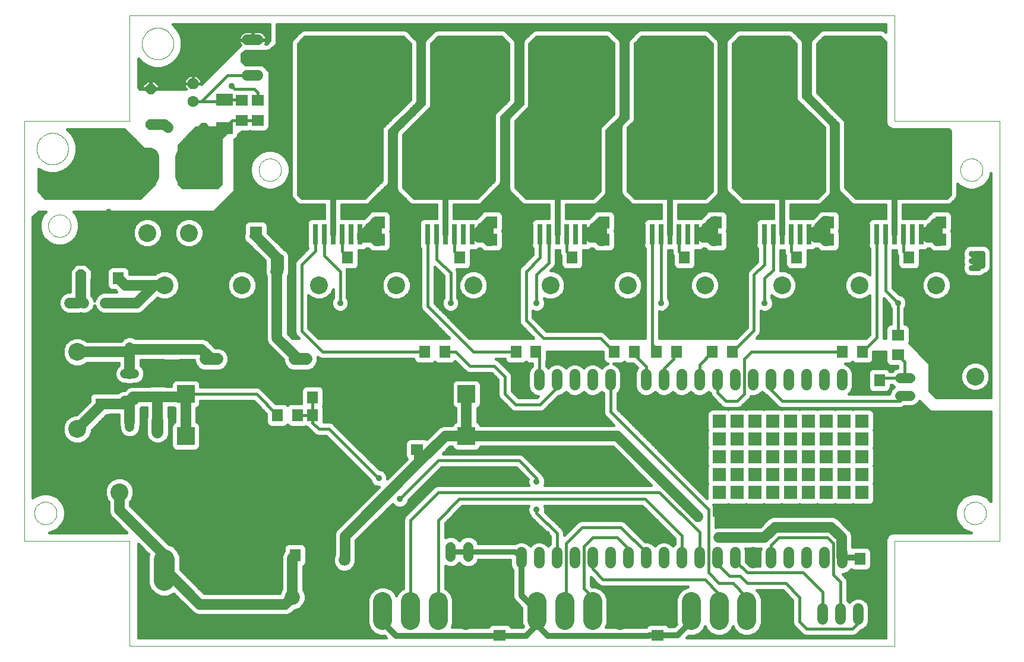
<source format=gtl>
G75*
G70*
%OFA0B0*%
%FSLAX24Y24*%
%IPPOS*%
%LPD*%
%AMOC8*
5,1,8,0,0,1.08239X$1,22.5*
%
%ADD10C,0.0000*%
%ADD11C,0.0660*%
%ADD12C,0.0600*%
%ADD13C,0.0560*%
%ADD14R,0.0315X0.1181*%
%ADD15R,0.3937X0.3543*%
%ADD16C,0.1063*%
%ADD17C,0.1000*%
%ADD18OC8,0.1000*%
%ADD19C,0.0860*%
%ADD20C,0.1065*%
%ADD21R,0.0630X0.0709*%
%ADD22R,0.0709X0.0630*%
%ADD23C,0.0520*%
%ADD24C,0.0300*%
%ADD25C,0.0660*%
%ADD26R,0.0630X0.0710*%
%ADD27C,0.1181*%
%ADD28R,0.1000X0.1000*%
%ADD29R,0.0710X0.0630*%
%ADD30OC8,0.0600*%
%ADD31OC8,0.0520*%
%ADD32R,0.0945X0.0709*%
%ADD33OC8,0.0630*%
%ADD34C,0.0630*%
%ADD35C,0.0160*%
%ADD36C,0.0357*%
%ADD37R,0.0760X0.0760*%
%ADD38C,0.0591*%
%ADD39C,0.0320*%
%ADD40C,0.0315*%
%ADD41C,0.0240*%
%ADD42C,0.0157*%
%ADD43C,0.1772*%
D10*
X008939Y004759D02*
X008939Y010664D01*
X003033Y010664D01*
X003033Y034286D01*
X008939Y034286D01*
X008939Y040192D01*
X051852Y040192D01*
X051852Y034286D01*
X057758Y034286D01*
X057758Y010664D01*
X051852Y010664D01*
X051852Y004759D01*
X008939Y004759D01*
X003584Y012239D02*
X003586Y012289D01*
X003592Y012339D01*
X003602Y012388D01*
X003616Y012436D01*
X003633Y012483D01*
X003654Y012528D01*
X003679Y012572D01*
X003707Y012613D01*
X003739Y012652D01*
X003773Y012689D01*
X003810Y012723D01*
X003850Y012753D01*
X003892Y012780D01*
X003936Y012804D01*
X003982Y012825D01*
X004029Y012841D01*
X004077Y012854D01*
X004127Y012863D01*
X004176Y012868D01*
X004227Y012869D01*
X004277Y012866D01*
X004326Y012859D01*
X004375Y012848D01*
X004423Y012833D01*
X004469Y012815D01*
X004514Y012793D01*
X004557Y012767D01*
X004598Y012738D01*
X004637Y012706D01*
X004673Y012671D01*
X004705Y012633D01*
X004735Y012593D01*
X004762Y012550D01*
X004785Y012506D01*
X004804Y012460D01*
X004820Y012412D01*
X004832Y012363D01*
X004840Y012314D01*
X004844Y012264D01*
X004844Y012214D01*
X004840Y012164D01*
X004832Y012115D01*
X004820Y012066D01*
X004804Y012018D01*
X004785Y011972D01*
X004762Y011928D01*
X004735Y011885D01*
X004705Y011845D01*
X004673Y011807D01*
X004637Y011772D01*
X004598Y011740D01*
X004557Y011711D01*
X004514Y011685D01*
X004469Y011663D01*
X004423Y011645D01*
X004375Y011630D01*
X004326Y011619D01*
X004277Y011612D01*
X004227Y011609D01*
X004176Y011610D01*
X004127Y011615D01*
X004077Y011624D01*
X004029Y011637D01*
X003982Y011653D01*
X003936Y011674D01*
X003892Y011698D01*
X003850Y011725D01*
X003810Y011755D01*
X003773Y011789D01*
X003739Y011826D01*
X003707Y011865D01*
X003679Y011906D01*
X003654Y011950D01*
X003633Y011995D01*
X003616Y012042D01*
X003602Y012090D01*
X003592Y012139D01*
X003586Y012189D01*
X003584Y012239D01*
X004372Y028381D02*
X004374Y028431D01*
X004380Y028481D01*
X004390Y028530D01*
X004404Y028578D01*
X004421Y028625D01*
X004442Y028670D01*
X004467Y028714D01*
X004495Y028755D01*
X004527Y028794D01*
X004561Y028831D01*
X004598Y028865D01*
X004638Y028895D01*
X004680Y028922D01*
X004724Y028946D01*
X004770Y028967D01*
X004817Y028983D01*
X004865Y028996D01*
X004915Y029005D01*
X004964Y029010D01*
X005015Y029011D01*
X005065Y029008D01*
X005114Y029001D01*
X005163Y028990D01*
X005211Y028975D01*
X005257Y028957D01*
X005302Y028935D01*
X005345Y028909D01*
X005386Y028880D01*
X005425Y028848D01*
X005461Y028813D01*
X005493Y028775D01*
X005523Y028735D01*
X005550Y028692D01*
X005573Y028648D01*
X005592Y028602D01*
X005608Y028554D01*
X005620Y028505D01*
X005628Y028456D01*
X005632Y028406D01*
X005632Y028356D01*
X005628Y028306D01*
X005620Y028257D01*
X005608Y028208D01*
X005592Y028160D01*
X005573Y028114D01*
X005550Y028070D01*
X005523Y028027D01*
X005493Y027987D01*
X005461Y027949D01*
X005425Y027914D01*
X005386Y027882D01*
X005345Y027853D01*
X005302Y027827D01*
X005257Y027805D01*
X005211Y027787D01*
X005163Y027772D01*
X005114Y027761D01*
X005065Y027754D01*
X005015Y027751D01*
X004964Y027752D01*
X004915Y027757D01*
X004865Y027766D01*
X004817Y027779D01*
X004770Y027795D01*
X004724Y027816D01*
X004680Y027840D01*
X004638Y027867D01*
X004598Y027897D01*
X004561Y027931D01*
X004527Y027968D01*
X004495Y028007D01*
X004467Y028048D01*
X004442Y028092D01*
X004421Y028137D01*
X004404Y028184D01*
X004390Y028232D01*
X004380Y028281D01*
X004374Y028331D01*
X004372Y028381D01*
X003722Y032712D02*
X003724Y032771D01*
X003730Y032830D01*
X003740Y032888D01*
X003753Y032946D01*
X003771Y033003D01*
X003792Y033058D01*
X003817Y033112D01*
X003846Y033164D01*
X003878Y033213D01*
X003913Y033261D01*
X003951Y033306D01*
X003992Y033349D01*
X004036Y033389D01*
X004082Y033425D01*
X004131Y033459D01*
X004182Y033489D01*
X004235Y033516D01*
X004290Y033539D01*
X004345Y033558D01*
X004403Y033574D01*
X004461Y033586D01*
X004519Y033594D01*
X004578Y033598D01*
X004638Y033598D01*
X004697Y033594D01*
X004755Y033586D01*
X004813Y033574D01*
X004871Y033558D01*
X004926Y033539D01*
X004981Y033516D01*
X005034Y033489D01*
X005085Y033459D01*
X005134Y033425D01*
X005180Y033389D01*
X005224Y033349D01*
X005265Y033306D01*
X005303Y033261D01*
X005338Y033213D01*
X005370Y033164D01*
X005399Y033112D01*
X005424Y033058D01*
X005445Y033003D01*
X005463Y032946D01*
X005476Y032888D01*
X005486Y032830D01*
X005492Y032771D01*
X005494Y032712D01*
X005492Y032653D01*
X005486Y032594D01*
X005476Y032536D01*
X005463Y032478D01*
X005445Y032421D01*
X005424Y032366D01*
X005399Y032312D01*
X005370Y032260D01*
X005338Y032211D01*
X005303Y032163D01*
X005265Y032118D01*
X005224Y032075D01*
X005180Y032035D01*
X005134Y031999D01*
X005085Y031965D01*
X005034Y031935D01*
X004981Y031908D01*
X004926Y031885D01*
X004871Y031866D01*
X004813Y031850D01*
X004755Y031838D01*
X004697Y031830D01*
X004638Y031826D01*
X004578Y031826D01*
X004519Y031830D01*
X004461Y031838D01*
X004403Y031850D01*
X004345Y031866D01*
X004290Y031885D01*
X004235Y031908D01*
X004182Y031935D01*
X004131Y031965D01*
X004082Y031999D01*
X004036Y032035D01*
X003992Y032075D01*
X003951Y032118D01*
X003913Y032163D01*
X003878Y032211D01*
X003846Y032260D01*
X003817Y032312D01*
X003792Y032366D01*
X003771Y032421D01*
X003753Y032478D01*
X003740Y032536D01*
X003730Y032594D01*
X003724Y032653D01*
X003722Y032712D01*
X009628Y038617D02*
X009630Y038676D01*
X009636Y038735D01*
X009646Y038793D01*
X009659Y038851D01*
X009677Y038908D01*
X009698Y038963D01*
X009723Y039017D01*
X009752Y039069D01*
X009784Y039118D01*
X009819Y039166D01*
X009857Y039211D01*
X009898Y039254D01*
X009942Y039294D01*
X009988Y039330D01*
X010037Y039364D01*
X010088Y039394D01*
X010141Y039421D01*
X010196Y039444D01*
X010251Y039463D01*
X010309Y039479D01*
X010367Y039491D01*
X010425Y039499D01*
X010484Y039503D01*
X010544Y039503D01*
X010603Y039499D01*
X010661Y039491D01*
X010719Y039479D01*
X010777Y039463D01*
X010832Y039444D01*
X010887Y039421D01*
X010940Y039394D01*
X010991Y039364D01*
X011040Y039330D01*
X011086Y039294D01*
X011130Y039254D01*
X011171Y039211D01*
X011209Y039166D01*
X011244Y039118D01*
X011276Y039069D01*
X011305Y039017D01*
X011330Y038963D01*
X011351Y038908D01*
X011369Y038851D01*
X011382Y038793D01*
X011392Y038735D01*
X011398Y038676D01*
X011400Y038617D01*
X011398Y038558D01*
X011392Y038499D01*
X011382Y038441D01*
X011369Y038383D01*
X011351Y038326D01*
X011330Y038271D01*
X011305Y038217D01*
X011276Y038165D01*
X011244Y038116D01*
X011209Y038068D01*
X011171Y038023D01*
X011130Y037980D01*
X011086Y037940D01*
X011040Y037904D01*
X010991Y037870D01*
X010940Y037840D01*
X010887Y037813D01*
X010832Y037790D01*
X010777Y037771D01*
X010719Y037755D01*
X010661Y037743D01*
X010603Y037735D01*
X010544Y037731D01*
X010484Y037731D01*
X010425Y037735D01*
X010367Y037743D01*
X010309Y037755D01*
X010251Y037771D01*
X010196Y037790D01*
X010141Y037813D01*
X010088Y037840D01*
X010037Y037870D01*
X009988Y037904D01*
X009942Y037940D01*
X009898Y037980D01*
X009857Y038023D01*
X009819Y038068D01*
X009784Y038116D01*
X009752Y038165D01*
X009723Y038217D01*
X009698Y038271D01*
X009677Y038326D01*
X009659Y038383D01*
X009646Y038441D01*
X009636Y038499D01*
X009630Y038558D01*
X009628Y038617D01*
X016183Y031530D02*
X016185Y031580D01*
X016191Y031630D01*
X016201Y031679D01*
X016215Y031727D01*
X016232Y031774D01*
X016253Y031819D01*
X016278Y031863D01*
X016306Y031904D01*
X016338Y031943D01*
X016372Y031980D01*
X016409Y032014D01*
X016449Y032044D01*
X016491Y032071D01*
X016535Y032095D01*
X016581Y032116D01*
X016628Y032132D01*
X016676Y032145D01*
X016726Y032154D01*
X016775Y032159D01*
X016826Y032160D01*
X016876Y032157D01*
X016925Y032150D01*
X016974Y032139D01*
X017022Y032124D01*
X017068Y032106D01*
X017113Y032084D01*
X017156Y032058D01*
X017197Y032029D01*
X017236Y031997D01*
X017272Y031962D01*
X017304Y031924D01*
X017334Y031884D01*
X017361Y031841D01*
X017384Y031797D01*
X017403Y031751D01*
X017419Y031703D01*
X017431Y031654D01*
X017439Y031605D01*
X017443Y031555D01*
X017443Y031505D01*
X017439Y031455D01*
X017431Y031406D01*
X017419Y031357D01*
X017403Y031309D01*
X017384Y031263D01*
X017361Y031219D01*
X017334Y031176D01*
X017304Y031136D01*
X017272Y031098D01*
X017236Y031063D01*
X017197Y031031D01*
X017156Y031002D01*
X017113Y030976D01*
X017068Y030954D01*
X017022Y030936D01*
X016974Y030921D01*
X016925Y030910D01*
X016876Y030903D01*
X016826Y030900D01*
X016775Y030901D01*
X016726Y030906D01*
X016676Y030915D01*
X016628Y030928D01*
X016581Y030944D01*
X016535Y030965D01*
X016491Y030989D01*
X016449Y031016D01*
X016409Y031046D01*
X016372Y031080D01*
X016338Y031117D01*
X016306Y031156D01*
X016278Y031197D01*
X016253Y031241D01*
X016232Y031286D01*
X016215Y031333D01*
X016201Y031381D01*
X016191Y031430D01*
X016185Y031480D01*
X016183Y031530D01*
X055553Y031530D02*
X055555Y031580D01*
X055561Y031630D01*
X055571Y031679D01*
X055585Y031727D01*
X055602Y031774D01*
X055623Y031819D01*
X055648Y031863D01*
X055676Y031904D01*
X055708Y031943D01*
X055742Y031980D01*
X055779Y032014D01*
X055819Y032044D01*
X055861Y032071D01*
X055905Y032095D01*
X055951Y032116D01*
X055998Y032132D01*
X056046Y032145D01*
X056096Y032154D01*
X056145Y032159D01*
X056196Y032160D01*
X056246Y032157D01*
X056295Y032150D01*
X056344Y032139D01*
X056392Y032124D01*
X056438Y032106D01*
X056483Y032084D01*
X056526Y032058D01*
X056567Y032029D01*
X056606Y031997D01*
X056642Y031962D01*
X056674Y031924D01*
X056704Y031884D01*
X056731Y031841D01*
X056754Y031797D01*
X056773Y031751D01*
X056789Y031703D01*
X056801Y031654D01*
X056809Y031605D01*
X056813Y031555D01*
X056813Y031505D01*
X056809Y031455D01*
X056801Y031406D01*
X056789Y031357D01*
X056773Y031309D01*
X056754Y031263D01*
X056731Y031219D01*
X056704Y031176D01*
X056674Y031136D01*
X056642Y031098D01*
X056606Y031063D01*
X056567Y031031D01*
X056526Y031002D01*
X056483Y030976D01*
X056438Y030954D01*
X056392Y030936D01*
X056344Y030921D01*
X056295Y030910D01*
X056246Y030903D01*
X056196Y030900D01*
X056145Y030901D01*
X056096Y030906D01*
X056046Y030915D01*
X055998Y030928D01*
X055951Y030944D01*
X055905Y030965D01*
X055861Y030989D01*
X055819Y031016D01*
X055779Y031046D01*
X055742Y031080D01*
X055708Y031117D01*
X055676Y031156D01*
X055648Y031197D01*
X055623Y031241D01*
X055602Y031286D01*
X055585Y031333D01*
X055571Y031381D01*
X055561Y031430D01*
X055555Y031480D01*
X055553Y031530D01*
X055750Y012239D02*
X055752Y012289D01*
X055758Y012339D01*
X055768Y012388D01*
X055782Y012436D01*
X055799Y012483D01*
X055820Y012528D01*
X055845Y012572D01*
X055873Y012613D01*
X055905Y012652D01*
X055939Y012689D01*
X055976Y012723D01*
X056016Y012753D01*
X056058Y012780D01*
X056102Y012804D01*
X056148Y012825D01*
X056195Y012841D01*
X056243Y012854D01*
X056293Y012863D01*
X056342Y012868D01*
X056393Y012869D01*
X056443Y012866D01*
X056492Y012859D01*
X056541Y012848D01*
X056589Y012833D01*
X056635Y012815D01*
X056680Y012793D01*
X056723Y012767D01*
X056764Y012738D01*
X056803Y012706D01*
X056839Y012671D01*
X056871Y012633D01*
X056901Y012593D01*
X056928Y012550D01*
X056951Y012506D01*
X056970Y012460D01*
X056986Y012412D01*
X056998Y012363D01*
X057006Y012314D01*
X057010Y012264D01*
X057010Y012214D01*
X057006Y012164D01*
X056998Y012115D01*
X056986Y012066D01*
X056970Y012018D01*
X056951Y011972D01*
X056928Y011928D01*
X056901Y011885D01*
X056871Y011845D01*
X056839Y011807D01*
X056803Y011772D01*
X056764Y011740D01*
X056723Y011711D01*
X056680Y011685D01*
X056635Y011663D01*
X056589Y011645D01*
X056541Y011630D01*
X056492Y011619D01*
X056443Y011612D01*
X056393Y011609D01*
X056342Y011610D01*
X056293Y011615D01*
X056243Y011624D01*
X056195Y011637D01*
X056148Y011653D01*
X056102Y011674D01*
X056058Y011698D01*
X056016Y011725D01*
X055976Y011755D01*
X055939Y011789D01*
X055905Y011826D01*
X055873Y011865D01*
X055845Y011906D01*
X055820Y011950D01*
X055799Y011995D01*
X055782Y012042D01*
X055768Y012090D01*
X055758Y012139D01*
X055752Y012189D01*
X055750Y012239D01*
D11*
X020996Y009595D03*
X020996Y005595D03*
D12*
X030923Y009423D02*
X030923Y010023D01*
X031923Y010023D02*
X031923Y009423D01*
X032923Y009423D02*
X032923Y010023D01*
X033923Y010023D02*
X033923Y009423D01*
X034923Y009423D02*
X034923Y010023D01*
X035923Y010023D02*
X035923Y009423D01*
X036923Y009423D02*
X036923Y010023D01*
X037923Y010023D02*
X037923Y009423D01*
X038923Y009423D02*
X038923Y010023D01*
X039923Y010023D02*
X039923Y009423D01*
X040923Y009423D02*
X040923Y010023D01*
X041923Y010023D02*
X041923Y009423D01*
X042923Y009423D02*
X042923Y010023D01*
X043923Y010023D02*
X043923Y009423D01*
X044923Y009423D02*
X044923Y010023D01*
X045923Y010023D02*
X045923Y009423D01*
X046923Y009423D02*
X046923Y010023D01*
X047923Y010023D02*
X047923Y009423D01*
X048923Y009423D02*
X048923Y010023D01*
X048829Y006860D02*
X048829Y006260D01*
X049829Y006260D02*
X049829Y006860D01*
X050829Y006860D02*
X050829Y006260D01*
X047829Y006260D02*
X047829Y006860D01*
X047923Y019423D02*
X047923Y020023D01*
X046923Y020023D02*
X046923Y019423D01*
X045923Y019423D02*
X045923Y020023D01*
X044923Y020023D02*
X044923Y019423D01*
X043923Y019423D02*
X043923Y020023D01*
X042923Y020023D02*
X042923Y019423D01*
X041923Y019423D02*
X041923Y020023D01*
X040923Y020023D02*
X040923Y019423D01*
X039923Y019423D02*
X039923Y020023D01*
X038923Y020023D02*
X038923Y019423D01*
X037923Y019423D02*
X037923Y020023D01*
X036923Y020023D02*
X036923Y019423D01*
X035923Y019423D02*
X035923Y020023D01*
X034923Y020023D02*
X034923Y019423D01*
X033923Y019423D02*
X033923Y020023D01*
X032923Y020023D02*
X032923Y019423D01*
X031923Y019423D02*
X031923Y020023D01*
X030923Y020023D02*
X030923Y019423D01*
X048923Y019423D02*
X048923Y020023D01*
X016144Y036830D02*
X015544Y036830D01*
X015544Y037830D02*
X016144Y037830D01*
X016144Y038830D02*
X015544Y038830D01*
D13*
X052163Y019826D02*
X052723Y019826D01*
X052723Y018826D02*
X052163Y018826D01*
X053124Y012519D02*
X053124Y011959D01*
X054124Y011959D02*
X054124Y012519D01*
X027943Y010354D02*
X027943Y009794D01*
X026943Y009794D02*
X026943Y010354D01*
D14*
X027155Y027905D03*
X026655Y027905D03*
X026155Y027905D03*
X025655Y027905D03*
X025155Y027905D03*
X027655Y027905D03*
X028155Y027905D03*
X031455Y027905D03*
X031955Y027905D03*
X032455Y027905D03*
X032955Y027905D03*
X033455Y027905D03*
X033955Y027905D03*
X034455Y027905D03*
X037754Y027905D03*
X038254Y027905D03*
X038754Y027905D03*
X039254Y027905D03*
X039754Y027905D03*
X040254Y027905D03*
X040754Y027905D03*
X044053Y027905D03*
X044553Y027905D03*
X045053Y027905D03*
X045553Y027905D03*
X046053Y027905D03*
X046553Y027905D03*
X047053Y027905D03*
X050352Y027905D03*
X050852Y027905D03*
X051352Y027905D03*
X051852Y027905D03*
X052352Y027905D03*
X052852Y027905D03*
X053352Y027905D03*
X021856Y027905D03*
X021356Y027905D03*
X020856Y027905D03*
X020356Y027905D03*
X019856Y027905D03*
X019356Y027905D03*
X018856Y027905D03*
D15*
X020356Y031883D03*
X026655Y031883D03*
X032955Y031883D03*
X039254Y031883D03*
X045553Y031883D03*
X051852Y031883D03*
D16*
X013415Y032233D02*
X013415Y031170D01*
X012037Y031170D02*
X012037Y032233D01*
X010069Y032233D02*
X010069Y031170D01*
X008691Y031170D02*
X008691Y032233D01*
D17*
X009939Y027987D03*
X012270Y027987D03*
X010907Y025050D03*
X015238Y025050D03*
X019569Y025050D03*
X023900Y025050D03*
X028230Y025050D03*
X032561Y025050D03*
X036892Y025050D03*
X041222Y025050D03*
X045553Y025050D03*
X049884Y025050D03*
X054214Y025050D03*
X056396Y019916D03*
X008364Y013420D03*
X006002Y016964D03*
X006002Y021294D03*
D18*
X004002Y021294D03*
X004002Y016964D03*
X006364Y013420D03*
X010907Y023050D03*
X015238Y023050D03*
X019569Y023050D03*
X023900Y023050D03*
X028230Y023050D03*
X032561Y023050D03*
X036892Y023050D03*
X041222Y023050D03*
X045553Y023050D03*
X049884Y023050D03*
X054214Y023050D03*
X054396Y019916D03*
X014270Y027987D03*
X007939Y027987D03*
D19*
X018073Y007515D03*
X019451Y007515D03*
D20*
X023134Y007260D02*
X023134Y006195D01*
X024694Y006195D02*
X024694Y007260D01*
X026254Y007260D02*
X026254Y006195D01*
X027814Y006195D02*
X027814Y007260D01*
X031796Y007260D02*
X031796Y006195D01*
X033356Y006195D02*
X033356Y007260D01*
X034916Y007260D02*
X034916Y006195D01*
X036476Y006195D02*
X036476Y007260D01*
X040457Y007260D02*
X040457Y006195D01*
X042017Y006195D02*
X042017Y007260D01*
X043577Y007260D02*
X043577Y006195D01*
X045137Y006195D02*
X045137Y007260D01*
D21*
X049923Y009680D03*
X051026Y009680D03*
X049254Y027593D03*
X049254Y028578D03*
X048151Y028578D03*
X048151Y027593D03*
X042955Y027593D03*
X042955Y028578D03*
X041852Y028578D03*
X041852Y027593D03*
X036655Y027593D03*
X036655Y028578D03*
X035553Y028578D03*
X035553Y027593D03*
X030356Y027593D03*
X030356Y028578D03*
X029254Y028578D03*
X029254Y027593D03*
X024057Y027593D03*
X024057Y028578D03*
X022955Y028578D03*
X022955Y027593D03*
X020317Y017751D03*
X019214Y017751D03*
X019333Y009877D03*
X018230Y009877D03*
X008309Y025428D03*
X007207Y025428D03*
X054451Y027593D03*
X054451Y028578D03*
X055553Y028578D03*
X055553Y027593D03*
D22*
X038565Y006491D03*
X038565Y005389D03*
X029707Y005389D03*
X029707Y006491D03*
X025081Y015822D03*
X025081Y016924D03*
X011301Y020349D03*
X010514Y019877D03*
X010514Y018775D03*
X011301Y021452D03*
X007364Y019483D03*
X007364Y018381D03*
X016026Y028027D03*
X016026Y029129D03*
D23*
X008939Y021586D02*
X008939Y021066D01*
X008679Y020076D02*
X009199Y020076D01*
X009199Y018576D02*
X008679Y018576D01*
X008939Y017586D02*
X008939Y017066D01*
D24*
X016982Y026640D02*
X017432Y026640D01*
X017432Y025940D01*
X016982Y025940D01*
X016982Y026640D01*
X016982Y026239D02*
X017432Y026239D01*
X017432Y026538D02*
X016982Y026538D01*
X016982Y029640D02*
X017432Y029640D01*
X017432Y028940D01*
X016982Y028940D01*
X016982Y029640D01*
X016982Y029239D02*
X017432Y029239D01*
X017432Y029538D02*
X016982Y029538D01*
X056352Y029837D02*
X056802Y029837D01*
X056802Y029137D01*
X056352Y029137D01*
X056352Y029837D01*
X056352Y029436D02*
X056802Y029436D01*
X056802Y029735D02*
X056352Y029735D01*
X056352Y026837D02*
X056802Y026837D01*
X056802Y026137D01*
X056352Y026137D01*
X056352Y026837D01*
X056352Y026436D02*
X056802Y026436D01*
X056802Y026735D02*
X056352Y026735D01*
D25*
X018856Y020901D02*
X018196Y020901D01*
X013856Y020901D02*
X013196Y020901D01*
X010514Y017431D02*
X010514Y016771D01*
X010514Y012431D02*
X010514Y011771D01*
D26*
X017237Y017751D03*
X018357Y017751D03*
X019206Y018735D03*
X020326Y018735D03*
X025505Y021294D03*
X026625Y021294D03*
X030623Y021294D03*
X031743Y021294D03*
X036135Y021294D03*
X037255Y021294D03*
X038497Y021294D03*
X039617Y021294D03*
X041647Y021294D03*
X042766Y021294D03*
X048930Y021294D03*
X050050Y021294D03*
X049899Y019712D03*
X051018Y019712D03*
X052670Y026609D03*
X053790Y026609D03*
X047491Y026609D03*
X046371Y026609D03*
X041192Y026609D03*
X040072Y026609D03*
X034892Y026609D03*
X033773Y026609D03*
X028593Y026609D03*
X027474Y026609D03*
X022294Y026609D03*
X021174Y026609D03*
D27*
X023474Y035308D02*
X023474Y036489D01*
X027474Y036489D02*
X027474Y035308D01*
X034498Y035308D02*
X034498Y036489D01*
X038498Y036489D02*
X038498Y035308D01*
X045522Y035308D02*
X045522Y036489D01*
X049522Y036489D02*
X049522Y035308D01*
X014876Y009643D02*
X014876Y008462D01*
X010876Y008462D02*
X010876Y009643D01*
D28*
X012089Y011845D03*
X012089Y014208D03*
X012089Y016570D03*
X012089Y018932D03*
X027837Y018932D03*
X027837Y016570D03*
X027837Y014208D03*
X027837Y011845D03*
D29*
X052049Y021128D03*
X052049Y022248D03*
X016124Y034317D03*
X015238Y034317D03*
X015238Y035437D03*
X016124Y035437D03*
D30*
X010120Y036074D03*
X010120Y034074D03*
X006199Y025625D03*
X004199Y025625D03*
D31*
X005577Y024050D03*
X006364Y024050D03*
X007577Y024050D03*
X008364Y024050D03*
X011089Y033893D03*
X013089Y033893D03*
D32*
X014254Y033883D03*
X014254Y035477D03*
D33*
X012482Y036361D03*
D34*
X012482Y035361D03*
D35*
X012966Y035361D01*
X014138Y035361D01*
X014254Y035477D01*
X015198Y035477D01*
X015238Y035437D01*
X014844Y036058D02*
X014648Y036255D01*
X014844Y036058D02*
X015927Y036058D01*
X016124Y035861D01*
X016124Y035437D01*
X016813Y035442D02*
X017991Y035442D01*
X017991Y035600D02*
X016813Y035600D01*
X016813Y035759D02*
X017991Y035759D01*
X017991Y035917D02*
X016813Y035917D01*
X016813Y036076D02*
X017991Y036076D01*
X017991Y036234D02*
X016813Y036234D01*
X016813Y036393D02*
X017991Y036393D01*
X017991Y036551D02*
X016813Y036551D01*
X016813Y036710D02*
X017991Y036710D01*
X017991Y036868D02*
X016813Y036868D01*
X016813Y037027D02*
X017991Y037027D01*
X017991Y037185D02*
X016670Y037185D01*
X016813Y037042D02*
X016419Y037436D01*
X016291Y037436D01*
X016267Y037446D01*
X015425Y037446D01*
X015238Y037633D01*
X015238Y038027D01*
X015425Y038213D01*
X016267Y038213D01*
X016285Y038221D01*
X016695Y038221D01*
X016701Y038223D01*
X016813Y038223D01*
X017207Y038617D01*
X017207Y038729D01*
X017209Y038735D01*
X017209Y039712D01*
X051372Y039712D01*
X051372Y039264D01*
X051289Y039347D01*
X051144Y039407D01*
X047836Y039407D01*
X047691Y039347D01*
X047297Y038953D01*
X047186Y038841D01*
X047125Y038696D01*
X047125Y035782D01*
X047186Y035637D01*
X048700Y034122D01*
X048700Y030467D01*
X048760Y030322D01*
X049462Y029620D01*
X049608Y029559D01*
X051376Y029559D01*
X051376Y028812D01*
X051132Y028812D01*
X051102Y028800D01*
X051073Y028812D01*
X050632Y028812D01*
X050516Y028764D01*
X050427Y028675D01*
X050379Y028559D01*
X050379Y027252D01*
X050427Y027136D01*
X050456Y027106D01*
X050456Y025632D01*
X050346Y025742D01*
X050046Y025866D01*
X049721Y025866D01*
X049421Y025742D01*
X049192Y025512D01*
X049068Y025212D01*
X049068Y024888D01*
X049192Y024588D01*
X049421Y024358D01*
X049721Y024234D01*
X050046Y024234D01*
X050346Y024358D01*
X050456Y024468D01*
X050456Y022261D01*
X050280Y022084D01*
X044117Y022084D01*
X044314Y022282D01*
X044374Y022427D01*
X044374Y023595D01*
X044470Y023555D01*
X044667Y023555D01*
X044849Y023631D01*
X044988Y023770D01*
X045063Y023952D01*
X045063Y024149D01*
X044988Y024330D01*
X044965Y024353D01*
X044965Y024484D01*
X045091Y024358D01*
X045391Y024234D01*
X045715Y024234D01*
X046015Y024358D01*
X046245Y024588D01*
X046369Y024888D01*
X046369Y025212D01*
X046245Y025512D01*
X046015Y025742D01*
X045715Y025866D01*
X045449Y025866D01*
X045449Y026999D01*
X045657Y026999D01*
X045657Y026848D01*
X045717Y026703D01*
X045740Y026680D01*
X045740Y026191D01*
X045788Y026075D01*
X045877Y025986D01*
X045993Y025938D01*
X046749Y025938D01*
X046865Y025986D01*
X046954Y026075D01*
X047002Y026191D01*
X047002Y026999D01*
X047273Y026999D01*
X047390Y027047D01*
X047442Y027099D01*
X047543Y027099D01*
X047559Y027083D01*
X047568Y027060D01*
X047657Y026971D01*
X047774Y026923D01*
X048529Y026923D01*
X048646Y026971D01*
X048735Y027060D01*
X048783Y027176D01*
X048783Y028011D01*
X048752Y028086D01*
X048783Y028160D01*
X048783Y028995D01*
X048735Y029111D01*
X048646Y029200D01*
X048529Y029248D01*
X048213Y029248D01*
X048207Y029251D01*
X047821Y029251D01*
X047814Y029248D01*
X047774Y029248D01*
X047657Y029200D01*
X047568Y029111D01*
X047561Y029094D01*
X047449Y028981D01*
X047315Y028847D01*
X047286Y028819D01*
X047270Y028812D01*
X046833Y028812D01*
X046803Y028800D01*
X046773Y028812D01*
X046333Y028812D01*
X046303Y028800D01*
X046273Y028812D01*
X046029Y028812D01*
X046029Y029559D01*
X047600Y029559D01*
X047746Y029620D01*
X048140Y030013D01*
X048251Y030125D01*
X048311Y030271D01*
X048311Y033971D01*
X048251Y034117D01*
X046737Y035632D01*
X046737Y038696D01*
X046676Y038841D01*
X046283Y039235D01*
X046171Y039347D01*
X046026Y039407D01*
X043112Y039407D01*
X042966Y039347D01*
X042461Y038841D01*
X042401Y038696D01*
X042401Y030467D01*
X042461Y030322D01*
X043052Y029731D01*
X043163Y029620D01*
X043309Y029559D01*
X045077Y029559D01*
X045077Y028812D01*
X044833Y028812D01*
X044803Y028800D01*
X044773Y028812D01*
X044333Y028812D01*
X044216Y028764D01*
X044128Y028675D01*
X044079Y028559D01*
X044079Y027252D01*
X044128Y027136D01*
X044157Y027106D01*
X044157Y026364D01*
X043754Y025961D01*
X043642Y025849D01*
X043582Y025704D01*
X043582Y022670D01*
X042996Y022084D01*
X038650Y022084D01*
X038650Y023558D01*
X038655Y023555D01*
X038852Y023555D01*
X039034Y023631D01*
X039173Y023770D01*
X039249Y023952D01*
X039249Y024149D01*
X039173Y024330D01*
X039150Y024353D01*
X039150Y026999D01*
X039358Y026999D01*
X039358Y026848D01*
X039418Y026703D01*
X039441Y026680D01*
X039441Y026191D01*
X039489Y026075D01*
X039578Y025986D01*
X039694Y025938D01*
X040450Y025938D01*
X040566Y025986D01*
X040655Y026075D01*
X040703Y026191D01*
X040703Y026999D01*
X040974Y026999D01*
X041090Y027047D01*
X041142Y027099D01*
X041244Y027099D01*
X041260Y027083D01*
X041269Y027060D01*
X041358Y026971D01*
X041474Y026923D01*
X042230Y026923D01*
X042346Y026971D01*
X042435Y027060D01*
X042483Y027176D01*
X042483Y028011D01*
X042452Y028086D01*
X042483Y028160D01*
X042483Y028995D01*
X042435Y029111D01*
X042346Y029200D01*
X042230Y029248D01*
X041914Y029248D01*
X041908Y029251D01*
X041718Y029251D01*
X041712Y029248D01*
X041474Y029248D01*
X041358Y029200D01*
X041269Y029111D01*
X041260Y029088D01*
X041151Y028979D01*
X041018Y028846D01*
X040993Y028821D01*
X040971Y028812D01*
X040533Y028812D01*
X040504Y028800D01*
X040474Y028812D01*
X040033Y028812D01*
X040004Y028800D01*
X039974Y028812D01*
X039730Y028812D01*
X039730Y029561D01*
X041301Y029561D01*
X041446Y029621D01*
X041557Y029732D01*
X041951Y030126D01*
X042011Y030271D01*
X042011Y038696D01*
X041951Y038841D01*
X041840Y038952D01*
X041446Y039346D01*
X041301Y039406D01*
X037600Y039406D01*
X037455Y039346D01*
X037344Y039234D01*
X036951Y038841D01*
X036890Y038696D01*
X036890Y034450D01*
X036557Y034116D01*
X036497Y033971D01*
X036497Y030271D01*
X036557Y030126D01*
X036668Y030015D01*
X036951Y029732D01*
X037062Y029621D01*
X037207Y029561D01*
X038778Y029561D01*
X038778Y028812D01*
X038533Y028812D01*
X038504Y028800D01*
X038474Y028812D01*
X038033Y028812D01*
X037917Y028764D01*
X037828Y028675D01*
X037780Y028559D01*
X037780Y027252D01*
X037828Y027136D01*
X037858Y027106D01*
X037858Y022084D01*
X035905Y022084D01*
X035572Y022418D01*
X035426Y022478D01*
X032331Y022478D01*
X031579Y023230D01*
X031579Y023595D01*
X031675Y023555D01*
X031872Y023555D01*
X032054Y023631D01*
X032193Y023770D01*
X032268Y023952D01*
X032268Y024149D01*
X032198Y024317D01*
X032399Y024234D01*
X032723Y024234D01*
X033023Y024358D01*
X033253Y024588D01*
X033377Y024888D01*
X033377Y025212D01*
X033253Y025512D01*
X033023Y025742D01*
X032723Y025866D01*
X032575Y025866D01*
X032791Y026082D01*
X032851Y026227D01*
X032851Y026999D01*
X033058Y026999D01*
X033058Y026848D01*
X033119Y026703D01*
X033142Y026680D01*
X033142Y026191D01*
X033190Y026075D01*
X033279Y025986D01*
X033395Y025938D01*
X034151Y025938D01*
X034267Y025986D01*
X034356Y026075D01*
X034404Y026191D01*
X034404Y026999D01*
X034675Y026999D01*
X034791Y027047D01*
X034843Y027099D01*
X034945Y027099D01*
X034960Y027083D01*
X034970Y027060D01*
X035059Y026971D01*
X035175Y026923D01*
X035931Y026923D01*
X036047Y026971D01*
X036136Y027060D01*
X036184Y027176D01*
X036184Y028011D01*
X036153Y028086D01*
X036184Y028160D01*
X036184Y028995D01*
X036136Y029111D01*
X036047Y029200D01*
X035931Y029248D01*
X035175Y029248D01*
X035059Y029200D01*
X034970Y029111D01*
X034960Y029088D01*
X034915Y029043D01*
X034852Y028979D01*
X034694Y028821D01*
X034672Y028812D01*
X034234Y028812D01*
X034205Y028800D01*
X034175Y028812D01*
X033734Y028812D01*
X033705Y028800D01*
X033675Y028812D01*
X033431Y028812D01*
X033431Y029561D01*
X035002Y029561D01*
X035147Y029621D01*
X035652Y030126D01*
X035712Y030271D01*
X035712Y033729D01*
X036439Y034456D01*
X036499Y034601D01*
X036499Y038696D01*
X036439Y038841D01*
X036328Y038952D01*
X035934Y039346D01*
X035789Y039406D01*
X031695Y039406D01*
X031550Y039346D01*
X031439Y039234D01*
X031045Y038841D01*
X030985Y038696D01*
X030985Y035237D01*
X030258Y034510D01*
X030197Y034365D01*
X030197Y030468D01*
X030258Y030322D01*
X030369Y030211D01*
X030959Y029621D01*
X031104Y029561D01*
X032478Y029561D01*
X032478Y028812D01*
X032234Y028812D01*
X032205Y028800D01*
X032175Y028812D01*
X031734Y028812D01*
X031618Y028764D01*
X031529Y028675D01*
X031481Y028559D01*
X031481Y027252D01*
X031529Y027136D01*
X031558Y027106D01*
X031558Y026758D01*
X030959Y026158D01*
X030847Y026046D01*
X030787Y025901D01*
X030787Y022987D01*
X030847Y022841D01*
X031604Y022084D01*
X028001Y022084D01*
X026052Y024033D01*
X026052Y026062D01*
X026554Y025559D01*
X026554Y024353D01*
X026531Y024330D01*
X026456Y024149D01*
X026456Y023952D01*
X026531Y023770D01*
X026671Y023631D01*
X026852Y023555D01*
X027049Y023555D01*
X027231Y023631D01*
X027370Y023770D01*
X027445Y023952D01*
X027445Y024149D01*
X027370Y024330D01*
X027347Y024353D01*
X027347Y025802D01*
X027291Y025938D01*
X027851Y025938D01*
X027968Y025986D01*
X028057Y026075D01*
X028105Y026191D01*
X028105Y026999D01*
X028376Y026999D01*
X028492Y027047D01*
X028544Y027099D01*
X028646Y027099D01*
X028661Y027083D01*
X028671Y027060D01*
X028760Y026971D01*
X028876Y026923D01*
X029632Y026923D01*
X029748Y026971D01*
X029837Y027060D01*
X029885Y027176D01*
X029885Y028011D01*
X029854Y028086D01*
X029885Y028160D01*
X029885Y028995D01*
X029837Y029111D01*
X029748Y029200D01*
X029632Y029248D01*
X028876Y029248D01*
X028760Y029200D01*
X028671Y029111D01*
X028661Y029088D01*
X028616Y029043D01*
X028552Y028979D01*
X028394Y028821D01*
X028373Y028812D01*
X027935Y028812D01*
X027905Y028800D01*
X027876Y028812D01*
X027435Y028812D01*
X027405Y028800D01*
X027376Y028812D01*
X027132Y028812D01*
X027132Y029559D01*
X028506Y029559D01*
X028652Y029620D01*
X028763Y029731D01*
X029747Y030715D01*
X029808Y030861D01*
X029808Y034516D01*
X030535Y035243D01*
X030595Y035389D01*
X030595Y038696D01*
X030535Y038841D01*
X030423Y038953D01*
X030029Y039347D01*
X029884Y039407D01*
X026183Y039407D01*
X026037Y039347D01*
X025926Y039235D01*
X025532Y038841D01*
X025472Y038696D01*
X025472Y035238D01*
X023957Y033723D01*
X023897Y033578D01*
X023897Y030467D01*
X023957Y030322D01*
X024659Y029620D01*
X024805Y029559D01*
X026179Y029559D01*
X026179Y028812D01*
X025935Y028812D01*
X025905Y028800D01*
X025876Y028812D01*
X025435Y028812D01*
X025319Y028764D01*
X025230Y028675D01*
X025182Y028559D01*
X025182Y027252D01*
X025230Y027136D01*
X025259Y027106D01*
X025259Y023790D01*
X025320Y023645D01*
X026880Y022084D01*
X019536Y022084D01*
X018981Y022639D01*
X018981Y024484D01*
X019106Y024358D01*
X019406Y024234D01*
X019731Y024234D01*
X020031Y024358D01*
X020261Y024588D01*
X020354Y024812D01*
X020354Y024353D01*
X020331Y024330D01*
X020255Y024149D01*
X020255Y023952D01*
X020331Y023770D01*
X020470Y023631D01*
X020652Y023555D01*
X020848Y023555D01*
X021030Y023631D01*
X021169Y023770D01*
X021245Y023952D01*
X021245Y024149D01*
X021169Y024330D01*
X021146Y024353D01*
X021146Y025901D01*
X021131Y025938D01*
X021552Y025938D01*
X021668Y025986D01*
X021757Y026075D01*
X021806Y026191D01*
X021806Y026999D01*
X022077Y026999D01*
X022193Y027047D01*
X022245Y027099D01*
X022346Y027099D01*
X022362Y027083D01*
X022372Y027060D01*
X022461Y026971D01*
X022577Y026923D01*
X023333Y026923D01*
X023449Y026971D01*
X023538Y027060D01*
X023586Y027176D01*
X023586Y028011D01*
X023555Y028086D01*
X023586Y028160D01*
X023586Y028995D01*
X023538Y029111D01*
X023449Y029200D01*
X023333Y029248D01*
X022577Y029248D01*
X022461Y029200D01*
X022372Y029111D01*
X022362Y029088D01*
X022317Y029043D01*
X022095Y028821D01*
X022074Y028812D01*
X021636Y028812D01*
X021606Y028800D01*
X021577Y028812D01*
X021136Y028812D01*
X021106Y028800D01*
X021077Y028812D01*
X020832Y028812D01*
X020832Y029559D01*
X022207Y029559D01*
X022352Y029620D01*
X022464Y029731D01*
X023448Y030715D01*
X023508Y030861D01*
X023508Y033729D01*
X025023Y035243D01*
X025083Y035389D01*
X025083Y038696D01*
X025023Y038841D01*
X024911Y038953D01*
X024518Y039347D01*
X024372Y039407D01*
X018703Y039407D01*
X018557Y039347D01*
X018446Y039235D01*
X018052Y038841D01*
X017991Y038696D01*
X017991Y030074D01*
X018052Y029928D01*
X018360Y029620D01*
X018506Y029559D01*
X019880Y029559D01*
X019880Y028812D01*
X019636Y028812D01*
X019606Y028800D01*
X019577Y028812D01*
X019136Y028812D01*
X019020Y028764D01*
X018931Y028675D01*
X018883Y028559D01*
X018883Y027252D01*
X018931Y027136D01*
X018938Y027129D01*
X018360Y026551D01*
X018249Y026440D01*
X018188Y026294D01*
X018188Y022397D01*
X018249Y022251D01*
X018415Y022084D01*
X018069Y022084D01*
X017818Y022335D01*
X017818Y025537D01*
X017823Y025542D01*
X017898Y025723D01*
X017898Y025920D01*
X017898Y025921D01*
X017898Y026733D01*
X017827Y026904D01*
X017696Y027036D01*
X017609Y027071D01*
X017553Y027128D01*
X016696Y027985D01*
X016696Y028404D01*
X016648Y028521D01*
X016559Y028610D01*
X016443Y028658D01*
X015608Y028658D01*
X015492Y028610D01*
X015403Y028521D01*
X015355Y028404D01*
X015355Y027939D01*
X015334Y027889D01*
X015334Y027692D01*
X015409Y027510D01*
X015548Y027371D01*
X015602Y027349D01*
X016515Y026436D01*
X016515Y025921D01*
X016515Y025920D01*
X016515Y025723D01*
X016590Y025542D01*
X016595Y025537D01*
X016595Y021960D01*
X016688Y021735D01*
X016860Y021563D01*
X017549Y020874D01*
X017549Y020772D01*
X017648Y020534D01*
X017829Y020353D01*
X018067Y020254D01*
X018984Y020254D01*
X019222Y020353D01*
X019403Y020534D01*
X019502Y020772D01*
X019502Y020998D01*
X019541Y020958D01*
X019687Y020898D01*
X024874Y020898D01*
X024874Y020876D01*
X024922Y020760D01*
X025011Y020671D01*
X025127Y020623D01*
X025883Y020623D01*
X025999Y020671D01*
X026065Y020737D01*
X026131Y020671D01*
X026247Y020623D01*
X027003Y020623D01*
X027119Y020671D01*
X027208Y020760D01*
X027211Y020769D01*
X027697Y020282D01*
X027809Y020171D01*
X027955Y020111D01*
X029247Y020111D01*
X029606Y019752D01*
X029606Y018853D01*
X029666Y018708D01*
X030257Y018117D01*
X030368Y018006D01*
X030514Y017945D01*
X032049Y017945D01*
X032195Y018006D01*
X032996Y018807D01*
X033046Y018807D01*
X033272Y018901D01*
X033423Y019052D01*
X033574Y018901D01*
X033801Y018807D01*
X034046Y018807D01*
X034272Y018901D01*
X034423Y019052D01*
X034574Y018901D01*
X034801Y018807D01*
X035046Y018807D01*
X035272Y018901D01*
X035423Y019052D01*
X035527Y018948D01*
X035527Y017853D01*
X035587Y017708D01*
X036114Y017181D01*
X028633Y017181D01*
X028605Y017249D01*
X028516Y017338D01*
X028448Y017366D01*
X028448Y018136D01*
X028516Y018164D01*
X028605Y018253D01*
X028653Y018369D01*
X028653Y019495D01*
X028605Y019611D01*
X028516Y019700D01*
X028399Y019748D01*
X027274Y019748D01*
X027157Y019700D01*
X027068Y019611D01*
X027020Y019495D01*
X027020Y018369D01*
X027068Y018253D01*
X027157Y018164D01*
X027225Y018136D01*
X027225Y017366D01*
X027157Y017338D01*
X027068Y017249D01*
X027040Y017181D01*
X026534Y017181D01*
X026309Y017088D01*
X025620Y016399D01*
X025614Y016405D01*
X025498Y016453D01*
X024663Y016453D01*
X024547Y016405D01*
X024458Y016316D01*
X024410Y016200D01*
X024410Y015444D01*
X024458Y015328D01*
X024503Y015283D01*
X023410Y014189D01*
X023410Y014306D01*
X023335Y014488D01*
X023195Y014627D01*
X023014Y014702D01*
X022950Y014702D01*
X020465Y017188D01*
X020353Y017299D01*
X020207Y017360D01*
X019846Y017360D01*
X019846Y018168D01*
X019810Y018253D01*
X019837Y018317D01*
X019837Y019153D01*
X019789Y019269D01*
X019700Y019358D01*
X019584Y019406D01*
X018828Y019406D01*
X018712Y019358D01*
X018623Y019269D01*
X018575Y019153D01*
X018575Y018422D01*
X017979Y018422D01*
X017863Y018374D01*
X017797Y018308D01*
X017731Y018374D01*
X017615Y018422D01*
X017127Y018422D01*
X016392Y019156D01*
X016392Y019156D01*
X016281Y019268D01*
X016135Y019328D01*
X012905Y019328D01*
X012905Y019495D01*
X012857Y019611D01*
X012768Y019700D01*
X012651Y019748D01*
X011526Y019748D01*
X011409Y019700D01*
X011320Y019611D01*
X011272Y019495D01*
X011272Y019386D01*
X010978Y019386D01*
X010931Y019406D01*
X010096Y019406D01*
X010049Y019386D01*
X009016Y019386D01*
X008791Y019293D01*
X008650Y019152D01*
X008564Y019152D01*
X008352Y019064D01*
X008281Y018992D01*
X007829Y018992D01*
X007781Y019012D01*
X006947Y019012D01*
X006831Y018964D01*
X006742Y018875D01*
X006694Y018759D01*
X006694Y018520D01*
X005953Y017780D01*
X005840Y017780D01*
X005540Y017655D01*
X005310Y017426D01*
X005186Y017126D01*
X005186Y016801D01*
X005310Y016501D01*
X005540Y016272D01*
X005840Y016147D01*
X006164Y016147D01*
X006464Y016272D01*
X006694Y016501D01*
X006818Y016801D01*
X006818Y016915D01*
X007653Y017750D01*
X007781Y017750D01*
X007829Y017769D01*
X008327Y017769D01*
X008327Y017204D01*
X008363Y017119D01*
X008363Y016951D01*
X008450Y016739D01*
X008612Y016577D01*
X008824Y016490D01*
X009054Y016490D01*
X009265Y016577D01*
X009427Y016739D01*
X009867Y016739D01*
X009867Y016643D02*
X009966Y016405D01*
X010148Y016223D01*
X010385Y016125D01*
X010642Y016125D01*
X010880Y016223D01*
X011062Y016405D01*
X011160Y016643D01*
X011160Y017560D01*
X011125Y017644D01*
X011125Y018163D01*
X011412Y018163D01*
X011477Y018136D01*
X011477Y017366D01*
X011409Y017338D01*
X011320Y017249D01*
X011272Y017133D01*
X011272Y016007D01*
X011320Y015891D01*
X011409Y015802D01*
X011526Y015754D01*
X012651Y015754D01*
X012768Y015802D01*
X012857Y015891D01*
X012905Y016007D01*
X012905Y017133D01*
X012857Y017249D01*
X012768Y017338D01*
X012700Y017366D01*
X012700Y018136D01*
X012768Y018164D01*
X012857Y018253D01*
X012905Y018369D01*
X012905Y018536D01*
X015892Y018536D01*
X016606Y017822D01*
X016606Y017333D01*
X016654Y017217D01*
X016743Y017128D01*
X016859Y017080D01*
X017615Y017080D01*
X017731Y017128D01*
X017797Y017194D01*
X017863Y017128D01*
X017979Y017080D01*
X018735Y017080D01*
X018786Y017101D01*
X018837Y017080D01*
X018892Y017080D01*
X018990Y016982D01*
X019344Y016628D01*
X019490Y016567D01*
X019965Y016567D01*
X022421Y014111D01*
X022421Y014109D01*
X022496Y013927D01*
X022635Y013788D01*
X022817Y013713D01*
X022934Y013713D01*
X020685Y011464D01*
X020513Y011292D01*
X020420Y011067D01*
X020420Y009893D01*
X020350Y009724D01*
X020350Y009467D01*
X020448Y009229D01*
X020630Y009048D01*
X020867Y008949D01*
X021125Y008949D01*
X021362Y009048D01*
X021544Y009229D01*
X021642Y009467D01*
X021642Y009472D01*
X021643Y009474D01*
X021643Y010693D01*
X023687Y012736D01*
X023816Y012607D01*
X023998Y012532D01*
X024195Y012532D01*
X024377Y012607D01*
X024516Y012746D01*
X024591Y012928D01*
X024591Y012961D01*
X026426Y014796D01*
X030625Y014796D01*
X031288Y014132D01*
X031279Y014109D01*
X031279Y013912D01*
X031319Y013816D01*
X026183Y013816D01*
X026037Y013756D01*
X025926Y013645D01*
X024358Y012077D01*
X024298Y011932D01*
X024298Y008014D01*
X024214Y007979D01*
X023975Y007741D01*
X023914Y007595D01*
X023854Y007741D01*
X023615Y007979D01*
X023303Y008109D01*
X022966Y008109D01*
X022654Y007979D01*
X022415Y007741D01*
X022286Y007429D01*
X022286Y006026D01*
X022415Y005714D01*
X022654Y005475D01*
X022966Y005346D01*
X023229Y005346D01*
X023337Y005239D01*
X009419Y005239D01*
X009419Y010501D01*
X010006Y009913D01*
X009969Y009823D01*
X009969Y008281D01*
X010107Y007948D01*
X010362Y007693D01*
X010696Y007555D01*
X011056Y007555D01*
X011390Y007693D01*
X011414Y007718D01*
X012358Y006775D01*
X012530Y006603D01*
X012754Y006510D01*
X017801Y006510D01*
X018025Y006603D01*
X018191Y006768D01*
X018221Y006768D01*
X018495Y006882D01*
X018705Y007092D01*
X018819Y007366D01*
X018819Y007663D01*
X018705Y007937D01*
X018684Y007959D01*
X018684Y009238D01*
X018724Y009254D01*
X018813Y009343D01*
X018861Y009460D01*
X018861Y010294D01*
X018813Y010410D01*
X018724Y010499D01*
X018608Y010547D01*
X017852Y010547D01*
X017736Y010499D01*
X017647Y010410D01*
X017599Y010294D01*
X017599Y010111D01*
X017554Y010066D01*
X017461Y009841D01*
X017461Y007959D01*
X017440Y007937D01*
X017355Y007732D01*
X013129Y007732D01*
X011783Y009079D01*
X011783Y009823D01*
X011645Y010156D01*
X011390Y010411D01*
X011130Y010519D01*
X008976Y012673D01*
X008976Y012877D01*
X009056Y012958D01*
X009180Y013258D01*
X009180Y013583D01*
X009056Y013883D01*
X008826Y014112D01*
X008526Y014236D01*
X008202Y014236D01*
X007902Y014112D01*
X007672Y013883D01*
X007548Y013583D01*
X007548Y013258D01*
X007672Y012958D01*
X007753Y012877D01*
X007753Y012299D01*
X007846Y012074D01*
X008018Y011902D01*
X008775Y011144D01*
X004417Y011144D01*
X004643Y011205D01*
X004896Y011351D01*
X005103Y011558D01*
X005249Y011811D01*
X005324Y012093D01*
X005324Y012385D01*
X005249Y012668D01*
X005103Y012921D01*
X004896Y013127D01*
X004643Y013273D01*
X004361Y013349D01*
X004068Y013349D01*
X003786Y013273D01*
X003533Y013127D01*
X003513Y013108D01*
X003513Y028861D01*
X003821Y029168D01*
X004220Y029168D01*
X004114Y029062D01*
X003968Y028809D01*
X003892Y028527D01*
X003892Y028235D01*
X003968Y027952D01*
X004114Y027699D01*
X004320Y027493D01*
X004573Y027347D01*
X004856Y027271D01*
X005148Y027271D01*
X005430Y027347D01*
X005683Y027493D01*
X005890Y027699D01*
X006036Y027952D01*
X006112Y028235D01*
X006112Y028527D01*
X006036Y028809D01*
X005890Y029062D01*
X005784Y029168D01*
X013663Y029168D01*
X014844Y030349D01*
X014844Y033235D01*
X014905Y033260D01*
X014994Y033349D01*
X015043Y033466D01*
X015043Y033500D01*
X015228Y033686D01*
X015656Y033686D01*
X015680Y033696D01*
X015682Y033696D01*
X015706Y033686D01*
X016542Y033686D01*
X016658Y033734D01*
X016747Y033823D01*
X016795Y033939D01*
X016795Y034072D01*
X016813Y034090D01*
X016813Y037042D01*
X016511Y037344D02*
X017991Y037344D01*
X017991Y037502D02*
X015368Y037502D01*
X015238Y037661D02*
X017991Y037661D01*
X017991Y037819D02*
X015238Y037819D01*
X015238Y037978D02*
X017991Y037978D01*
X017991Y038136D02*
X015348Y038136D01*
X015075Y038453D02*
X011880Y038453D01*
X011880Y038437D02*
X011880Y038797D01*
X011786Y039144D01*
X011607Y039456D01*
X011352Y039710D01*
X011349Y039712D01*
X016813Y039712D01*
X016813Y038814D01*
X016616Y038617D01*
X016575Y038617D01*
X016589Y038645D01*
X016613Y038717D01*
X016624Y038792D01*
X016624Y038810D01*
X015864Y038810D01*
X015864Y038850D01*
X015824Y038850D01*
X015824Y038810D01*
X015064Y038810D01*
X015064Y038792D01*
X015076Y038717D01*
X015100Y038645D01*
X015134Y038578D01*
X015161Y038540D01*
X012977Y036356D01*
X012977Y036361D01*
X012482Y036361D01*
X011987Y036361D01*
X011987Y036156D01*
X012085Y036058D01*
X010140Y036058D01*
X010140Y036094D01*
X010100Y036094D01*
X010100Y036554D01*
X009921Y036554D01*
X009640Y036273D01*
X009640Y036094D01*
X010100Y036094D01*
X010100Y036058D01*
X009529Y036058D01*
X009419Y036169D01*
X009419Y037782D01*
X009421Y037778D01*
X009675Y037524D01*
X009987Y037344D01*
X010334Y037251D01*
X010694Y037251D01*
X011041Y037344D01*
X011352Y037524D01*
X011607Y037778D01*
X011786Y038090D01*
X011880Y038437D01*
X011841Y038295D02*
X014916Y038295D01*
X014758Y038136D02*
X011799Y038136D01*
X011722Y037978D02*
X014599Y037978D01*
X014441Y037819D02*
X011630Y037819D01*
X011489Y037661D02*
X014282Y037661D01*
X014124Y037502D02*
X011315Y037502D01*
X011040Y037344D02*
X013965Y037344D01*
X013807Y037185D02*
X009419Y037185D01*
X009419Y037027D02*
X013648Y037027D01*
X013490Y036868D02*
X009419Y036868D01*
X009419Y036710D02*
X012131Y036710D01*
X011987Y036566D02*
X011987Y036361D01*
X012482Y036361D01*
X012482Y036361D01*
X012482Y036856D01*
X012277Y036856D01*
X011987Y036566D01*
X011987Y036551D02*
X010321Y036551D01*
X010319Y036554D02*
X010600Y036273D01*
X010600Y036094D01*
X010140Y036094D01*
X010140Y036554D01*
X010319Y036554D01*
X010140Y036551D02*
X010100Y036551D01*
X010100Y036393D02*
X010140Y036393D01*
X010140Y036234D02*
X010100Y036234D01*
X010100Y036076D02*
X009511Y036076D01*
X009419Y036234D02*
X009640Y036234D01*
X009760Y036393D02*
X009419Y036393D01*
X009419Y036551D02*
X009919Y036551D01*
X010480Y036393D02*
X011987Y036393D01*
X011987Y036234D02*
X010600Y036234D01*
X010140Y036076D02*
X012067Y036076D01*
X012482Y036361D02*
X012482Y036361D01*
X012482Y036361D01*
X012482Y036856D01*
X012687Y036856D01*
X012977Y036566D01*
X012977Y036361D01*
X012482Y036361D01*
X012482Y036393D02*
X012482Y036393D01*
X012482Y036551D02*
X012482Y036551D01*
X012482Y036710D02*
X012482Y036710D01*
X012833Y036710D02*
X013331Y036710D01*
X013173Y036551D02*
X012977Y036551D01*
X012977Y036393D02*
X013014Y036393D01*
X012966Y035361D02*
X014435Y036830D01*
X015844Y036830D01*
X016885Y038295D02*
X017991Y038295D01*
X017991Y038453D02*
X017043Y038453D01*
X017202Y038612D02*
X017991Y038612D01*
X018022Y038770D02*
X017209Y038770D01*
X017209Y038929D02*
X018139Y038929D01*
X018298Y039087D02*
X017209Y039087D01*
X017209Y039246D02*
X018456Y039246D01*
X018697Y039404D02*
X017209Y039404D01*
X017209Y039563D02*
X051372Y039563D01*
X051372Y039404D02*
X051150Y039404D01*
X051065Y039011D02*
X051372Y038703D01*
X051372Y034191D01*
X051445Y034014D01*
X051580Y033879D01*
X051757Y033806D01*
X054891Y033806D01*
X055002Y033696D01*
X055002Y030152D01*
X054805Y029956D01*
X049687Y029956D01*
X049096Y030546D01*
X049096Y034286D01*
X047522Y035861D01*
X047522Y038617D01*
X047915Y039011D01*
X051065Y039011D01*
X051147Y038929D02*
X047833Y038929D01*
X047675Y038770D02*
X051305Y038770D01*
X051372Y038612D02*
X047522Y038612D01*
X047522Y038453D02*
X051372Y038453D01*
X051372Y038295D02*
X047522Y038295D01*
X047522Y038136D02*
X051372Y038136D01*
X051372Y037978D02*
X047522Y037978D01*
X047522Y037819D02*
X051372Y037819D01*
X051372Y037661D02*
X047522Y037661D01*
X047522Y037502D02*
X051372Y037502D01*
X051372Y037344D02*
X047522Y037344D01*
X047522Y037185D02*
X051372Y037185D01*
X051372Y037027D02*
X047522Y037027D01*
X047522Y036868D02*
X051372Y036868D01*
X051372Y036710D02*
X047522Y036710D01*
X047522Y036551D02*
X051372Y036551D01*
X051372Y036393D02*
X047522Y036393D01*
X047522Y036234D02*
X051372Y036234D01*
X051372Y036076D02*
X047522Y036076D01*
X047522Y035917D02*
X051372Y035917D01*
X051372Y035759D02*
X047624Y035759D01*
X047782Y035600D02*
X051372Y035600D01*
X051372Y035442D02*
X047941Y035442D01*
X048099Y035283D02*
X051372Y035283D01*
X051372Y035125D02*
X048258Y035125D01*
X048416Y034966D02*
X051372Y034966D01*
X051372Y034808D02*
X048575Y034808D01*
X048733Y034649D02*
X051372Y034649D01*
X051372Y034491D02*
X048892Y034491D01*
X049050Y034332D02*
X051372Y034332D01*
X051379Y034174D02*
X049096Y034174D01*
X049096Y034015D02*
X051445Y034015D01*
X051635Y033857D02*
X049096Y033857D01*
X049096Y033698D02*
X054999Y033698D01*
X055002Y033540D02*
X049096Y033540D01*
X049096Y033381D02*
X055002Y033381D01*
X055002Y033223D02*
X049096Y033223D01*
X049096Y033064D02*
X055002Y033064D01*
X055002Y032906D02*
X049096Y032906D01*
X049096Y032747D02*
X055002Y032747D01*
X055002Y032589D02*
X049096Y032589D01*
X049096Y032430D02*
X055002Y032430D01*
X055002Y032272D02*
X049096Y032272D01*
X049096Y032113D02*
X055002Y032113D01*
X055002Y031955D02*
X049096Y031955D01*
X049096Y031796D02*
X055002Y031796D01*
X055002Y031638D02*
X049096Y031638D01*
X049096Y031479D02*
X055002Y031479D01*
X055002Y031321D02*
X049096Y031321D01*
X049096Y031162D02*
X055002Y031162D01*
X055002Y031004D02*
X049096Y031004D01*
X049096Y030845D02*
X055002Y030845D01*
X055002Y030687D02*
X049096Y030687D01*
X049114Y030528D02*
X055002Y030528D01*
X055002Y030370D02*
X049273Y030370D01*
X049431Y030211D02*
X055002Y030211D01*
X054902Y030053D02*
X049590Y030053D01*
X049346Y029736D02*
X047862Y029736D01*
X048021Y029894D02*
X049188Y029894D01*
X049029Y030053D02*
X048179Y030053D01*
X048287Y030211D02*
X048871Y030211D01*
X048741Y030370D02*
X048311Y030370D01*
X048311Y030528D02*
X048700Y030528D01*
X048700Y030687D02*
X048311Y030687D01*
X048311Y030845D02*
X048700Y030845D01*
X048700Y031004D02*
X048311Y031004D01*
X048311Y031162D02*
X048700Y031162D01*
X048700Y031321D02*
X048311Y031321D01*
X048311Y031479D02*
X048700Y031479D01*
X048700Y031638D02*
X048311Y031638D01*
X048311Y031796D02*
X048700Y031796D01*
X048700Y031955D02*
X048311Y031955D01*
X048311Y032113D02*
X048700Y032113D01*
X048700Y032272D02*
X048311Y032272D01*
X048311Y032430D02*
X048700Y032430D01*
X048700Y032589D02*
X048311Y032589D01*
X048311Y032747D02*
X048700Y032747D01*
X048700Y032906D02*
X048311Y032906D01*
X048311Y033064D02*
X048700Y033064D01*
X048700Y033223D02*
X048311Y033223D01*
X048311Y033381D02*
X048700Y033381D01*
X048700Y033540D02*
X048311Y033540D01*
X048311Y033698D02*
X048700Y033698D01*
X048700Y033857D02*
X048311Y033857D01*
X048293Y034015D02*
X048700Y034015D01*
X048648Y034174D02*
X048194Y034174D01*
X048036Y034332D02*
X048490Y034332D01*
X048331Y034491D02*
X047877Y034491D01*
X047719Y034649D02*
X048173Y034649D01*
X048014Y034808D02*
X047560Y034808D01*
X047402Y034966D02*
X047856Y034966D01*
X047697Y035125D02*
X047243Y035125D01*
X047085Y035283D02*
X047539Y035283D01*
X047380Y035442D02*
X046926Y035442D01*
X046768Y035600D02*
X047222Y035600D01*
X047135Y035759D02*
X046737Y035759D01*
X046737Y035917D02*
X047125Y035917D01*
X047125Y036076D02*
X046737Y036076D01*
X046737Y036234D02*
X047125Y036234D01*
X047125Y036393D02*
X046737Y036393D01*
X046737Y036551D02*
X047125Y036551D01*
X047125Y036710D02*
X046737Y036710D01*
X046737Y036868D02*
X047125Y036868D01*
X047125Y037027D02*
X046737Y037027D01*
X046737Y037185D02*
X047125Y037185D01*
X047125Y037344D02*
X046737Y037344D01*
X046737Y037502D02*
X047125Y037502D01*
X047125Y037661D02*
X046737Y037661D01*
X046737Y037819D02*
X047125Y037819D01*
X047125Y037978D02*
X046737Y037978D01*
X046737Y038136D02*
X047125Y038136D01*
X047125Y038295D02*
X046737Y038295D01*
X046737Y038453D02*
X047125Y038453D01*
X047125Y038612D02*
X046737Y038612D01*
X046706Y038770D02*
X047156Y038770D01*
X047273Y038929D02*
X046589Y038929D01*
X046430Y039087D02*
X047432Y039087D01*
X047590Y039246D02*
X046272Y039246D01*
X046032Y039404D02*
X047830Y039404D01*
X046340Y038617D02*
X046340Y035467D01*
X047915Y033893D01*
X047915Y030349D01*
X047522Y029956D01*
X043388Y029956D01*
X042797Y030546D01*
X042797Y038617D01*
X043191Y039011D01*
X045947Y039011D01*
X046340Y038617D01*
X046340Y038612D02*
X042797Y038612D01*
X042797Y038453D02*
X046340Y038453D01*
X046340Y038295D02*
X042797Y038295D01*
X042797Y038136D02*
X046340Y038136D01*
X046340Y037978D02*
X042797Y037978D01*
X042797Y037819D02*
X046340Y037819D01*
X046340Y037661D02*
X042797Y037661D01*
X042797Y037502D02*
X046340Y037502D01*
X046340Y037344D02*
X042797Y037344D01*
X042797Y037185D02*
X046340Y037185D01*
X046340Y037027D02*
X042797Y037027D01*
X042797Y036868D02*
X046340Y036868D01*
X046340Y036710D02*
X042797Y036710D01*
X042797Y036551D02*
X046340Y036551D01*
X046340Y036393D02*
X042797Y036393D01*
X042797Y036234D02*
X046340Y036234D01*
X046340Y036076D02*
X042797Y036076D01*
X042797Y035917D02*
X046340Y035917D01*
X046340Y035759D02*
X042797Y035759D01*
X042797Y035600D02*
X046340Y035600D01*
X046366Y035442D02*
X042797Y035442D01*
X042797Y035283D02*
X046524Y035283D01*
X046683Y035125D02*
X042797Y035125D01*
X042797Y034966D02*
X046841Y034966D01*
X047000Y034808D02*
X042797Y034808D01*
X042797Y034649D02*
X047158Y034649D01*
X047317Y034491D02*
X042797Y034491D01*
X042797Y034332D02*
X047475Y034332D01*
X047634Y034174D02*
X042797Y034174D01*
X042797Y034015D02*
X047792Y034015D01*
X047915Y033857D02*
X042797Y033857D01*
X042797Y033698D02*
X047915Y033698D01*
X047915Y033540D02*
X042797Y033540D01*
X042797Y033381D02*
X047915Y033381D01*
X047915Y033223D02*
X042797Y033223D01*
X042797Y033064D02*
X047915Y033064D01*
X047915Y032906D02*
X042797Y032906D01*
X042797Y032747D02*
X047915Y032747D01*
X047915Y032589D02*
X042797Y032589D01*
X042797Y032430D02*
X047915Y032430D01*
X047915Y032272D02*
X042797Y032272D01*
X042797Y032113D02*
X047915Y032113D01*
X047915Y031955D02*
X042797Y031955D01*
X042797Y031796D02*
X047915Y031796D01*
X047915Y031638D02*
X042797Y031638D01*
X042797Y031479D02*
X047915Y031479D01*
X047915Y031321D02*
X042797Y031321D01*
X042797Y031162D02*
X047915Y031162D01*
X047915Y031004D02*
X042797Y031004D01*
X042797Y030845D02*
X047915Y030845D01*
X047915Y030687D02*
X042797Y030687D01*
X042815Y030528D02*
X047915Y030528D01*
X047915Y030370D02*
X042973Y030370D01*
X043132Y030211D02*
X047777Y030211D01*
X047619Y030053D02*
X043290Y030053D01*
X043047Y029736D02*
X041561Y029736D01*
X041720Y029894D02*
X042889Y029894D01*
X042730Y030053D02*
X041878Y030053D01*
X041986Y030211D02*
X042572Y030211D01*
X042441Y030370D02*
X042011Y030370D01*
X042011Y030528D02*
X042401Y030528D01*
X042401Y030687D02*
X042011Y030687D01*
X042011Y030845D02*
X042401Y030845D01*
X042401Y031004D02*
X042011Y031004D01*
X042011Y031162D02*
X042401Y031162D01*
X042401Y031321D02*
X042011Y031321D01*
X042011Y031479D02*
X042401Y031479D01*
X042401Y031638D02*
X042011Y031638D01*
X042011Y031796D02*
X042401Y031796D01*
X042401Y031955D02*
X042011Y031955D01*
X042011Y032113D02*
X042401Y032113D01*
X042401Y032272D02*
X042011Y032272D01*
X042011Y032430D02*
X042401Y032430D01*
X042401Y032589D02*
X042011Y032589D01*
X042011Y032747D02*
X042401Y032747D01*
X042401Y032906D02*
X042011Y032906D01*
X042011Y033064D02*
X042401Y033064D01*
X042401Y033223D02*
X042011Y033223D01*
X042011Y033381D02*
X042401Y033381D01*
X042401Y033540D02*
X042011Y033540D01*
X042011Y033698D02*
X042401Y033698D01*
X042401Y033857D02*
X042011Y033857D01*
X042011Y034015D02*
X042401Y034015D01*
X042401Y034174D02*
X042011Y034174D01*
X042011Y034332D02*
X042401Y034332D01*
X042401Y034491D02*
X042011Y034491D01*
X042011Y034649D02*
X042401Y034649D01*
X042401Y034808D02*
X042011Y034808D01*
X042011Y034966D02*
X042401Y034966D01*
X042401Y035125D02*
X042011Y035125D01*
X042011Y035283D02*
X042401Y035283D01*
X042401Y035442D02*
X042011Y035442D01*
X042011Y035600D02*
X042401Y035600D01*
X042401Y035759D02*
X042011Y035759D01*
X042011Y035917D02*
X042401Y035917D01*
X042401Y036076D02*
X042011Y036076D01*
X042011Y036234D02*
X042401Y036234D01*
X042401Y036393D02*
X042011Y036393D01*
X042011Y036551D02*
X042401Y036551D01*
X042401Y036710D02*
X042011Y036710D01*
X042011Y036868D02*
X042401Y036868D01*
X042401Y037027D02*
X042011Y037027D01*
X042011Y037185D02*
X042401Y037185D01*
X042401Y037344D02*
X042011Y037344D01*
X042011Y037502D02*
X042401Y037502D01*
X042401Y037661D02*
X042011Y037661D01*
X042011Y037819D02*
X042401Y037819D01*
X042401Y037978D02*
X042011Y037978D01*
X042011Y038136D02*
X042401Y038136D01*
X042401Y038295D02*
X042011Y038295D01*
X042011Y038453D02*
X042401Y038453D01*
X042401Y038612D02*
X042011Y038612D01*
X041980Y038770D02*
X042432Y038770D01*
X042549Y038929D02*
X041863Y038929D01*
X041704Y039087D02*
X042707Y039087D01*
X042866Y039246D02*
X041546Y039246D01*
X041304Y039404D02*
X043106Y039404D01*
X043109Y038929D02*
X046029Y038929D01*
X046187Y038770D02*
X042951Y038770D01*
X037597Y039404D02*
X035792Y039404D01*
X036034Y039246D02*
X037356Y039246D01*
X037197Y039087D02*
X036192Y039087D01*
X036351Y038929D02*
X037039Y038929D01*
X036921Y038770D02*
X036468Y038770D01*
X036499Y038612D02*
X036890Y038612D01*
X036890Y038453D02*
X036499Y038453D01*
X036499Y038295D02*
X036890Y038295D01*
X036890Y038136D02*
X036499Y038136D01*
X036499Y037978D02*
X036890Y037978D01*
X036890Y037819D02*
X036499Y037819D01*
X036499Y037661D02*
X036890Y037661D01*
X036890Y037502D02*
X036499Y037502D01*
X036499Y037344D02*
X036890Y037344D01*
X036890Y037185D02*
X036499Y037185D01*
X036499Y037027D02*
X036890Y037027D01*
X036890Y036868D02*
X036499Y036868D01*
X036499Y036710D02*
X036890Y036710D01*
X036890Y036551D02*
X036499Y036551D01*
X036499Y036393D02*
X036890Y036393D01*
X036890Y036234D02*
X036499Y036234D01*
X036499Y036076D02*
X036890Y036076D01*
X036890Y035917D02*
X036499Y035917D01*
X036499Y035759D02*
X036890Y035759D01*
X036890Y035600D02*
X036499Y035600D01*
X036499Y035442D02*
X036890Y035442D01*
X036890Y035283D02*
X036499Y035283D01*
X036499Y035125D02*
X036890Y035125D01*
X036890Y034966D02*
X036499Y034966D01*
X036499Y034808D02*
X036890Y034808D01*
X036890Y034649D02*
X036499Y034649D01*
X036453Y034491D02*
X036890Y034491D01*
X036773Y034332D02*
X036315Y034332D01*
X036157Y034174D02*
X036614Y034174D01*
X036515Y034015D02*
X035998Y034015D01*
X035840Y033857D02*
X036497Y033857D01*
X036497Y033698D02*
X035712Y033698D01*
X035712Y033540D02*
X036497Y033540D01*
X036497Y033381D02*
X035712Y033381D01*
X035712Y033223D02*
X036497Y033223D01*
X036497Y033064D02*
X035712Y033064D01*
X035712Y032906D02*
X036497Y032906D01*
X036497Y032747D02*
X035712Y032747D01*
X035712Y032589D02*
X036497Y032589D01*
X036497Y032430D02*
X035712Y032430D01*
X035712Y032272D02*
X036497Y032272D01*
X036497Y032113D02*
X035712Y032113D01*
X035712Y031955D02*
X036497Y031955D01*
X036497Y031796D02*
X035712Y031796D01*
X035712Y031638D02*
X036497Y031638D01*
X036497Y031479D02*
X035712Y031479D01*
X035712Y031321D02*
X036497Y031321D01*
X036497Y031162D02*
X035712Y031162D01*
X035712Y031004D02*
X036497Y031004D01*
X036497Y030845D02*
X035712Y030845D01*
X035712Y030687D02*
X036497Y030687D01*
X036497Y030528D02*
X035712Y030528D01*
X035712Y030370D02*
X036497Y030370D01*
X036521Y030211D02*
X035687Y030211D01*
X035579Y030053D02*
X036629Y030053D01*
X036788Y029894D02*
X035421Y029894D01*
X035262Y029736D02*
X036946Y029736D01*
X036951Y029732D02*
X036951Y029732D01*
X037166Y029577D02*
X035042Y029577D01*
X034966Y029102D02*
X033431Y029102D01*
X033431Y029260D02*
X038778Y029260D01*
X038778Y029102D02*
X036140Y029102D01*
X036184Y028943D02*
X038778Y028943D01*
X038778Y029419D02*
X033431Y029419D01*
X033431Y028943D02*
X034816Y028943D01*
X034852Y028979D02*
X034852Y028979D01*
X036184Y028785D02*
X037968Y028785D01*
X037808Y028626D02*
X036184Y028626D01*
X036184Y028468D02*
X037780Y028468D01*
X037780Y028309D02*
X036184Y028309D01*
X036180Y028151D02*
X037780Y028151D01*
X037780Y027992D02*
X036184Y027992D01*
X036184Y027834D02*
X037780Y027834D01*
X037780Y027675D02*
X036184Y027675D01*
X036184Y027517D02*
X037780Y027517D01*
X037780Y027358D02*
X036184Y027358D01*
X036184Y027200D02*
X037802Y027200D01*
X037858Y027041D02*
X036118Y027041D01*
X034989Y027041D02*
X034778Y027041D01*
X034404Y026883D02*
X037858Y026883D01*
X037858Y026724D02*
X034404Y026724D01*
X034404Y026566D02*
X037858Y026566D01*
X037858Y026407D02*
X034404Y026407D01*
X034404Y026249D02*
X037858Y026249D01*
X037858Y026090D02*
X034362Y026090D01*
X033773Y026609D02*
X033455Y026927D01*
X033455Y027905D01*
X032455Y027905D02*
X032455Y026306D01*
X031774Y025625D01*
X031774Y024050D01*
X032235Y023871D02*
X037858Y023871D01*
X037858Y023713D02*
X032136Y023713D01*
X032268Y024030D02*
X037858Y024030D01*
X037858Y024188D02*
X032252Y024188D01*
X032996Y024347D02*
X036456Y024347D01*
X036429Y024358D02*
X036729Y024234D01*
X037054Y024234D01*
X037354Y024358D01*
X037584Y024588D01*
X037708Y024888D01*
X037708Y025212D01*
X037584Y025512D01*
X037354Y025742D01*
X037054Y025866D01*
X036729Y025866D01*
X036429Y025742D01*
X036200Y025512D01*
X036075Y025212D01*
X036075Y024888D01*
X036200Y024588D01*
X036429Y024358D01*
X036282Y024505D02*
X033171Y024505D01*
X033284Y024664D02*
X036168Y024664D01*
X036102Y024822D02*
X033350Y024822D01*
X033377Y024981D02*
X036075Y024981D01*
X036075Y025139D02*
X033377Y025139D01*
X033342Y025298D02*
X036111Y025298D01*
X036176Y025456D02*
X033276Y025456D01*
X033150Y025615D02*
X036302Y025615D01*
X036505Y025773D02*
X032948Y025773D01*
X032641Y025932D02*
X037858Y025932D01*
X037858Y025773D02*
X037278Y025773D01*
X037481Y025615D02*
X037858Y025615D01*
X037858Y025456D02*
X037607Y025456D01*
X037672Y025298D02*
X037858Y025298D01*
X037858Y025139D02*
X037708Y025139D01*
X037708Y024981D02*
X037858Y024981D01*
X037858Y024822D02*
X037681Y024822D01*
X037615Y024664D02*
X037858Y024664D01*
X037858Y024505D02*
X037501Y024505D01*
X037327Y024347D02*
X037858Y024347D01*
X038754Y024050D02*
X038754Y027905D01*
X038254Y027905D02*
X038254Y021704D01*
X038466Y021491D01*
X038466Y021325D01*
X038650Y022128D02*
X043040Y022128D01*
X043198Y022286D02*
X038650Y022286D01*
X038650Y022445D02*
X043357Y022445D01*
X043515Y022603D02*
X038650Y022603D01*
X038650Y022762D02*
X043582Y022762D01*
X043582Y022920D02*
X038650Y022920D01*
X038650Y023079D02*
X043582Y023079D01*
X043582Y023237D02*
X038650Y023237D01*
X038650Y023396D02*
X043582Y023396D01*
X043582Y023554D02*
X038650Y023554D01*
X039116Y023713D02*
X043582Y023713D01*
X043582Y023871D02*
X039215Y023871D01*
X039249Y024030D02*
X043582Y024030D01*
X043582Y024188D02*
X039232Y024188D01*
X039157Y024347D02*
X040787Y024347D01*
X040760Y024358D02*
X041060Y024234D01*
X041385Y024234D01*
X041685Y024358D01*
X041914Y024588D01*
X042039Y024888D01*
X042039Y025212D01*
X041914Y025512D01*
X041685Y025742D01*
X041385Y025866D01*
X041060Y025866D01*
X040760Y025742D01*
X040530Y025512D01*
X040406Y025212D01*
X040406Y024888D01*
X040530Y024588D01*
X040760Y024358D01*
X040613Y024505D02*
X039150Y024505D01*
X039150Y024664D02*
X040499Y024664D01*
X040433Y024822D02*
X039150Y024822D01*
X039150Y024981D02*
X040406Y024981D01*
X040406Y025139D02*
X039150Y025139D01*
X039150Y025298D02*
X040442Y025298D01*
X040507Y025456D02*
X039150Y025456D01*
X039150Y025615D02*
X040633Y025615D01*
X040836Y025773D02*
X039150Y025773D01*
X039150Y025932D02*
X043725Y025932D01*
X043611Y025773D02*
X041609Y025773D01*
X041812Y025615D02*
X043582Y025615D01*
X043582Y025456D02*
X041938Y025456D01*
X042003Y025298D02*
X043582Y025298D01*
X043582Y025139D02*
X042039Y025139D01*
X042039Y024981D02*
X043582Y024981D01*
X043582Y024822D02*
X042012Y024822D01*
X041946Y024664D02*
X043582Y024664D01*
X043582Y024505D02*
X041832Y024505D01*
X041658Y024347D02*
X043582Y024347D01*
X044569Y024050D02*
X044569Y025428D01*
X045053Y025912D01*
X045053Y027905D01*
X044553Y027905D02*
X044553Y026200D01*
X043978Y025625D01*
X043978Y022506D01*
X042766Y021294D01*
X043427Y020901D02*
X043427Y018932D01*
X043033Y018538D01*
X042403Y018538D01*
X041923Y019019D01*
X041923Y019723D01*
X041423Y019052D02*
X041527Y018948D01*
X041527Y018940D01*
X041587Y018794D01*
X042068Y018314D01*
X042179Y018202D01*
X042325Y018142D01*
X043112Y018142D01*
X043258Y018202D01*
X043652Y018596D01*
X043763Y018708D01*
X043804Y018807D01*
X044046Y018807D01*
X044272Y018901D01*
X044423Y019052D01*
X044574Y018901D01*
X044670Y018861D01*
X045217Y018314D01*
X045329Y018202D01*
X045474Y018142D01*
X052234Y018142D01*
X052380Y018202D01*
X052407Y018230D01*
X052841Y018230D01*
X053061Y018320D01*
X053228Y018488D01*
X053252Y018546D01*
X053682Y018117D01*
X053793Y018006D01*
X053939Y017945D01*
X057278Y017945D01*
X057278Y012904D01*
X057268Y012921D01*
X057061Y013127D01*
X056808Y013273D01*
X056526Y013349D01*
X056234Y013349D01*
X055951Y013273D01*
X055698Y013127D01*
X055492Y012921D01*
X055346Y012668D01*
X055270Y012385D01*
X055270Y012093D01*
X055346Y011811D01*
X055492Y011558D01*
X055698Y011351D01*
X055951Y011205D01*
X056177Y011144D01*
X051757Y011144D01*
X051580Y011071D01*
X051445Y010936D01*
X051372Y010760D01*
X051372Y005239D01*
X040210Y005239D01*
X040318Y005346D01*
X040626Y005346D01*
X040938Y005475D01*
X041177Y005714D01*
X041237Y005860D01*
X041298Y005714D01*
X041536Y005475D01*
X041848Y005346D01*
X042186Y005346D01*
X042498Y005475D01*
X042737Y005714D01*
X042797Y005860D01*
X042858Y005714D01*
X043096Y005475D01*
X043408Y005346D01*
X043746Y005346D01*
X044058Y005475D01*
X044297Y005714D01*
X044426Y006026D01*
X044426Y007429D01*
X044297Y007741D01*
X044131Y007906D01*
X045586Y007906D01*
X046141Y007351D01*
X046141Y006058D01*
X046201Y005912D01*
X046707Y005407D01*
X046852Y005347D01*
X049569Y005347D01*
X049715Y005407D01*
X049826Y005519D01*
X049951Y005644D01*
X049951Y005644D01*
X050178Y005738D01*
X050351Y005911D01*
X050445Y006137D01*
X050445Y006983D01*
X050351Y007209D01*
X050178Y007382D01*
X049951Y007476D01*
X049706Y007476D01*
X049480Y007382D01*
X049329Y007231D01*
X049225Y007335D01*
X049225Y008452D01*
X049165Y008597D01*
X049053Y008709D01*
X048955Y008807D01*
X049046Y008807D01*
X049272Y008901D01*
X049429Y009058D01*
X049429Y009058D01*
X049545Y009010D01*
X050301Y009010D01*
X050417Y009058D01*
X050506Y009147D01*
X050554Y009263D01*
X050554Y010097D01*
X050506Y010214D01*
X050417Y010302D01*
X050301Y010351D01*
X049545Y010351D01*
X049511Y010336D01*
X049511Y010983D01*
X049418Y011208D01*
X049246Y011380D01*
X048655Y011970D01*
X048431Y012063D01*
X045038Y012063D01*
X044813Y011970D01*
X044641Y011798D01*
X044316Y011473D01*
X041888Y011473D01*
X041815Y011443D01*
X041815Y012515D01*
X041755Y012660D01*
X041707Y012708D01*
X042484Y012708D01*
X042541Y012732D01*
X042598Y012708D01*
X043484Y012708D01*
X043541Y012732D01*
X043598Y012708D01*
X044484Y012708D01*
X044541Y012732D01*
X044598Y012708D01*
X045484Y012708D01*
X045541Y012732D01*
X045598Y012708D01*
X046484Y012708D01*
X046541Y012732D01*
X046598Y012708D01*
X047484Y012708D01*
X047541Y012732D01*
X047598Y012708D01*
X048484Y012708D01*
X048541Y012732D01*
X048598Y012708D01*
X049484Y012708D01*
X049541Y012732D01*
X049598Y012708D01*
X050484Y012708D01*
X050600Y012756D01*
X050689Y012845D01*
X050737Y012962D01*
X050737Y013847D01*
X050714Y013904D01*
X050737Y013962D01*
X050737Y014847D01*
X050714Y014904D01*
X050737Y014962D01*
X050737Y015847D01*
X050714Y015904D01*
X050737Y015962D01*
X050737Y016847D01*
X050714Y016904D01*
X050737Y016962D01*
X050737Y017847D01*
X050689Y017964D01*
X050600Y018053D01*
X050484Y018101D01*
X049598Y018101D01*
X049541Y018077D01*
X049484Y018101D01*
X048598Y018101D01*
X048541Y018077D01*
X048484Y018101D01*
X047598Y018101D01*
X047541Y018077D01*
X047484Y018101D01*
X046598Y018101D01*
X046541Y018077D01*
X046484Y018101D01*
X045598Y018101D01*
X045541Y018077D01*
X045484Y018101D01*
X044598Y018101D01*
X044541Y018077D01*
X044484Y018101D01*
X043598Y018101D01*
X043541Y018077D01*
X043484Y018101D01*
X042598Y018101D01*
X042541Y018077D01*
X042484Y018101D01*
X041598Y018101D01*
X041482Y018053D01*
X041393Y017964D01*
X041345Y017847D01*
X041345Y016962D01*
X041369Y016904D01*
X041345Y016847D01*
X041345Y015962D01*
X041369Y015904D01*
X041345Y015847D01*
X041345Y014962D01*
X041369Y014904D01*
X041345Y014847D01*
X041345Y013962D01*
X041369Y013904D01*
X041345Y013847D01*
X041345Y013070D01*
X036319Y018096D01*
X036319Y018948D01*
X036446Y019074D01*
X036539Y019301D01*
X036539Y020146D01*
X036446Y020372D01*
X036272Y020546D01*
X036086Y020623D01*
X036513Y020623D01*
X036629Y020671D01*
X036695Y020737D01*
X036761Y020671D01*
X036877Y020623D01*
X037199Y020623D01*
X037425Y020397D01*
X037401Y020372D01*
X037307Y020146D01*
X037307Y019301D01*
X037401Y019074D01*
X037574Y018901D01*
X037801Y018807D01*
X038046Y018807D01*
X038272Y018901D01*
X038423Y019052D01*
X038574Y018901D01*
X038801Y018807D01*
X039046Y018807D01*
X039272Y018901D01*
X039423Y019052D01*
X039574Y018901D01*
X039801Y018807D01*
X040046Y018807D01*
X040272Y018901D01*
X040423Y019052D01*
X040574Y018901D01*
X040801Y018807D01*
X041046Y018807D01*
X041272Y018901D01*
X041423Y019052D01*
X041329Y018958D02*
X041517Y018958D01*
X041585Y018799D02*
X036319Y018799D01*
X036319Y018641D02*
X041741Y018641D01*
X041899Y018482D02*
X036319Y018482D01*
X036319Y018324D02*
X042058Y018324D01*
X042268Y018165D02*
X036319Y018165D01*
X036409Y018007D02*
X041437Y018007D01*
X041345Y017848D02*
X036567Y017848D01*
X036726Y017690D02*
X041345Y017690D01*
X041345Y017531D02*
X036884Y017531D01*
X037043Y017373D02*
X041345Y017373D01*
X041345Y017214D02*
X037201Y017214D01*
X037360Y017056D02*
X041345Y017056D01*
X041366Y016897D02*
X037518Y016897D01*
X037677Y016739D02*
X041345Y016739D01*
X041345Y016580D02*
X037835Y016580D01*
X037994Y016422D02*
X041345Y016422D01*
X041345Y016263D02*
X038152Y016263D01*
X038311Y016105D02*
X041345Y016105D01*
X041351Y015946D02*
X038469Y015946D01*
X038628Y015788D02*
X041345Y015788D01*
X041345Y015629D02*
X038786Y015629D01*
X038945Y015471D02*
X041345Y015471D01*
X041345Y015312D02*
X039103Y015312D01*
X039262Y015154D02*
X041345Y015154D01*
X041345Y014995D02*
X039420Y014995D01*
X039579Y014837D02*
X041345Y014837D01*
X041345Y014678D02*
X039737Y014678D01*
X039896Y014520D02*
X041345Y014520D01*
X041345Y014361D02*
X040054Y014361D01*
X040213Y014203D02*
X041345Y014203D01*
X041345Y014044D02*
X040371Y014044D01*
X040530Y013886D02*
X041361Y013886D01*
X041345Y013727D02*
X040688Y013727D01*
X040847Y013569D02*
X041345Y013569D01*
X041345Y013410D02*
X041005Y013410D01*
X041164Y013252D02*
X041345Y013252D01*
X041345Y013093D02*
X041322Y013093D01*
X041773Y012618D02*
X055332Y012618D01*
X055290Y012459D02*
X041815Y012459D01*
X041815Y012301D02*
X055270Y012301D01*
X055270Y012142D02*
X041815Y012142D01*
X041815Y011984D02*
X044846Y011984D01*
X044668Y011825D02*
X041815Y011825D01*
X041815Y011667D02*
X044510Y011667D01*
X044351Y011508D02*
X041815Y011508D01*
X040923Y011160D02*
X040923Y009723D01*
X041419Y008893D02*
X042010Y008302D01*
X042797Y008302D01*
X043577Y007522D01*
X043577Y007121D01*
X044426Y007070D02*
X046141Y007070D01*
X046141Y006912D02*
X044426Y006912D01*
X044426Y006753D02*
X046141Y006753D01*
X046141Y006595D02*
X044426Y006595D01*
X044426Y006436D02*
X046141Y006436D01*
X046141Y006278D02*
X044426Y006278D01*
X044426Y006119D02*
X046141Y006119D01*
X046181Y005961D02*
X044399Y005961D01*
X044333Y005802D02*
X046311Y005802D01*
X046470Y005644D02*
X044227Y005644D01*
X044068Y005485D02*
X046628Y005485D01*
X046931Y005743D02*
X046537Y006137D01*
X046537Y007515D01*
X045750Y008302D01*
X043585Y008302D01*
X043191Y008696D01*
X042600Y008696D01*
X041923Y009373D01*
X041923Y009723D01*
X041419Y008893D02*
X041419Y012436D01*
X035923Y017932D01*
X035923Y019723D01*
X036539Y019750D02*
X037307Y019750D01*
X037307Y019592D02*
X036539Y019592D01*
X036539Y019433D02*
X037307Y019433D01*
X037318Y019275D02*
X036529Y019275D01*
X036463Y019116D02*
X037383Y019116D01*
X037517Y018958D02*
X036329Y018958D01*
X035517Y018958D02*
X035329Y018958D01*
X035527Y018799D02*
X032989Y018799D01*
X032830Y018641D02*
X035527Y018641D01*
X035527Y018482D02*
X032672Y018482D01*
X032513Y018324D02*
X035527Y018324D01*
X035527Y018165D02*
X032355Y018165D01*
X032196Y018007D02*
X035527Y018007D01*
X035529Y017848D02*
X028448Y017848D01*
X028448Y017690D02*
X035605Y017690D01*
X035763Y017531D02*
X028448Y017531D01*
X028448Y017373D02*
X035922Y017373D01*
X036080Y017214D02*
X028619Y017214D01*
X028448Y018007D02*
X030367Y018007D01*
X030208Y018165D02*
X028517Y018165D01*
X028634Y018324D02*
X030050Y018324D01*
X029891Y018482D02*
X028653Y018482D01*
X028653Y018641D02*
X029733Y018641D01*
X029628Y018799D02*
X028653Y018799D01*
X028653Y018958D02*
X029606Y018958D01*
X029606Y019116D02*
X028653Y019116D01*
X028653Y019275D02*
X029606Y019275D01*
X029606Y019433D02*
X028653Y019433D01*
X028613Y019592D02*
X029606Y019592D01*
X029606Y019750D02*
X009688Y019750D01*
X009687Y019749D02*
X009775Y019961D01*
X009775Y020190D01*
X009687Y020402D01*
X009550Y020539D01*
X009550Y020840D01*
X010836Y020840D01*
X010884Y020821D01*
X011718Y020821D01*
X011766Y020840D01*
X012549Y020840D01*
X012549Y020772D01*
X012648Y020534D01*
X012829Y020353D01*
X013067Y020254D01*
X013984Y020254D01*
X014222Y020353D01*
X014403Y020534D01*
X014502Y020772D01*
X014502Y021029D01*
X014403Y021267D01*
X014222Y021448D01*
X013984Y021547D01*
X013744Y021547D01*
X013493Y021798D01*
X013321Y021970D01*
X013096Y022063D01*
X011766Y022063D01*
X011718Y022083D01*
X010884Y022083D01*
X010836Y022063D01*
X009276Y022063D01*
X009265Y022074D01*
X009054Y022162D01*
X008824Y022162D01*
X008612Y022074D01*
X008450Y021912D01*
X008448Y021906D01*
X006545Y021906D01*
X006464Y021986D01*
X006164Y022110D01*
X005840Y022110D01*
X005540Y021986D01*
X005310Y021757D01*
X005186Y021457D01*
X005186Y021132D01*
X005310Y020832D01*
X005540Y020602D01*
X005840Y020478D01*
X006164Y020478D01*
X006464Y020602D01*
X006545Y020683D01*
X008327Y020683D01*
X008327Y020539D01*
X008190Y020402D01*
X008103Y020190D01*
X008103Y019961D01*
X008190Y019749D01*
X008352Y019587D01*
X008564Y019500D01*
X008732Y019500D01*
X008817Y019464D01*
X009061Y019464D01*
X009146Y019500D01*
X009314Y019500D01*
X009525Y019587D01*
X009687Y019749D01*
X009754Y019909D02*
X029449Y019909D01*
X029290Y020067D02*
X009775Y020067D01*
X009760Y020226D02*
X027754Y020226D01*
X027595Y020384D02*
X019253Y020384D01*
X019407Y020543D02*
X027437Y020543D01*
X027278Y020701D02*
X027149Y020701D01*
X027246Y021294D02*
X026625Y021294D01*
X026100Y020701D02*
X026029Y020701D01*
X025505Y021294D02*
X019766Y021294D01*
X018585Y022475D01*
X018585Y026215D01*
X019356Y026987D01*
X019356Y027905D01*
X018883Y027834D02*
X016847Y027834D01*
X016696Y027992D02*
X018883Y027992D01*
X018883Y028151D02*
X016696Y028151D01*
X016696Y028309D02*
X018883Y028309D01*
X018883Y028468D02*
X016670Y028468D01*
X016518Y028626D02*
X018910Y028626D01*
X019070Y028785D02*
X012476Y028785D01*
X012432Y028803D02*
X012107Y028803D01*
X011807Y028679D01*
X011578Y028449D01*
X011453Y028149D01*
X011453Y027825D01*
X011578Y027525D01*
X011807Y027295D01*
X012107Y027171D01*
X012432Y027171D01*
X012732Y027295D01*
X012962Y027525D01*
X013086Y027825D01*
X013086Y028149D01*
X012962Y028449D01*
X012732Y028679D01*
X012432Y028803D01*
X012063Y028785D02*
X010146Y028785D01*
X010101Y028803D02*
X009777Y028803D01*
X009477Y028679D01*
X009247Y028449D01*
X009123Y028149D01*
X009123Y027825D01*
X009247Y027525D01*
X009477Y027295D01*
X009777Y027171D01*
X010101Y027171D01*
X010401Y027295D01*
X010631Y027525D01*
X010755Y027825D01*
X010755Y028149D01*
X010631Y028449D01*
X010401Y028679D01*
X010101Y028803D01*
X009732Y028785D02*
X006043Y028785D01*
X006085Y028626D02*
X009424Y028626D01*
X009265Y028468D02*
X006112Y028468D01*
X006112Y028309D02*
X009189Y028309D01*
X009123Y028151D02*
X006089Y028151D01*
X006047Y027992D02*
X009123Y027992D01*
X009123Y027834D02*
X005968Y027834D01*
X005866Y027675D02*
X009185Y027675D01*
X009255Y027517D02*
X005708Y027517D01*
X005451Y027358D02*
X009413Y027358D01*
X009706Y027200D02*
X003513Y027200D01*
X003513Y027358D02*
X004553Y027358D01*
X004296Y027517D02*
X003513Y027517D01*
X003513Y027675D02*
X004138Y027675D01*
X004036Y027834D02*
X003513Y027834D01*
X003513Y027992D02*
X003957Y027992D01*
X003914Y028151D02*
X003513Y028151D01*
X003513Y028309D02*
X003892Y028309D01*
X003892Y028468D02*
X003513Y028468D01*
X003513Y028626D02*
X003919Y028626D01*
X003961Y028785D02*
X003513Y028785D01*
X003596Y028943D02*
X004045Y028943D01*
X004153Y029102D02*
X003754Y029102D01*
X004214Y029956D02*
X003821Y030349D01*
X003821Y031589D01*
X004081Y031439D01*
X004428Y031346D01*
X004788Y031346D01*
X005135Y031439D01*
X005447Y031619D01*
X005701Y031873D01*
X005881Y032184D01*
X005974Y032532D01*
X005974Y032891D01*
X005881Y033239D01*
X005701Y033550D01*
X005447Y033804D01*
X005444Y033806D01*
X008631Y033806D01*
X009726Y032712D01*
X010120Y032712D01*
X010317Y032515D01*
X010317Y030743D01*
X009529Y029956D01*
X004214Y029956D01*
X004117Y030053D02*
X009627Y030053D01*
X009785Y030211D02*
X003959Y030211D01*
X003821Y030370D02*
X009944Y030370D01*
X010102Y030528D02*
X003821Y030528D01*
X003821Y030687D02*
X010261Y030687D01*
X010317Y030845D02*
X003821Y030845D01*
X003821Y031004D02*
X010317Y031004D01*
X010317Y031162D02*
X003821Y031162D01*
X003821Y031321D02*
X010317Y031321D01*
X010317Y031479D02*
X005206Y031479D01*
X005466Y031638D02*
X010317Y031638D01*
X010317Y031796D02*
X005625Y031796D01*
X005748Y031955D02*
X010317Y031955D01*
X010317Y032113D02*
X005840Y032113D01*
X005904Y032272D02*
X010317Y032272D01*
X010317Y032430D02*
X005947Y032430D01*
X005974Y032589D02*
X010243Y032589D01*
X009690Y032747D02*
X005974Y032747D01*
X005970Y032906D02*
X009532Y032906D01*
X009373Y033064D02*
X005928Y033064D01*
X005885Y033223D02*
X009215Y033223D01*
X009056Y033381D02*
X005799Y033381D01*
X005707Y033540D02*
X008898Y033540D01*
X008739Y033698D02*
X005553Y033698D01*
X004011Y031479D02*
X003821Y031479D01*
X005850Y029102D02*
X019880Y029102D01*
X019880Y029260D02*
X013756Y029260D01*
X013914Y029419D02*
X019880Y029419D01*
X019880Y028943D02*
X005959Y028943D01*
X003513Y027041D02*
X015910Y027041D01*
X016068Y026883D02*
X003513Y026883D01*
X003513Y026724D02*
X016227Y026724D01*
X016385Y026566D02*
X003513Y026566D01*
X003513Y026407D02*
X016515Y026407D01*
X016515Y026249D02*
X003513Y026249D01*
X003513Y026090D02*
X005793Y026090D01*
X005943Y026241D02*
X005583Y025880D01*
X005583Y025370D01*
X005587Y025365D01*
X005587Y024662D01*
X005455Y024662D01*
X005370Y024626D01*
X005338Y024626D01*
X005315Y024604D01*
X005230Y024569D01*
X005058Y024397D01*
X005023Y024311D01*
X005000Y024289D01*
X005000Y024257D01*
X004965Y024172D01*
X004965Y023928D01*
X005000Y023843D01*
X005000Y023811D01*
X005023Y023789D01*
X005058Y023704D01*
X005230Y023532D01*
X005315Y023496D01*
X005338Y023474D01*
X005370Y023474D01*
X005455Y023439D01*
X006155Y023439D01*
X006199Y023457D01*
X006242Y023439D01*
X006486Y023439D01*
X006571Y023474D01*
X006603Y023474D01*
X006625Y023496D01*
X006710Y023532D01*
X006882Y023704D01*
X006918Y023789D01*
X006940Y023811D01*
X006940Y023843D01*
X006970Y023916D01*
X007000Y023843D01*
X007000Y023811D01*
X007023Y023789D01*
X007058Y023704D01*
X007230Y023532D01*
X007315Y023496D01*
X007338Y023474D01*
X007370Y023474D01*
X007455Y023439D01*
X009454Y023439D01*
X009679Y023532D01*
X010488Y024340D01*
X010745Y024234D01*
X011070Y024234D01*
X011370Y024358D01*
X011599Y024588D01*
X011724Y024888D01*
X011724Y025212D01*
X011599Y025512D01*
X011370Y025742D01*
X011070Y025866D01*
X010745Y025866D01*
X010445Y025742D01*
X010365Y025662D01*
X008940Y025662D01*
X008940Y025845D01*
X008892Y025962D01*
X008803Y026050D01*
X008687Y026099D01*
X007931Y026099D01*
X007815Y026050D01*
X007726Y025962D01*
X007678Y025845D01*
X007678Y025011D01*
X007726Y024895D01*
X007815Y024806D01*
X007931Y024758D01*
X008115Y024758D01*
X008169Y024704D01*
X008211Y024662D01*
X007455Y024662D01*
X007370Y024626D01*
X007338Y024626D01*
X007315Y024604D01*
X007230Y024569D01*
X007058Y024397D01*
X007023Y024311D01*
X007000Y024289D01*
X007000Y024257D01*
X006970Y024184D01*
X006940Y024257D01*
X006940Y024289D01*
X006918Y024311D01*
X006882Y024397D01*
X006810Y024469D01*
X006810Y025365D01*
X006815Y025370D01*
X006815Y025880D01*
X006454Y026241D01*
X005943Y026241D01*
X005634Y025932D02*
X003513Y025932D01*
X003513Y025773D02*
X005583Y025773D01*
X005583Y025615D02*
X003513Y025615D01*
X003513Y025456D02*
X005583Y025456D01*
X005587Y025298D02*
X003513Y025298D01*
X003513Y025139D02*
X005587Y025139D01*
X005587Y024981D02*
X003513Y024981D01*
X003513Y024822D02*
X005587Y024822D01*
X005587Y024664D02*
X003513Y024664D01*
X003513Y024505D02*
X005167Y024505D01*
X005038Y024347D02*
X003513Y024347D01*
X003513Y024188D02*
X004972Y024188D01*
X004965Y024030D02*
X003513Y024030D01*
X003513Y023871D02*
X004989Y023871D01*
X005054Y023713D02*
X003513Y023713D01*
X003513Y023554D02*
X005208Y023554D01*
X003513Y023396D02*
X016595Y023396D01*
X016595Y023554D02*
X009702Y023554D01*
X009860Y023713D02*
X016595Y023713D01*
X016595Y023871D02*
X010019Y023871D01*
X010177Y024030D02*
X016595Y024030D01*
X016595Y024188D02*
X010336Y024188D01*
X011343Y024347D02*
X014803Y024347D01*
X014776Y024358D02*
X015076Y024234D01*
X015400Y024234D01*
X015700Y024358D01*
X015930Y024588D01*
X016054Y024888D01*
X016054Y025212D01*
X015930Y025512D01*
X015700Y025742D01*
X015400Y025866D01*
X015076Y025866D01*
X014776Y025742D01*
X014546Y025512D01*
X014422Y025212D01*
X014422Y024888D01*
X014546Y024588D01*
X014776Y024358D01*
X014628Y024505D02*
X011517Y024505D01*
X011631Y024664D02*
X014515Y024664D01*
X014449Y024822D02*
X011697Y024822D01*
X011724Y024981D02*
X014422Y024981D01*
X014422Y025139D02*
X011724Y025139D01*
X011688Y025298D02*
X014457Y025298D01*
X014523Y025456D02*
X011623Y025456D01*
X011497Y025615D02*
X014649Y025615D01*
X014851Y025773D02*
X011294Y025773D01*
X010521Y025773D02*
X008940Y025773D01*
X008940Y025662D02*
X008940Y025662D01*
X008904Y025932D02*
X016515Y025932D01*
X016515Y026090D02*
X008707Y026090D01*
X007911Y026090D02*
X006605Y026090D01*
X006763Y025932D02*
X007714Y025932D01*
X007678Y025773D02*
X006815Y025773D01*
X006815Y025615D02*
X007678Y025615D01*
X007678Y025456D02*
X006815Y025456D01*
X006810Y025298D02*
X007678Y025298D01*
X007678Y025139D02*
X006810Y025139D01*
X006810Y024981D02*
X007690Y024981D01*
X007798Y024822D02*
X006810Y024822D01*
X006810Y024664D02*
X008208Y024664D01*
X007167Y024505D02*
X006810Y024505D01*
X006903Y024347D02*
X007038Y024347D01*
X006972Y024188D02*
X006969Y024188D01*
X006952Y023871D02*
X006989Y023871D01*
X007054Y023713D02*
X006886Y023713D01*
X006733Y023554D02*
X007208Y023554D01*
X006481Y021969D02*
X008508Y021969D01*
X008742Y022128D02*
X003513Y022128D01*
X003513Y022286D02*
X016595Y022286D01*
X016595Y022128D02*
X009136Y022128D01*
X009550Y020701D02*
X012579Y020701D01*
X012644Y020543D02*
X009550Y020543D01*
X009695Y020384D02*
X012798Y020384D01*
X012865Y019592D02*
X027060Y019592D01*
X027020Y019433D02*
X012905Y019433D01*
X012905Y018482D02*
X015945Y018482D01*
X016104Y018324D02*
X012886Y018324D01*
X012769Y018165D02*
X016262Y018165D01*
X016421Y018007D02*
X012700Y018007D01*
X012700Y017848D02*
X016579Y017848D01*
X016606Y017690D02*
X012700Y017690D01*
X012700Y017531D02*
X016606Y017531D01*
X016606Y017373D02*
X012700Y017373D01*
X012871Y017214D02*
X016657Y017214D01*
X017237Y017751D02*
X016056Y018932D01*
X012089Y018932D01*
X011272Y019433D02*
X003513Y019433D01*
X003513Y019275D02*
X008773Y019275D01*
X008479Y019116D02*
X003513Y019116D01*
X003513Y018958D02*
X006825Y018958D01*
X006710Y018799D02*
X003513Y018799D01*
X003513Y018641D02*
X006694Y018641D01*
X006656Y018482D02*
X003513Y018482D01*
X003513Y018324D02*
X006498Y018324D01*
X006339Y018165D02*
X003513Y018165D01*
X003513Y018007D02*
X006181Y018007D01*
X006022Y017848D02*
X003513Y017848D01*
X003513Y017690D02*
X005623Y017690D01*
X005415Y017531D02*
X003513Y017531D01*
X003513Y017373D02*
X005288Y017373D01*
X005222Y017214D02*
X003513Y017214D01*
X003513Y017056D02*
X005186Y017056D01*
X005186Y016897D02*
X003513Y016897D01*
X003513Y016739D02*
X005211Y016739D01*
X005277Y016580D02*
X003513Y016580D01*
X003513Y016422D02*
X005389Y016422D01*
X005559Y016263D02*
X003513Y016263D01*
X003513Y016105D02*
X011272Y016105D01*
X011272Y016263D02*
X010920Y016263D01*
X011068Y016422D02*
X011272Y016422D01*
X011272Y016580D02*
X011134Y016580D01*
X011160Y016739D02*
X011272Y016739D01*
X011272Y016897D02*
X011160Y016897D01*
X011160Y017056D02*
X011272Y017056D01*
X011306Y017214D02*
X011160Y017214D01*
X011160Y017373D02*
X011477Y017373D01*
X011477Y017531D02*
X011160Y017531D01*
X011125Y017690D02*
X011477Y017690D01*
X011477Y017848D02*
X011125Y017848D01*
X011125Y018007D02*
X011477Y018007D01*
X009902Y018007D02*
X009550Y018007D01*
X009550Y018112D02*
X009601Y018163D01*
X009902Y018163D01*
X009902Y017644D01*
X009867Y017560D01*
X009867Y016643D01*
X009893Y016580D02*
X009269Y016580D01*
X009427Y016739D02*
X009515Y016951D01*
X009515Y017119D01*
X009550Y017204D01*
X009550Y018112D01*
X009550Y017848D02*
X009902Y017848D01*
X009902Y017690D02*
X009550Y017690D01*
X009550Y017531D02*
X009867Y017531D01*
X009867Y017373D02*
X009550Y017373D01*
X009550Y017214D02*
X009867Y017214D01*
X009867Y017056D02*
X009515Y017056D01*
X009493Y016897D02*
X009867Y016897D01*
X009959Y016422D02*
X006615Y016422D01*
X006727Y016580D02*
X008609Y016580D01*
X008451Y016739D02*
X006792Y016739D01*
X006818Y016897D02*
X008385Y016897D01*
X008363Y017056D02*
X006959Y017056D01*
X007118Y017214D02*
X008327Y017214D01*
X008327Y017373D02*
X007276Y017373D01*
X007435Y017531D02*
X008327Y017531D01*
X008327Y017690D02*
X007593Y017690D01*
X006445Y016263D02*
X010108Y016263D01*
X011297Y015946D02*
X003513Y015946D01*
X003513Y015788D02*
X011443Y015788D01*
X012734Y015788D02*
X020744Y015788D01*
X020902Y015629D02*
X003513Y015629D01*
X003513Y015471D02*
X021061Y015471D01*
X021219Y015312D02*
X003513Y015312D01*
X003513Y015154D02*
X021378Y015154D01*
X021536Y014995D02*
X003513Y014995D01*
X003513Y014837D02*
X021695Y014837D01*
X021853Y014678D02*
X003513Y014678D01*
X003513Y014520D02*
X022012Y014520D01*
X022170Y014361D02*
X003513Y014361D01*
X003513Y014203D02*
X008121Y014203D01*
X007834Y014044D02*
X003513Y014044D01*
X003513Y013886D02*
X007675Y013886D01*
X007608Y013727D02*
X003513Y013727D01*
X003513Y013569D02*
X007548Y013569D01*
X007548Y013410D02*
X003513Y013410D01*
X003513Y013252D02*
X003749Y013252D01*
X004680Y013252D02*
X007550Y013252D01*
X007616Y013093D02*
X004930Y013093D01*
X005088Y012935D02*
X007695Y012935D01*
X007753Y012776D02*
X005186Y012776D01*
X005262Y012618D02*
X007753Y012618D01*
X007753Y012459D02*
X005305Y012459D01*
X005324Y012301D02*
X007753Y012301D01*
X007817Y012142D02*
X005324Y012142D01*
X005295Y011984D02*
X007936Y011984D01*
X008018Y011902D02*
X008018Y011902D01*
X008094Y011825D02*
X005253Y011825D01*
X005166Y011667D02*
X008253Y011667D01*
X008411Y011508D02*
X005053Y011508D01*
X004894Y011350D02*
X008570Y011350D01*
X008728Y011191D02*
X004593Y011191D01*
X008976Y012776D02*
X021997Y012776D01*
X021839Y012618D02*
X009031Y012618D01*
X009190Y012459D02*
X021680Y012459D01*
X021522Y012301D02*
X009348Y012301D01*
X009507Y012142D02*
X021363Y012142D01*
X021205Y011984D02*
X009665Y011984D01*
X009824Y011825D02*
X021046Y011825D01*
X020888Y011667D02*
X009982Y011667D01*
X010141Y011508D02*
X020729Y011508D01*
X020571Y011350D02*
X010299Y011350D01*
X010458Y011191D02*
X020471Y011191D01*
X020420Y011033D02*
X010616Y011033D01*
X010775Y010874D02*
X020420Y010874D01*
X020420Y010716D02*
X010933Y010716D01*
X011092Y010557D02*
X020420Y010557D01*
X020420Y010399D02*
X018818Y010399D01*
X018861Y010240D02*
X020420Y010240D01*
X020420Y010082D02*
X018861Y010082D01*
X018861Y009923D02*
X020420Y009923D01*
X020367Y009765D02*
X018861Y009765D01*
X018861Y009606D02*
X020350Y009606D01*
X020358Y009448D02*
X018857Y009448D01*
X018759Y009289D02*
X020423Y009289D01*
X020547Y009131D02*
X018684Y009131D01*
X018684Y008972D02*
X020811Y008972D01*
X021181Y008972D02*
X024298Y008972D01*
X024298Y008814D02*
X018684Y008814D01*
X018684Y008655D02*
X024298Y008655D01*
X024298Y008497D02*
X018684Y008497D01*
X018684Y008338D02*
X024298Y008338D01*
X024298Y008180D02*
X018684Y008180D01*
X018684Y008021D02*
X022755Y008021D01*
X022537Y007863D02*
X018736Y007863D01*
X018802Y007704D02*
X022400Y007704D01*
X022334Y007546D02*
X018819Y007546D01*
X018819Y007387D02*
X022286Y007387D01*
X022286Y007229D02*
X018762Y007229D01*
X018684Y007070D02*
X022286Y007070D01*
X022286Y006912D02*
X018525Y006912D01*
X018176Y006753D02*
X022286Y006753D01*
X022286Y006595D02*
X018007Y006595D01*
X017409Y007863D02*
X012999Y007863D01*
X012840Y008021D02*
X017461Y008021D01*
X017461Y008180D02*
X012682Y008180D01*
X012523Y008338D02*
X017461Y008338D01*
X017461Y008497D02*
X012365Y008497D01*
X012206Y008655D02*
X017461Y008655D01*
X017461Y008814D02*
X012048Y008814D01*
X011889Y008972D02*
X017461Y008972D01*
X017461Y009131D02*
X011783Y009131D01*
X011783Y009289D02*
X017461Y009289D01*
X017461Y009448D02*
X011783Y009448D01*
X011783Y009606D02*
X017461Y009606D01*
X017461Y009765D02*
X011783Y009765D01*
X011741Y009923D02*
X017495Y009923D01*
X017570Y010082D02*
X011675Y010082D01*
X011561Y010240D02*
X017599Y010240D01*
X017642Y010399D02*
X011402Y010399D01*
X009996Y009923D02*
X009419Y009923D01*
X009419Y009765D02*
X009969Y009765D01*
X009969Y009606D02*
X009419Y009606D01*
X009419Y009448D02*
X009969Y009448D01*
X009969Y009289D02*
X009419Y009289D01*
X009419Y009131D02*
X009969Y009131D01*
X009969Y008972D02*
X009419Y008972D01*
X009419Y008814D02*
X009969Y008814D01*
X009969Y008655D02*
X009419Y008655D01*
X009419Y008497D02*
X009969Y008497D01*
X009969Y008338D02*
X009419Y008338D01*
X009419Y008180D02*
X010011Y008180D01*
X010077Y008021D02*
X009419Y008021D01*
X009419Y007863D02*
X010192Y007863D01*
X010351Y007704D02*
X009419Y007704D01*
X009419Y007546D02*
X011586Y007546D01*
X011428Y007704D02*
X011401Y007704D01*
X011745Y007387D02*
X009419Y007387D01*
X009419Y007229D02*
X011903Y007229D01*
X012062Y007070D02*
X009419Y007070D01*
X009419Y006912D02*
X012220Y006912D01*
X012379Y006753D02*
X009419Y006753D01*
X009419Y006595D02*
X012548Y006595D01*
X009419Y006436D02*
X022286Y006436D01*
X022286Y006278D02*
X009419Y006278D01*
X009419Y006119D02*
X022286Y006119D01*
X022313Y005961D02*
X009419Y005961D01*
X009419Y005802D02*
X022378Y005802D01*
X022485Y005644D02*
X009419Y005644D01*
X009419Y005485D02*
X022643Y005485D01*
X023248Y005327D02*
X009419Y005327D01*
X009419Y010082D02*
X009838Y010082D01*
X009679Y010240D02*
X009419Y010240D01*
X009419Y010399D02*
X009521Y010399D01*
X009033Y012935D02*
X022156Y012935D01*
X022314Y013093D02*
X009112Y013093D01*
X009178Y013252D02*
X022473Y013252D01*
X022631Y013410D02*
X009180Y013410D01*
X009180Y013569D02*
X022790Y013569D01*
X022782Y013727D02*
X009120Y013727D01*
X009053Y013886D02*
X022537Y013886D01*
X022447Y014044D02*
X008894Y014044D01*
X008607Y014203D02*
X022329Y014203D01*
X022885Y014208D02*
X020129Y016964D01*
X019569Y016964D01*
X019214Y017318D01*
X019214Y017751D01*
X019214Y018727D01*
X019206Y018735D01*
X019837Y018799D02*
X027020Y018799D01*
X027020Y018641D02*
X019837Y018641D01*
X019837Y018482D02*
X027020Y018482D01*
X027039Y018324D02*
X019837Y018324D01*
X019846Y018165D02*
X027156Y018165D01*
X027225Y018007D02*
X019846Y018007D01*
X019846Y017848D02*
X027225Y017848D01*
X027225Y017690D02*
X019846Y017690D01*
X019846Y017531D02*
X027225Y017531D01*
X027225Y017373D02*
X019846Y017373D01*
X020438Y017214D02*
X027054Y017214D01*
X026277Y017056D02*
X020597Y017056D01*
X020755Y016897D02*
X026118Y016897D01*
X025960Y016739D02*
X020914Y016739D01*
X021072Y016580D02*
X025801Y016580D01*
X025643Y016422D02*
X025573Y016422D01*
X024588Y016422D02*
X021231Y016422D01*
X021389Y016263D02*
X024436Y016263D01*
X024410Y016105D02*
X021548Y016105D01*
X021706Y015946D02*
X024410Y015946D01*
X024410Y015788D02*
X021865Y015788D01*
X022023Y015629D02*
X024410Y015629D01*
X024410Y015471D02*
X022182Y015471D01*
X022340Y015312D02*
X024473Y015312D01*
X024375Y015154D02*
X022499Y015154D01*
X022657Y014995D02*
X024216Y014995D01*
X024058Y014837D02*
X022816Y014837D01*
X023071Y014678D02*
X023899Y014678D01*
X023741Y014520D02*
X023302Y014520D01*
X023387Y014361D02*
X023582Y014361D01*
X023424Y014203D02*
X023410Y014203D01*
X022915Y014208D02*
X022885Y014208D01*
X024096Y013027D02*
X026262Y015192D01*
X030789Y015192D01*
X031774Y014208D01*
X031774Y014011D01*
X032229Y014203D02*
X037803Y014203D01*
X037645Y014361D02*
X032139Y014361D01*
X032150Y014334D02*
X032109Y014432D01*
X031998Y014544D01*
X031014Y015528D01*
X030868Y015588D01*
X030710Y015588D01*
X026538Y015588D01*
X026909Y015958D01*
X027040Y015958D01*
X027068Y015891D01*
X027157Y015802D01*
X027274Y015754D01*
X028399Y015754D01*
X028516Y015802D01*
X028605Y015891D01*
X028633Y015958D01*
X036048Y015958D01*
X038190Y013816D01*
X032228Y013816D01*
X032268Y013912D01*
X032268Y014109D01*
X032193Y014291D01*
X032150Y014334D01*
X032022Y014520D02*
X037486Y014520D01*
X037328Y014678D02*
X031863Y014678D01*
X031705Y014837D02*
X037169Y014837D01*
X037011Y014995D02*
X031546Y014995D01*
X031388Y015154D02*
X036852Y015154D01*
X036694Y015312D02*
X031229Y015312D01*
X031071Y015471D02*
X036535Y015471D01*
X036377Y015629D02*
X026580Y015629D01*
X026738Y015788D02*
X027191Y015788D01*
X027045Y015946D02*
X026897Y015946D01*
X026309Y014678D02*
X030742Y014678D01*
X030901Y014520D02*
X026150Y014520D01*
X025992Y014361D02*
X031059Y014361D01*
X031218Y014203D02*
X025833Y014203D01*
X025675Y014044D02*
X031279Y014044D01*
X031290Y013886D02*
X025516Y013886D01*
X025358Y013727D02*
X026009Y013727D01*
X025850Y013569D02*
X025199Y013569D01*
X025041Y013410D02*
X025692Y013410D01*
X025533Y013252D02*
X024882Y013252D01*
X024724Y013093D02*
X025375Y013093D01*
X025216Y012935D02*
X024591Y012935D01*
X024528Y012776D02*
X025058Y012776D01*
X024899Y012618D02*
X024387Y012618D01*
X024582Y012301D02*
X023251Y012301D01*
X023093Y012142D02*
X024424Y012142D01*
X024320Y011984D02*
X022934Y011984D01*
X022776Y011825D02*
X024298Y011825D01*
X024298Y011667D02*
X022617Y011667D01*
X022459Y011508D02*
X024298Y011508D01*
X024298Y011350D02*
X022300Y011350D01*
X022142Y011191D02*
X024298Y011191D01*
X024298Y011033D02*
X021983Y011033D01*
X021825Y010874D02*
X024298Y010874D01*
X024298Y010716D02*
X021666Y010716D01*
X021643Y010557D02*
X024298Y010557D01*
X024298Y010399D02*
X021643Y010399D01*
X021643Y010240D02*
X024298Y010240D01*
X024298Y010082D02*
X021643Y010082D01*
X021643Y009923D02*
X024298Y009923D01*
X024298Y009765D02*
X021643Y009765D01*
X021643Y009606D02*
X024298Y009606D01*
X024298Y009448D02*
X021634Y009448D01*
X021569Y009289D02*
X024298Y009289D01*
X024298Y009131D02*
X021445Y009131D01*
X023513Y008021D02*
X024298Y008021D01*
X024097Y007863D02*
X023731Y007863D01*
X023869Y007704D02*
X023960Y007704D01*
X024694Y006727D02*
X024694Y011853D01*
X026262Y013420D01*
X038663Y013420D01*
X040923Y011160D01*
X039923Y010979D02*
X039923Y009723D01*
X039423Y010395D02*
X039272Y010546D01*
X039046Y010640D01*
X038801Y010640D01*
X038574Y010546D01*
X038423Y010395D01*
X038272Y010546D01*
X038046Y010640D01*
X037870Y010640D01*
X036722Y011788D01*
X036577Y011848D01*
X034254Y011848D01*
X034108Y011788D01*
X033319Y010999D01*
X033319Y011168D01*
X033259Y011314D01*
X033148Y011425D01*
X032259Y012314D01*
X032268Y012338D01*
X032268Y012534D01*
X032228Y012630D01*
X037712Y012630D01*
X039527Y010815D01*
X039527Y010499D01*
X039423Y010395D01*
X039419Y010399D02*
X039427Y010399D01*
X039527Y010557D02*
X039244Y010557D01*
X039527Y010716D02*
X037794Y010716D01*
X037636Y010874D02*
X039468Y010874D01*
X039309Y011033D02*
X037477Y011033D01*
X037319Y011191D02*
X039151Y011191D01*
X038992Y011350D02*
X037160Y011350D01*
X037002Y011508D02*
X038834Y011508D01*
X038675Y011667D02*
X036843Y011667D01*
X036631Y011825D02*
X038517Y011825D01*
X038358Y011984D02*
X032589Y011984D01*
X032431Y012142D02*
X038200Y012142D01*
X038041Y012301D02*
X032272Y012301D01*
X032268Y012459D02*
X037883Y012459D01*
X037724Y012618D02*
X032234Y012618D01*
X031774Y012436D02*
X031774Y012239D01*
X032923Y011090D01*
X032923Y009723D01*
X032423Y010395D02*
X032527Y010499D01*
X032527Y010925D01*
X031438Y012015D01*
X031397Y012113D01*
X031354Y012156D01*
X031279Y012338D01*
X031279Y012534D01*
X031319Y012630D01*
X027607Y012630D01*
X026651Y011674D01*
X026651Y010878D01*
X026824Y010950D01*
X027061Y010950D01*
X027281Y010859D01*
X027443Y010697D01*
X027605Y010859D01*
X027824Y010950D01*
X028061Y010950D01*
X028281Y010859D01*
X028448Y010691D01*
X028508Y010547D01*
X030578Y010547D01*
X030801Y010640D01*
X031046Y010640D01*
X031272Y010546D01*
X031423Y010395D01*
X031574Y010546D01*
X031801Y010640D01*
X032046Y010640D01*
X032272Y010546D01*
X032423Y010395D01*
X032419Y010399D02*
X032427Y010399D01*
X032527Y010557D02*
X032244Y010557D01*
X032527Y010716D02*
X028424Y010716D01*
X028504Y010557D02*
X030602Y010557D01*
X031244Y010557D02*
X031602Y010557D01*
X031427Y010399D02*
X031419Y010399D01*
X032261Y011191D02*
X026651Y011191D01*
X026651Y011033D02*
X032419Y011033D01*
X032527Y010874D02*
X028244Y010874D01*
X027642Y010874D02*
X027244Y010874D01*
X027424Y010716D02*
X027462Y010716D01*
X026651Y011350D02*
X032102Y011350D01*
X031944Y011508D02*
X026651Y011508D01*
X026651Y011667D02*
X031785Y011667D01*
X031627Y011825D02*
X026802Y011825D01*
X026961Y011984D02*
X031468Y011984D01*
X031368Y012142D02*
X027119Y012142D01*
X027278Y012301D02*
X031294Y012301D01*
X031279Y012459D02*
X027436Y012459D01*
X027595Y012618D02*
X031314Y012618D01*
X032748Y011825D02*
X034199Y011825D01*
X033987Y011667D02*
X032906Y011667D01*
X033065Y011508D02*
X033829Y011508D01*
X033670Y011350D02*
X033223Y011350D01*
X033310Y011191D02*
X033512Y011191D01*
X033353Y011033D02*
X033319Y011033D01*
X033427Y010546D02*
X033427Y007586D01*
X033356Y007515D01*
X033356Y006727D01*
X034916Y006727D02*
X034916Y007522D01*
X034431Y008007D01*
X034431Y010369D01*
X034923Y010861D01*
X036301Y010861D01*
X036923Y010239D01*
X036923Y009723D01*
X037923Y009723D02*
X037923Y010027D01*
X036498Y011452D01*
X034333Y011452D01*
X033427Y010546D01*
X034923Y009723D02*
X034923Y009090D01*
X035514Y008499D01*
X041222Y008499D01*
X042010Y007712D01*
X042010Y006735D01*
X042017Y006727D01*
X041261Y005802D02*
X041213Y005802D01*
X041107Y005644D02*
X041368Y005644D01*
X041526Y005485D02*
X040948Y005485D01*
X040299Y005327D02*
X051372Y005327D01*
X051372Y005485D02*
X049793Y005485D01*
X049826Y005519D02*
X049826Y005519D01*
X049952Y005644D02*
X051372Y005644D01*
X051372Y005802D02*
X050243Y005802D01*
X050372Y005961D02*
X051372Y005961D01*
X051372Y006119D02*
X050437Y006119D01*
X050445Y006278D02*
X051372Y006278D01*
X051372Y006436D02*
X050445Y006436D01*
X050445Y006595D02*
X051372Y006595D01*
X051372Y006753D02*
X050445Y006753D01*
X050445Y006912D02*
X051372Y006912D01*
X051372Y007070D02*
X050408Y007070D01*
X050331Y007229D02*
X051372Y007229D01*
X051372Y007387D02*
X050166Y007387D01*
X049492Y007387D02*
X049225Y007387D01*
X049225Y007546D02*
X051372Y007546D01*
X051372Y007704D02*
X049225Y007704D01*
X049225Y007863D02*
X051372Y007863D01*
X051372Y008021D02*
X049225Y008021D01*
X049225Y008180D02*
X051372Y008180D01*
X051372Y008338D02*
X049225Y008338D01*
X049206Y008497D02*
X051372Y008497D01*
X051372Y008655D02*
X049107Y008655D01*
X049053Y008709D02*
X049053Y008709D01*
X049062Y008814D02*
X051372Y008814D01*
X051372Y008972D02*
X049344Y008972D01*
X048829Y008373D02*
X048829Y006560D01*
X049829Y006560D02*
X049829Y006082D01*
X049490Y005743D01*
X046931Y005743D01*
X047829Y006560D02*
X047829Y007798D01*
X046734Y008893D01*
X043585Y008893D01*
X042923Y009554D01*
X042923Y009723D01*
X043539Y009765D02*
X044307Y009765D01*
X044307Y009923D02*
X043539Y009923D01*
X043539Y010082D02*
X044307Y010082D01*
X044307Y010146D02*
X044307Y009301D01*
X044312Y009289D01*
X043749Y009289D01*
X043539Y009498D01*
X043539Y010146D01*
X043496Y010250D01*
X044350Y010250D01*
X044307Y010146D01*
X044346Y010240D02*
X043500Y010240D01*
X043539Y009606D02*
X044307Y009606D01*
X044307Y009448D02*
X043590Y009448D01*
X043748Y009289D02*
X044312Y009289D01*
X044923Y009723D02*
X044923Y010428D01*
X045356Y010861D01*
X048112Y010861D01*
X048427Y010546D01*
X048427Y008775D01*
X048829Y008373D01*
X050491Y009131D02*
X051372Y009131D01*
X051372Y009289D02*
X050554Y009289D01*
X050554Y009448D02*
X051372Y009448D01*
X051372Y009606D02*
X050554Y009606D01*
X050554Y009765D02*
X051372Y009765D01*
X051372Y009923D02*
X050554Y009923D01*
X050554Y010082D02*
X051372Y010082D01*
X051372Y010240D02*
X050479Y010240D01*
X051372Y010399D02*
X049511Y010399D01*
X049511Y010557D02*
X051372Y010557D01*
X051372Y010716D02*
X049511Y010716D01*
X049511Y010874D02*
X051420Y010874D01*
X051542Y011033D02*
X049490Y011033D01*
X049425Y011191D02*
X056001Y011191D01*
X055700Y011350D02*
X049276Y011350D01*
X049117Y011508D02*
X055541Y011508D01*
X055429Y011667D02*
X048959Y011667D01*
X048800Y011825D02*
X055342Y011825D01*
X055299Y011984D02*
X048622Y011984D01*
X050620Y012776D02*
X055408Y012776D01*
X055506Y012935D02*
X050726Y012935D01*
X050737Y013093D02*
X055664Y013093D01*
X055914Y013252D02*
X050737Y013252D01*
X050737Y013410D02*
X057278Y013410D01*
X057278Y013252D02*
X056845Y013252D01*
X057095Y013093D02*
X057278Y013093D01*
X057278Y012935D02*
X057254Y012935D01*
X057278Y013569D02*
X050737Y013569D01*
X050737Y013727D02*
X057278Y013727D01*
X057278Y013886D02*
X050722Y013886D01*
X050737Y014044D02*
X057278Y014044D01*
X057278Y014203D02*
X050737Y014203D01*
X050737Y014361D02*
X057278Y014361D01*
X057278Y014520D02*
X050737Y014520D01*
X050737Y014678D02*
X057278Y014678D01*
X057278Y014837D02*
X050737Y014837D01*
X050737Y014995D02*
X057278Y014995D01*
X057278Y015154D02*
X050737Y015154D01*
X050737Y015312D02*
X057278Y015312D01*
X057278Y015471D02*
X050737Y015471D01*
X050737Y015629D02*
X057278Y015629D01*
X057278Y015788D02*
X050737Y015788D01*
X050731Y015946D02*
X057278Y015946D01*
X057278Y016105D02*
X050737Y016105D01*
X050737Y016263D02*
X057278Y016263D01*
X057278Y016422D02*
X050737Y016422D01*
X050737Y016580D02*
X057278Y016580D01*
X057278Y016739D02*
X050737Y016739D01*
X050717Y016897D02*
X057278Y016897D01*
X057278Y017056D02*
X050737Y017056D01*
X050737Y017214D02*
X057278Y017214D01*
X057278Y017373D02*
X050737Y017373D01*
X050737Y017531D02*
X057278Y017531D01*
X057278Y017690D02*
X050737Y017690D01*
X050737Y017848D02*
X057278Y017848D01*
X057278Y018738D02*
X054182Y018738D01*
X053823Y019096D01*
X053823Y020506D01*
X053824Y020583D01*
X053823Y020584D01*
X053823Y020586D01*
X053794Y020657D01*
X053764Y020729D01*
X053764Y020730D01*
X053763Y020731D01*
X053708Y020786D01*
X052875Y021631D01*
X052873Y021636D01*
X052820Y021687D01*
X052768Y021739D01*
X052763Y021741D01*
X052694Y021807D01*
X052720Y021870D01*
X052720Y022626D01*
X052672Y022742D01*
X052583Y022831D01*
X052467Y022879D01*
X052445Y022879D01*
X052445Y023747D01*
X052468Y023770D01*
X052544Y023952D01*
X052544Y024149D01*
X052468Y024330D01*
X052329Y024469D01*
X052148Y024545D01*
X052115Y024545D01*
X051749Y024911D01*
X051749Y026999D01*
X051956Y026999D01*
X051956Y026848D01*
X052016Y026703D01*
X052039Y026680D01*
X052039Y026191D01*
X052087Y026075D01*
X052176Y025986D01*
X052293Y025938D01*
X053048Y025938D01*
X053164Y025986D01*
X053253Y026075D01*
X053302Y026191D01*
X053302Y026999D01*
X053573Y026999D01*
X053689Y027047D01*
X053741Y027099D01*
X053842Y027099D01*
X053858Y027083D01*
X053868Y027060D01*
X053957Y026971D01*
X054073Y026923D01*
X054829Y026923D01*
X054945Y026971D01*
X055034Y027060D01*
X055082Y027176D01*
X055082Y028011D01*
X055051Y028086D01*
X055082Y028160D01*
X055082Y028995D01*
X055034Y029111D01*
X054945Y029200D01*
X054829Y029248D01*
X054073Y029248D01*
X053957Y029200D01*
X053868Y029111D01*
X053853Y029075D01*
X053840Y029070D01*
X053591Y028821D01*
X053570Y028812D01*
X053132Y028812D01*
X053102Y028800D01*
X053073Y028812D01*
X052632Y028812D01*
X052602Y028800D01*
X052573Y028812D01*
X052329Y028812D01*
X052329Y029559D01*
X054884Y029559D01*
X055029Y029620D01*
X055226Y029817D01*
X055338Y029928D01*
X055398Y030074D01*
X055398Y030746D01*
X055501Y030642D01*
X055755Y030496D01*
X056037Y030421D01*
X056329Y030421D01*
X056611Y030496D01*
X056864Y030642D01*
X057071Y030849D01*
X057217Y031102D01*
X057278Y031328D01*
X057278Y018738D01*
X057278Y018799D02*
X054120Y018799D01*
X053962Y018958D02*
X057278Y018958D01*
X057278Y019116D02*
X056597Y019116D01*
X056558Y019100D02*
X056858Y019224D01*
X057088Y019454D01*
X057212Y019754D01*
X057212Y020079D01*
X057088Y020379D01*
X056858Y020608D01*
X056558Y020732D01*
X056233Y020732D01*
X055933Y020608D01*
X055704Y020379D01*
X055579Y020079D01*
X055579Y019754D01*
X055704Y019454D01*
X055933Y019224D01*
X056233Y019100D01*
X056558Y019100D01*
X056194Y019116D02*
X053823Y019116D01*
X053823Y019275D02*
X055883Y019275D01*
X055724Y019433D02*
X053823Y019433D01*
X053823Y019592D02*
X055646Y019592D01*
X055581Y019750D02*
X053823Y019750D01*
X053823Y019909D02*
X055579Y019909D01*
X055579Y020067D02*
X053823Y020067D01*
X053823Y020226D02*
X055640Y020226D01*
X055709Y020384D02*
X053823Y020384D01*
X053824Y020543D02*
X055868Y020543D01*
X056158Y020701D02*
X053776Y020701D01*
X053635Y020860D02*
X057278Y020860D01*
X057278Y021018D02*
X053479Y021018D01*
X053322Y021177D02*
X057278Y021177D01*
X057278Y021335D02*
X053166Y021335D01*
X053010Y021494D02*
X057278Y021494D01*
X057278Y021652D02*
X052855Y021652D01*
X052696Y021811D02*
X057278Y021811D01*
X057278Y021969D02*
X052720Y021969D01*
X052720Y022128D02*
X057278Y022128D01*
X057278Y022286D02*
X052720Y022286D01*
X052720Y022445D02*
X057278Y022445D01*
X057278Y022603D02*
X052720Y022603D01*
X052652Y022762D02*
X057278Y022762D01*
X057278Y022920D02*
X052445Y022920D01*
X052445Y023079D02*
X057278Y023079D01*
X057278Y023237D02*
X052445Y023237D01*
X052445Y023396D02*
X057278Y023396D01*
X057278Y023554D02*
X052445Y023554D01*
X052445Y023713D02*
X057278Y023713D01*
X057278Y023871D02*
X052511Y023871D01*
X052544Y024030D02*
X057278Y024030D01*
X057278Y024188D02*
X052527Y024188D01*
X052452Y024347D02*
X053779Y024347D01*
X053752Y024358D02*
X054052Y024234D01*
X054377Y024234D01*
X054677Y024358D01*
X054906Y024588D01*
X055031Y024888D01*
X055031Y025212D01*
X054906Y025512D01*
X054677Y025742D01*
X054377Y025866D01*
X054052Y025866D01*
X053752Y025742D01*
X053523Y025512D01*
X053398Y025212D01*
X053398Y024888D01*
X053523Y024588D01*
X053752Y024358D01*
X053605Y024505D02*
X052242Y024505D01*
X051996Y024664D02*
X053491Y024664D01*
X053425Y024822D02*
X051837Y024822D01*
X051749Y024981D02*
X053398Y024981D01*
X053398Y025139D02*
X051749Y025139D01*
X051749Y025298D02*
X053434Y025298D01*
X053499Y025456D02*
X051749Y025456D01*
X051749Y025615D02*
X053625Y025615D01*
X053828Y025773D02*
X051749Y025773D01*
X051749Y025932D02*
X055688Y025932D01*
X055688Y025920D02*
X055764Y025738D01*
X055903Y025599D01*
X056085Y025524D01*
X056281Y025524D01*
X056332Y025545D01*
X056671Y025545D01*
X056845Y025617D01*
X056902Y025674D01*
X057066Y025742D01*
X057197Y025873D01*
X057268Y026044D01*
X057268Y026930D01*
X057197Y027101D01*
X057066Y027232D01*
X056894Y027303D01*
X056259Y027303D01*
X056252Y027301D01*
X056085Y027301D01*
X055903Y027225D01*
X055764Y027086D01*
X055688Y026904D01*
X055688Y026708D01*
X055729Y026609D01*
X055688Y026511D01*
X055688Y026314D01*
X055729Y026215D01*
X055688Y026117D01*
X055688Y025920D01*
X055749Y025773D02*
X054601Y025773D01*
X054804Y025615D02*
X055887Y025615D01*
X055688Y026090D02*
X053260Y026090D01*
X053302Y026249D02*
X055715Y026249D01*
X055688Y026407D02*
X053302Y026407D01*
X053302Y026566D02*
X055711Y026566D01*
X055688Y026724D02*
X053302Y026724D01*
X053302Y026883D02*
X055688Y026883D01*
X055745Y027041D02*
X055015Y027041D01*
X055082Y027200D02*
X055877Y027200D01*
X055082Y027358D02*
X057278Y027358D01*
X057278Y027200D02*
X057098Y027200D01*
X057222Y027041D02*
X057278Y027041D01*
X057268Y026883D02*
X057278Y026883D01*
X057268Y026724D02*
X057278Y026724D01*
X057268Y026566D02*
X057278Y026566D01*
X057268Y026407D02*
X057278Y026407D01*
X057268Y026249D02*
X057278Y026249D01*
X057268Y026090D02*
X057278Y026090D01*
X057278Y025932D02*
X057221Y025932D01*
X057278Y025773D02*
X057097Y025773D01*
X057278Y025615D02*
X056840Y025615D01*
X057278Y025456D02*
X054930Y025456D01*
X054995Y025298D02*
X057278Y025298D01*
X057278Y025139D02*
X055031Y025139D01*
X055031Y024981D02*
X057278Y024981D01*
X057278Y024822D02*
X055004Y024822D01*
X054938Y024664D02*
X057278Y024664D01*
X057278Y024505D02*
X054824Y024505D01*
X054650Y024347D02*
X057278Y024347D01*
X053886Y027041D02*
X053676Y027041D01*
X052670Y026609D02*
X052352Y026927D01*
X052352Y027905D01*
X051352Y027905D02*
X051352Y024747D01*
X052049Y024050D01*
X052049Y022248D01*
X051378Y022286D02*
X051249Y022286D01*
X051249Y022128D02*
X051378Y022128D01*
X051378Y022084D02*
X051249Y022084D01*
X051249Y024290D01*
X051554Y023984D01*
X051554Y023952D01*
X051630Y023770D01*
X051653Y023747D01*
X051653Y022879D01*
X051631Y022879D01*
X051515Y022831D01*
X051426Y022742D01*
X051378Y022626D01*
X051378Y022084D01*
X051378Y022445D02*
X051249Y022445D01*
X051249Y022603D02*
X051378Y022603D01*
X051446Y022762D02*
X051249Y022762D01*
X051249Y022920D02*
X051653Y022920D01*
X051653Y023079D02*
X051249Y023079D01*
X051249Y023237D02*
X051653Y023237D01*
X051653Y023396D02*
X051249Y023396D01*
X051249Y023554D02*
X051653Y023554D01*
X051653Y023713D02*
X051249Y023713D01*
X051249Y023871D02*
X051588Y023871D01*
X051509Y024030D02*
X051249Y024030D01*
X051249Y024188D02*
X051350Y024188D01*
X050456Y024188D02*
X045047Y024188D01*
X045063Y024030D02*
X050456Y024030D01*
X050456Y023871D02*
X045030Y023871D01*
X044931Y023713D02*
X050456Y023713D01*
X050456Y023554D02*
X044374Y023554D01*
X044374Y023396D02*
X050456Y023396D01*
X050456Y023237D02*
X044374Y023237D01*
X044374Y023079D02*
X050456Y023079D01*
X050456Y022920D02*
X044374Y022920D01*
X044374Y022762D02*
X050456Y022762D01*
X050456Y022603D02*
X044374Y022603D01*
X044374Y022445D02*
X050456Y022445D01*
X050456Y022286D02*
X044316Y022286D01*
X044161Y022128D02*
X050323Y022128D01*
X050852Y022097D02*
X050050Y021294D01*
X050681Y021292D02*
X050681Y020876D01*
X050633Y020760D01*
X050544Y020671D01*
X050428Y020623D01*
X049672Y020623D01*
X049556Y020671D01*
X049490Y020737D01*
X049424Y020671D01*
X049308Y020623D01*
X049086Y020623D01*
X049272Y020546D01*
X049446Y020372D01*
X049539Y020146D01*
X049539Y019301D01*
X049446Y019074D01*
X049306Y018935D01*
X051567Y018935D01*
X051567Y018944D01*
X051657Y019163D01*
X051820Y019326D01*
X051716Y019430D01*
X051650Y019430D01*
X051650Y019294D01*
X051601Y019178D01*
X051513Y019089D01*
X051396Y019040D01*
X050641Y019040D01*
X050524Y019089D01*
X050435Y019178D01*
X050387Y019294D01*
X050387Y020129D01*
X050435Y020246D01*
X050524Y020335D01*
X050641Y020383D01*
X051396Y020383D01*
X051513Y020335D01*
X051601Y020246D01*
X051611Y020222D01*
X051716Y020222D01*
X051825Y020331D01*
X052044Y020422D01*
X052047Y020422D01*
X052047Y020497D01*
X051631Y020497D01*
X051515Y020545D01*
X051426Y020634D01*
X051378Y020750D01*
X051378Y021292D01*
X050681Y021292D01*
X050681Y021177D02*
X051378Y021177D01*
X051378Y021018D02*
X050681Y021018D01*
X050674Y020860D02*
X051378Y020860D01*
X051398Y020701D02*
X050574Y020701D01*
X051520Y020543D02*
X049275Y020543D01*
X049434Y020384D02*
X051954Y020384D01*
X051720Y020226D02*
X051610Y020226D01*
X051133Y019826D02*
X052443Y019826D01*
X052443Y020734D01*
X052049Y021128D01*
X050852Y022097D02*
X050852Y027905D01*
X050379Y027834D02*
X048783Y027834D01*
X048783Y027992D02*
X050379Y027992D01*
X050379Y028151D02*
X048779Y028151D01*
X048783Y028309D02*
X050379Y028309D01*
X050379Y028468D02*
X048783Y028468D01*
X048783Y028626D02*
X050407Y028626D01*
X050566Y028785D02*
X048783Y028785D01*
X048783Y028943D02*
X051376Y028943D01*
X051376Y029102D02*
X048738Y029102D01*
X049565Y029577D02*
X047644Y029577D01*
X047565Y029102D02*
X046029Y029102D01*
X046029Y029260D02*
X051376Y029260D01*
X051376Y029419D02*
X046029Y029419D01*
X046029Y028943D02*
X047411Y028943D01*
X046053Y027905D02*
X046053Y026927D01*
X046371Y026609D01*
X047002Y026566D02*
X050456Y026566D01*
X050456Y026724D02*
X047002Y026724D01*
X047002Y026883D02*
X050456Y026883D01*
X050456Y027041D02*
X048716Y027041D01*
X048783Y027200D02*
X050400Y027200D01*
X050379Y027358D02*
X048783Y027358D01*
X048783Y027517D02*
X050379Y027517D01*
X050379Y027675D02*
X048783Y027675D01*
X047587Y027041D02*
X047377Y027041D01*
X047002Y026407D02*
X050456Y026407D01*
X050456Y026249D02*
X047002Y026249D01*
X046961Y026090D02*
X050456Y026090D01*
X050456Y025932D02*
X045449Y025932D01*
X045449Y026090D02*
X045782Y026090D01*
X045740Y026249D02*
X045449Y026249D01*
X045449Y026407D02*
X045740Y026407D01*
X045740Y026566D02*
X045449Y026566D01*
X045449Y026724D02*
X045708Y026724D01*
X045657Y026883D02*
X045449Y026883D01*
X044157Y026883D02*
X040703Y026883D01*
X040703Y026724D02*
X044157Y026724D01*
X044157Y026566D02*
X040703Y026566D01*
X040703Y026407D02*
X044157Y026407D01*
X044042Y026249D02*
X040703Y026249D01*
X040661Y026090D02*
X043883Y026090D01*
X044157Y027041D02*
X042417Y027041D01*
X042483Y027200D02*
X044101Y027200D01*
X044079Y027358D02*
X042483Y027358D01*
X042483Y027517D02*
X044079Y027517D01*
X044079Y027675D02*
X042483Y027675D01*
X042483Y027834D02*
X044079Y027834D01*
X044079Y027992D02*
X042483Y027992D01*
X042480Y028151D02*
X044079Y028151D01*
X044079Y028309D02*
X042483Y028309D01*
X042483Y028468D02*
X044079Y028468D01*
X044107Y028626D02*
X042483Y028626D01*
X042483Y028785D02*
X044267Y028785D01*
X045077Y028943D02*
X042483Y028943D01*
X042439Y029102D02*
X045077Y029102D01*
X045077Y029260D02*
X039730Y029260D01*
X039730Y029102D02*
X041265Y029102D01*
X041115Y028943D02*
X039730Y028943D01*
X039730Y029419D02*
X045077Y029419D01*
X043265Y029577D02*
X041341Y029577D01*
X041018Y028846D02*
X041018Y028846D01*
X039754Y027905D02*
X039754Y026927D01*
X040072Y026609D01*
X039441Y026566D02*
X039150Y026566D01*
X039150Y026724D02*
X039409Y026724D01*
X039358Y026883D02*
X039150Y026883D01*
X039150Y026407D02*
X039441Y026407D01*
X039441Y026249D02*
X039150Y026249D01*
X039150Y026090D02*
X039483Y026090D01*
X041077Y027041D02*
X041288Y027041D01*
X044972Y024347D02*
X045118Y024347D01*
X045988Y024347D02*
X049449Y024347D01*
X049274Y024505D02*
X046163Y024505D01*
X046277Y024664D02*
X049160Y024664D01*
X049095Y024822D02*
X046342Y024822D01*
X046369Y024981D02*
X049068Y024981D01*
X049068Y025139D02*
X046369Y025139D01*
X046334Y025298D02*
X049103Y025298D01*
X049169Y025456D02*
X046268Y025456D01*
X046143Y025615D02*
X049294Y025615D01*
X049497Y025773D02*
X045940Y025773D01*
X050270Y025773D02*
X050456Y025773D01*
X051749Y026090D02*
X052081Y026090D01*
X052039Y026249D02*
X051749Y026249D01*
X051749Y026407D02*
X052039Y026407D01*
X052039Y026566D02*
X051749Y026566D01*
X051749Y026724D02*
X052007Y026724D01*
X051956Y026883D02*
X051749Y026883D01*
X052329Y028943D02*
X053713Y028943D01*
X053864Y029102D02*
X052329Y029102D01*
X052329Y029260D02*
X057278Y029260D01*
X057278Y029102D02*
X055038Y029102D01*
X055082Y028943D02*
X057278Y028943D01*
X057278Y028785D02*
X055082Y028785D01*
X055082Y028626D02*
X057278Y028626D01*
X057278Y028468D02*
X055082Y028468D01*
X055082Y028309D02*
X057278Y028309D01*
X057278Y028151D02*
X055078Y028151D01*
X055082Y027992D02*
X057278Y027992D01*
X057278Y027834D02*
X055082Y027834D01*
X055082Y027675D02*
X057278Y027675D01*
X057278Y027517D02*
X055082Y027517D01*
X054927Y029577D02*
X057278Y029577D01*
X057278Y029419D02*
X052329Y029419D01*
X055146Y029736D02*
X057278Y029736D01*
X057278Y029894D02*
X055304Y029894D01*
X055390Y030053D02*
X057278Y030053D01*
X057278Y030211D02*
X055398Y030211D01*
X055398Y030370D02*
X057278Y030370D01*
X057278Y030528D02*
X056667Y030528D01*
X056909Y030687D02*
X057278Y030687D01*
X057278Y030845D02*
X057068Y030845D01*
X057161Y031004D02*
X057278Y031004D01*
X057278Y031162D02*
X057233Y031162D01*
X057276Y031321D02*
X057278Y031321D01*
X055699Y030528D02*
X055398Y030528D01*
X055398Y030687D02*
X055457Y030687D01*
X050456Y024347D02*
X050319Y024347D01*
X048930Y021294D02*
X043821Y021294D01*
X043427Y020901D01*
X041647Y021294D02*
X040923Y020571D01*
X040923Y019723D01*
X040517Y018958D02*
X040329Y018958D01*
X039517Y018958D02*
X039329Y018958D01*
X038517Y018958D02*
X038329Y018958D01*
X037923Y019723D02*
X037923Y020460D01*
X037285Y021097D01*
X037285Y021264D02*
X037255Y021294D01*
X036730Y020701D02*
X036659Y020701D01*
X036434Y020384D02*
X037413Y020384D01*
X037340Y020226D02*
X036506Y020226D01*
X036539Y020067D02*
X037307Y020067D01*
X037307Y019909D02*
X036539Y019909D01*
X036275Y020543D02*
X037279Y020543D01*
X036135Y021294D02*
X035348Y022082D01*
X032167Y022082D01*
X031183Y023066D01*
X031183Y025822D01*
X031955Y026593D01*
X031955Y027905D01*
X031481Y027834D02*
X029885Y027834D01*
X029885Y027992D02*
X031481Y027992D01*
X031481Y028151D02*
X029881Y028151D01*
X029885Y028309D02*
X031481Y028309D01*
X031481Y028468D02*
X029885Y028468D01*
X029885Y028626D02*
X031509Y028626D01*
X031668Y028785D02*
X029885Y028785D01*
X029885Y028943D02*
X032478Y028943D01*
X032478Y029102D02*
X029841Y029102D01*
X030686Y029894D02*
X028926Y029894D01*
X028768Y029736D02*
X030844Y029736D01*
X031064Y029577D02*
X028549Y029577D01*
X028427Y029956D02*
X024884Y029956D01*
X024293Y030546D01*
X024293Y033499D01*
X025868Y035074D01*
X025868Y038617D01*
X026262Y039011D01*
X029805Y039011D01*
X030199Y038617D01*
X030199Y035467D01*
X029411Y034680D01*
X029411Y030940D01*
X028427Y029956D01*
X028524Y030053D02*
X024786Y030053D01*
X024628Y030211D02*
X028683Y030211D01*
X028841Y030370D02*
X024469Y030370D01*
X024311Y030528D02*
X029000Y030528D01*
X029158Y030687D02*
X024293Y030687D01*
X024293Y030845D02*
X029317Y030845D01*
X029411Y031004D02*
X024293Y031004D01*
X024293Y031162D02*
X029411Y031162D01*
X029411Y031321D02*
X024293Y031321D01*
X024293Y031479D02*
X029411Y031479D01*
X029411Y031638D02*
X024293Y031638D01*
X024293Y031796D02*
X029411Y031796D01*
X029411Y031955D02*
X024293Y031955D01*
X024293Y032113D02*
X029411Y032113D01*
X029411Y032272D02*
X024293Y032272D01*
X024293Y032430D02*
X029411Y032430D01*
X029411Y032589D02*
X024293Y032589D01*
X024293Y032747D02*
X029411Y032747D01*
X029411Y032906D02*
X024293Y032906D01*
X024293Y033064D02*
X029411Y033064D01*
X029411Y033223D02*
X024293Y033223D01*
X024293Y033381D02*
X029411Y033381D01*
X029411Y033540D02*
X024334Y033540D01*
X024493Y033698D02*
X029411Y033698D01*
X029411Y033857D02*
X024651Y033857D01*
X024810Y034015D02*
X029411Y034015D01*
X029411Y034174D02*
X024968Y034174D01*
X025127Y034332D02*
X029411Y034332D01*
X029411Y034491D02*
X025285Y034491D01*
X025444Y034649D02*
X029411Y034649D01*
X029539Y034808D02*
X025602Y034808D01*
X025761Y034966D02*
X029698Y034966D01*
X029856Y035125D02*
X025868Y035125D01*
X025868Y035283D02*
X030015Y035283D01*
X030173Y035442D02*
X025868Y035442D01*
X025868Y035600D02*
X030199Y035600D01*
X030199Y035759D02*
X025868Y035759D01*
X025868Y035917D02*
X030199Y035917D01*
X030199Y036076D02*
X025868Y036076D01*
X025868Y036234D02*
X030199Y036234D01*
X030199Y036393D02*
X025868Y036393D01*
X025868Y036551D02*
X030199Y036551D01*
X030199Y036710D02*
X025868Y036710D01*
X025868Y036868D02*
X030199Y036868D01*
X030199Y037027D02*
X025868Y037027D01*
X025868Y037185D02*
X030199Y037185D01*
X030199Y037344D02*
X025868Y037344D01*
X025868Y037502D02*
X030199Y037502D01*
X030199Y037661D02*
X025868Y037661D01*
X025868Y037819D02*
X030199Y037819D01*
X030199Y037978D02*
X025868Y037978D01*
X025868Y038136D02*
X030199Y038136D01*
X030199Y038295D02*
X025868Y038295D01*
X025868Y038453D02*
X030199Y038453D01*
X030199Y038612D02*
X025868Y038612D01*
X026021Y038770D02*
X030045Y038770D01*
X029887Y038929D02*
X026180Y038929D01*
X025937Y039246D02*
X024618Y039246D01*
X024777Y039087D02*
X025778Y039087D01*
X025620Y038929D02*
X024935Y038929D01*
X025052Y038770D02*
X025503Y038770D01*
X025472Y038612D02*
X025083Y038612D01*
X025083Y038453D02*
X025472Y038453D01*
X025472Y038295D02*
X025083Y038295D01*
X025083Y038136D02*
X025472Y038136D01*
X025472Y037978D02*
X025083Y037978D01*
X025083Y037819D02*
X025472Y037819D01*
X025472Y037661D02*
X025083Y037661D01*
X025083Y037502D02*
X025472Y037502D01*
X025472Y037344D02*
X025083Y037344D01*
X025083Y037185D02*
X025472Y037185D01*
X025472Y037027D02*
X025083Y037027D01*
X025083Y036868D02*
X025472Y036868D01*
X025472Y036710D02*
X025083Y036710D01*
X025083Y036551D02*
X025472Y036551D01*
X025472Y036393D02*
X025083Y036393D01*
X025083Y036234D02*
X025472Y036234D01*
X025472Y036076D02*
X025083Y036076D01*
X025083Y035917D02*
X025472Y035917D01*
X025472Y035759D02*
X025083Y035759D01*
X025083Y035600D02*
X025472Y035600D01*
X025472Y035442D02*
X025083Y035442D01*
X025040Y035283D02*
X025472Y035283D01*
X025359Y035125D02*
X024905Y035125D01*
X024746Y034966D02*
X025200Y034966D01*
X025042Y034808D02*
X024588Y034808D01*
X024429Y034649D02*
X024883Y034649D01*
X024725Y034491D02*
X024271Y034491D01*
X024112Y034332D02*
X024566Y034332D01*
X024408Y034174D02*
X023954Y034174D01*
X023795Y034015D02*
X024249Y034015D01*
X024091Y033857D02*
X023637Y033857D01*
X023508Y033698D02*
X023947Y033698D01*
X023897Y033540D02*
X023508Y033540D01*
X023508Y033381D02*
X023897Y033381D01*
X023897Y033223D02*
X023508Y033223D01*
X023508Y033064D02*
X023897Y033064D01*
X023897Y032906D02*
X023508Y032906D01*
X023508Y032747D02*
X023897Y032747D01*
X023897Y032589D02*
X023508Y032589D01*
X023508Y032430D02*
X023897Y032430D01*
X023897Y032272D02*
X023508Y032272D01*
X023508Y032113D02*
X023897Y032113D01*
X023897Y031955D02*
X023508Y031955D01*
X023508Y031796D02*
X023897Y031796D01*
X023897Y031638D02*
X023508Y031638D01*
X023508Y031479D02*
X023897Y031479D01*
X023897Y031321D02*
X023508Y031321D01*
X023508Y031162D02*
X023897Y031162D01*
X023897Y031004D02*
X023508Y031004D01*
X023502Y030845D02*
X023897Y030845D01*
X023897Y030687D02*
X023420Y030687D01*
X023261Y030528D02*
X023897Y030528D01*
X023937Y030370D02*
X023103Y030370D01*
X022944Y030211D02*
X024068Y030211D01*
X024226Y030053D02*
X022786Y030053D01*
X022627Y029894D02*
X024385Y029894D01*
X024543Y029736D02*
X022469Y029736D01*
X022250Y029577D02*
X024761Y029577D01*
X025369Y028785D02*
X023586Y028785D01*
X023586Y028943D02*
X026179Y028943D01*
X026179Y029102D02*
X023541Y029102D01*
X023586Y028626D02*
X025210Y028626D01*
X025182Y028468D02*
X023586Y028468D01*
X023586Y028309D02*
X025182Y028309D01*
X025182Y028151D02*
X023582Y028151D01*
X023586Y027992D02*
X025182Y027992D01*
X025182Y027834D02*
X023586Y027834D01*
X023586Y027675D02*
X025182Y027675D01*
X025182Y027517D02*
X023586Y027517D01*
X023586Y027358D02*
X025182Y027358D01*
X025203Y027200D02*
X023586Y027200D01*
X023519Y027041D02*
X025259Y027041D01*
X025259Y026883D02*
X021806Y026883D01*
X021806Y026724D02*
X025259Y026724D01*
X025259Y026566D02*
X021806Y026566D01*
X021806Y026407D02*
X025259Y026407D01*
X025259Y026249D02*
X021806Y026249D01*
X021764Y026090D02*
X025259Y026090D01*
X025259Y025932D02*
X021133Y025932D01*
X021146Y025773D02*
X023513Y025773D01*
X023437Y025742D02*
X023208Y025512D01*
X023083Y025212D01*
X023083Y024888D01*
X023208Y024588D01*
X023437Y024358D01*
X023737Y024234D01*
X024062Y024234D01*
X024362Y024358D01*
X024591Y024588D01*
X024716Y024888D01*
X024716Y025212D01*
X024591Y025512D01*
X024362Y025742D01*
X024062Y025866D01*
X023737Y025866D01*
X023437Y025742D01*
X023310Y025615D02*
X021146Y025615D01*
X021146Y025456D02*
X023184Y025456D01*
X023119Y025298D02*
X021146Y025298D01*
X021146Y025139D02*
X023083Y025139D01*
X023083Y024981D02*
X021146Y024981D01*
X021146Y024822D02*
X023110Y024822D01*
X023176Y024664D02*
X021146Y024664D01*
X021146Y024505D02*
X023290Y024505D01*
X023464Y024347D02*
X021153Y024347D01*
X021228Y024188D02*
X025259Y024188D01*
X025259Y024030D02*
X021245Y024030D01*
X021211Y023871D02*
X025259Y023871D01*
X025291Y023713D02*
X021112Y023713D01*
X020750Y024050D02*
X020750Y025822D01*
X019856Y026715D01*
X019856Y027905D01*
X020856Y027905D02*
X020856Y026927D01*
X021174Y026609D01*
X022180Y027041D02*
X022390Y027041D01*
X024286Y025773D02*
X025259Y025773D01*
X025259Y025615D02*
X024489Y025615D01*
X024615Y025456D02*
X025259Y025456D01*
X025259Y025298D02*
X024680Y025298D01*
X024716Y025139D02*
X025259Y025139D01*
X025259Y024981D02*
X024716Y024981D01*
X024689Y024822D02*
X025259Y024822D01*
X025259Y024664D02*
X024623Y024664D01*
X024509Y024505D02*
X025259Y024505D01*
X025259Y024347D02*
X024335Y024347D01*
X025410Y023554D02*
X018981Y023554D01*
X018981Y023396D02*
X025568Y023396D01*
X025727Y023237D02*
X018981Y023237D01*
X018981Y023079D02*
X025885Y023079D01*
X026044Y022920D02*
X018981Y022920D01*
X018981Y022762D02*
X026202Y022762D01*
X026361Y022603D02*
X019017Y022603D01*
X019175Y022445D02*
X026519Y022445D01*
X026678Y022286D02*
X019334Y022286D01*
X019492Y022128D02*
X026836Y022128D01*
X027481Y022603D02*
X031085Y022603D01*
X031244Y022445D02*
X027640Y022445D01*
X027798Y022286D02*
X031402Y022286D01*
X031561Y022128D02*
X027957Y022128D01*
X028230Y021294D02*
X030623Y021294D01*
X029992Y020898D02*
X029992Y020876D01*
X030040Y020760D01*
X030129Y020671D01*
X030245Y020623D01*
X031001Y020623D01*
X031117Y020671D01*
X031183Y020737D01*
X031249Y020671D01*
X031365Y020623D01*
X031527Y020623D01*
X031527Y020499D01*
X031401Y020372D01*
X031307Y020146D01*
X031307Y019301D01*
X031401Y019074D01*
X031574Y018901D01*
X031801Y018807D01*
X031876Y018807D01*
X031806Y018738D01*
X030757Y018738D01*
X030398Y019096D01*
X030398Y019995D01*
X030338Y020141D01*
X030226Y020252D01*
X029636Y020843D01*
X029502Y020898D01*
X029992Y020898D01*
X029999Y020860D02*
X029594Y020860D01*
X029777Y020701D02*
X030099Y020701D01*
X029936Y020543D02*
X031527Y020543D01*
X031413Y020384D02*
X030094Y020384D01*
X030253Y020226D02*
X031340Y020226D01*
X031307Y020067D02*
X030368Y020067D01*
X030398Y019909D02*
X031307Y019909D01*
X031307Y019750D02*
X030398Y019750D01*
X030398Y019592D02*
X031307Y019592D01*
X031307Y019433D02*
X030398Y019433D01*
X030398Y019275D02*
X031318Y019275D01*
X031383Y019116D02*
X030398Y019116D01*
X030536Y018958D02*
X031517Y018958D01*
X031868Y018799D02*
X030695Y018799D01*
X030592Y018341D02*
X031970Y018341D01*
X032955Y019326D01*
X032955Y019692D01*
X032923Y019723D01*
X031923Y019723D02*
X031923Y021114D01*
X031743Y021294D01*
X032374Y021292D02*
X032374Y020876D01*
X032326Y020760D01*
X032319Y020754D01*
X032319Y020499D01*
X032423Y020395D01*
X032574Y020546D01*
X032801Y020640D01*
X033046Y020640D01*
X033272Y020546D01*
X033423Y020395D01*
X033574Y020546D01*
X033801Y020640D01*
X034046Y020640D01*
X034272Y020546D01*
X034423Y020395D01*
X034574Y020546D01*
X034801Y020640D01*
X035046Y020640D01*
X035272Y020546D01*
X035423Y020395D01*
X035574Y020546D01*
X035761Y020623D01*
X035757Y020623D01*
X035641Y020671D01*
X035552Y020760D01*
X035504Y020876D01*
X035504Y021292D01*
X032374Y021292D01*
X032374Y021177D02*
X035504Y021177D01*
X035504Y021018D02*
X032374Y021018D01*
X032367Y020860D02*
X035511Y020860D01*
X035611Y020701D02*
X032319Y020701D01*
X032319Y020543D02*
X032571Y020543D01*
X033275Y020543D02*
X033571Y020543D01*
X034275Y020543D02*
X034571Y020543D01*
X035275Y020543D02*
X035571Y020543D01*
X035862Y022128D02*
X037858Y022128D01*
X037858Y022286D02*
X035703Y022286D01*
X035506Y022445D02*
X037858Y022445D01*
X037858Y022603D02*
X032206Y022603D01*
X032047Y022762D02*
X037858Y022762D01*
X037858Y022920D02*
X031889Y022920D01*
X031730Y023079D02*
X037858Y023079D01*
X037858Y023237D02*
X031579Y023237D01*
X031579Y023396D02*
X037858Y023396D01*
X037858Y023554D02*
X031579Y023554D01*
X030787Y023554D02*
X026530Y023554D01*
X026588Y023713D02*
X026372Y023713D01*
X026489Y023871D02*
X026213Y023871D01*
X026055Y024030D02*
X026456Y024030D01*
X026473Y024188D02*
X026052Y024188D01*
X026052Y024347D02*
X026548Y024347D01*
X026554Y024505D02*
X026052Y024505D01*
X026052Y024664D02*
X026554Y024664D01*
X026554Y024822D02*
X026052Y024822D01*
X026052Y024981D02*
X026554Y024981D01*
X026554Y025139D02*
X026052Y025139D01*
X026052Y025298D02*
X026554Y025298D01*
X026554Y025456D02*
X026052Y025456D01*
X026052Y025615D02*
X026499Y025615D01*
X026340Y025773D02*
X026052Y025773D01*
X026052Y025932D02*
X026182Y025932D01*
X026155Y026519D02*
X026951Y025723D01*
X026951Y024050D01*
X027412Y023871D02*
X030787Y023871D01*
X030787Y023713D02*
X027313Y023713D01*
X027445Y024030D02*
X030787Y024030D01*
X030787Y024188D02*
X027429Y024188D01*
X027353Y024347D02*
X027795Y024347D01*
X027768Y024358D02*
X028068Y024234D01*
X028393Y024234D01*
X028693Y024358D01*
X028922Y024588D01*
X029046Y024888D01*
X029046Y025212D01*
X028922Y025512D01*
X028693Y025742D01*
X028393Y025866D01*
X028068Y025866D01*
X027768Y025742D01*
X027538Y025512D01*
X027414Y025212D01*
X027414Y024888D01*
X027538Y024588D01*
X027768Y024358D01*
X027621Y024505D02*
X027347Y024505D01*
X027347Y024664D02*
X027507Y024664D01*
X027441Y024822D02*
X027347Y024822D01*
X027347Y024981D02*
X027414Y024981D01*
X027414Y025139D02*
X027347Y025139D01*
X027347Y025298D02*
X027449Y025298D01*
X027515Y025456D02*
X027347Y025456D01*
X027347Y025615D02*
X027641Y025615D01*
X027844Y025773D02*
X027347Y025773D01*
X027293Y025932D02*
X030800Y025932D01*
X030787Y025773D02*
X028617Y025773D01*
X028820Y025615D02*
X030787Y025615D01*
X030787Y025456D02*
X028945Y025456D01*
X029011Y025298D02*
X030787Y025298D01*
X030787Y025139D02*
X029046Y025139D01*
X029046Y024981D02*
X030787Y024981D01*
X030787Y024822D02*
X029019Y024822D01*
X028954Y024664D02*
X030787Y024664D01*
X030787Y024505D02*
X028840Y024505D01*
X028665Y024347D02*
X030787Y024347D01*
X030787Y023396D02*
X026689Y023396D01*
X026847Y023237D02*
X030787Y023237D01*
X030787Y023079D02*
X027006Y023079D01*
X027164Y022920D02*
X030814Y022920D01*
X030927Y022762D02*
X027323Y022762D01*
X028230Y021294D02*
X025655Y023869D01*
X025655Y027905D01*
X026155Y027905D02*
X026155Y026519D01*
X027155Y026927D02*
X027474Y026609D01*
X027155Y026927D02*
X027155Y027905D01*
X028105Y026883D02*
X031558Y026883D01*
X031558Y027041D02*
X029818Y027041D01*
X029885Y027200D02*
X031503Y027200D01*
X031481Y027358D02*
X029885Y027358D01*
X029885Y027517D02*
X031481Y027517D01*
X031481Y027675D02*
X029885Y027675D01*
X028689Y027041D02*
X028479Y027041D01*
X028105Y026724D02*
X031525Y026724D01*
X031367Y026566D02*
X028105Y026566D01*
X028105Y026407D02*
X031208Y026407D01*
X031050Y026249D02*
X028105Y026249D01*
X028063Y026090D02*
X030891Y026090D01*
X032794Y026090D02*
X033183Y026090D01*
X033142Y026249D02*
X032851Y026249D01*
X032851Y026407D02*
X033142Y026407D01*
X033142Y026566D02*
X032851Y026566D01*
X032851Y026724D02*
X033110Y026724D01*
X033058Y026883D02*
X032851Y026883D01*
X032478Y029260D02*
X027132Y029260D01*
X027132Y029102D02*
X028667Y029102D01*
X028552Y028979D02*
X028552Y028979D01*
X028517Y028943D02*
X027132Y028943D01*
X027132Y029419D02*
X032478Y029419D01*
X030527Y030053D02*
X029085Y030053D01*
X029243Y030211D02*
X030369Y030211D01*
X030238Y030370D02*
X029402Y030370D01*
X029560Y030528D02*
X030197Y030528D01*
X030197Y030687D02*
X029719Y030687D01*
X029801Y030845D02*
X030197Y030845D01*
X030197Y031004D02*
X029808Y031004D01*
X029808Y031162D02*
X030197Y031162D01*
X030197Y031321D02*
X029808Y031321D01*
X029808Y031479D02*
X030197Y031479D01*
X030197Y031638D02*
X029808Y031638D01*
X029808Y031796D02*
X030197Y031796D01*
X030197Y031955D02*
X029808Y031955D01*
X029808Y032113D02*
X030197Y032113D01*
X030197Y032272D02*
X029808Y032272D01*
X029808Y032430D02*
X030197Y032430D01*
X030197Y032589D02*
X029808Y032589D01*
X029808Y032747D02*
X030197Y032747D01*
X030197Y032906D02*
X029808Y032906D01*
X029808Y033064D02*
X030197Y033064D01*
X030197Y033223D02*
X029808Y033223D01*
X029808Y033381D02*
X030197Y033381D01*
X030197Y033540D02*
X029808Y033540D01*
X029808Y033698D02*
X030197Y033698D01*
X030197Y033857D02*
X029808Y033857D01*
X029808Y034015D02*
X030197Y034015D01*
X030197Y034174D02*
X029808Y034174D01*
X029808Y034332D02*
X030197Y034332D01*
X030250Y034491D02*
X029808Y034491D01*
X029941Y034649D02*
X030397Y034649D01*
X030555Y034808D02*
X030100Y034808D01*
X030258Y034966D02*
X030714Y034966D01*
X030872Y035125D02*
X030417Y035125D01*
X030551Y035283D02*
X030985Y035283D01*
X030985Y035442D02*
X030595Y035442D01*
X030595Y035600D02*
X030985Y035600D01*
X030985Y035759D02*
X030595Y035759D01*
X030595Y035917D02*
X030985Y035917D01*
X030985Y036076D02*
X030595Y036076D01*
X030595Y036234D02*
X030985Y036234D01*
X030985Y036393D02*
X030595Y036393D01*
X030595Y036551D02*
X030985Y036551D01*
X030985Y036710D02*
X030595Y036710D01*
X030595Y036868D02*
X030985Y036868D01*
X030985Y037027D02*
X030595Y037027D01*
X030595Y037185D02*
X030985Y037185D01*
X030985Y037344D02*
X030595Y037344D01*
X030595Y037502D02*
X030985Y037502D01*
X030985Y037661D02*
X030595Y037661D01*
X030595Y037819D02*
X030985Y037819D01*
X030985Y037978D02*
X030595Y037978D01*
X030595Y038136D02*
X030985Y038136D01*
X030985Y038295D02*
X030595Y038295D01*
X030595Y038453D02*
X030985Y038453D01*
X030985Y038612D02*
X030595Y038612D01*
X030564Y038770D02*
X031016Y038770D01*
X031133Y038929D02*
X030447Y038929D01*
X030289Y039087D02*
X031292Y039087D01*
X031450Y039246D02*
X030130Y039246D01*
X029890Y039404D02*
X031692Y039404D01*
X026177Y039404D02*
X024378Y039404D01*
X024293Y039011D02*
X024687Y038617D01*
X024687Y035467D01*
X023112Y033893D01*
X023112Y030940D01*
X022128Y029956D01*
X018585Y029956D01*
X018388Y030152D01*
X018388Y038617D01*
X018781Y039011D01*
X024293Y039011D01*
X024375Y038929D02*
X018700Y038929D01*
X018541Y038770D02*
X024534Y038770D01*
X024687Y038612D02*
X018388Y038612D01*
X018388Y038453D02*
X024687Y038453D01*
X024687Y038295D02*
X018388Y038295D01*
X018388Y038136D02*
X024687Y038136D01*
X024687Y037978D02*
X018388Y037978D01*
X018388Y037819D02*
X024687Y037819D01*
X024687Y037661D02*
X018388Y037661D01*
X018388Y037502D02*
X024687Y037502D01*
X024687Y037344D02*
X018388Y037344D01*
X018388Y037185D02*
X024687Y037185D01*
X024687Y037027D02*
X018388Y037027D01*
X018388Y036868D02*
X024687Y036868D01*
X024687Y036710D02*
X018388Y036710D01*
X018388Y036551D02*
X024687Y036551D01*
X024687Y036393D02*
X018388Y036393D01*
X018388Y036234D02*
X024687Y036234D01*
X024687Y036076D02*
X018388Y036076D01*
X018388Y035917D02*
X024687Y035917D01*
X024687Y035759D02*
X018388Y035759D01*
X018388Y035600D02*
X024687Y035600D01*
X024661Y035442D02*
X018388Y035442D01*
X018388Y035283D02*
X024503Y035283D01*
X024344Y035125D02*
X018388Y035125D01*
X018388Y034966D02*
X024186Y034966D01*
X024027Y034808D02*
X018388Y034808D01*
X018388Y034649D02*
X023869Y034649D01*
X023710Y034491D02*
X018388Y034491D01*
X018388Y034332D02*
X023552Y034332D01*
X023393Y034174D02*
X018388Y034174D01*
X018388Y034015D02*
X023235Y034015D01*
X023112Y033857D02*
X018388Y033857D01*
X018388Y033698D02*
X023112Y033698D01*
X023112Y033540D02*
X018388Y033540D01*
X018388Y033381D02*
X023112Y033381D01*
X023112Y033223D02*
X018388Y033223D01*
X018388Y033064D02*
X023112Y033064D01*
X023112Y032906D02*
X018388Y032906D01*
X018388Y032747D02*
X023112Y032747D01*
X023112Y032589D02*
X018388Y032589D01*
X018388Y032430D02*
X023112Y032430D01*
X023112Y032272D02*
X018388Y032272D01*
X018388Y032113D02*
X023112Y032113D01*
X023112Y031955D02*
X018388Y031955D01*
X018388Y031796D02*
X023112Y031796D01*
X023112Y031638D02*
X018388Y031638D01*
X018388Y031479D02*
X023112Y031479D01*
X023112Y031321D02*
X018388Y031321D01*
X018388Y031162D02*
X023112Y031162D01*
X023112Y031004D02*
X018388Y031004D01*
X018388Y030845D02*
X023018Y030845D01*
X022859Y030687D02*
X018388Y030687D01*
X018388Y030528D02*
X022701Y030528D01*
X022542Y030370D02*
X018388Y030370D01*
X018388Y030211D02*
X022384Y030211D01*
X022225Y030053D02*
X018487Y030053D01*
X018244Y029736D02*
X014231Y029736D01*
X014390Y029894D02*
X018085Y029894D01*
X018000Y030053D02*
X014548Y030053D01*
X014707Y030211D02*
X017991Y030211D01*
X017991Y030370D02*
X014844Y030370D01*
X014844Y030528D02*
X016329Y030528D01*
X016384Y030496D02*
X016667Y030421D01*
X016959Y030421D01*
X017241Y030496D01*
X017494Y030642D01*
X017701Y030849D01*
X017847Y031102D01*
X017923Y031384D01*
X017923Y031677D01*
X017847Y031959D01*
X017701Y032212D01*
X017494Y032419D01*
X017241Y032565D01*
X016959Y032640D01*
X016667Y032640D01*
X016384Y032565D01*
X016131Y032419D01*
X015925Y032212D01*
X015779Y031959D01*
X015703Y031677D01*
X015703Y031384D01*
X015779Y031102D01*
X015925Y030849D01*
X016131Y030642D01*
X016384Y030496D01*
X016087Y030687D02*
X014844Y030687D01*
X014844Y030845D02*
X015928Y030845D01*
X015835Y031004D02*
X014844Y031004D01*
X014844Y031162D02*
X015762Y031162D01*
X015720Y031321D02*
X014844Y031321D01*
X014844Y031479D02*
X015703Y031479D01*
X015703Y031638D02*
X014844Y031638D01*
X014844Y031796D02*
X015735Y031796D01*
X015778Y031955D02*
X014844Y031955D01*
X014844Y032113D02*
X015868Y032113D01*
X015985Y032272D02*
X014844Y032272D01*
X014844Y032430D02*
X016152Y032430D01*
X016475Y032589D02*
X014844Y032589D01*
X014844Y032747D02*
X017991Y032747D01*
X017991Y032589D02*
X017151Y032589D01*
X017474Y032430D02*
X017991Y032430D01*
X017991Y032272D02*
X017641Y032272D01*
X017758Y032113D02*
X017991Y032113D01*
X017991Y031955D02*
X017848Y031955D01*
X017891Y031796D02*
X017991Y031796D01*
X017991Y031638D02*
X017923Y031638D01*
X017923Y031479D02*
X017991Y031479D01*
X017991Y031321D02*
X017906Y031321D01*
X017863Y031162D02*
X017991Y031162D01*
X017991Y031004D02*
X017791Y031004D01*
X017698Y030845D02*
X017991Y030845D01*
X017991Y030687D02*
X017539Y030687D01*
X017297Y030528D02*
X017991Y030528D01*
X018462Y029577D02*
X014073Y029577D01*
X012943Y028468D02*
X015381Y028468D01*
X015355Y028309D02*
X013020Y028309D01*
X013085Y028151D02*
X015355Y028151D01*
X015355Y027992D02*
X013086Y027992D01*
X013086Y027834D02*
X015334Y027834D01*
X015341Y027675D02*
X013024Y027675D01*
X012954Y027517D02*
X015406Y027517D01*
X015579Y027358D02*
X012795Y027358D01*
X012502Y027200D02*
X015751Y027200D01*
X017005Y027675D02*
X018883Y027675D01*
X018883Y027517D02*
X017164Y027517D01*
X017322Y027358D02*
X018883Y027358D01*
X018904Y027200D02*
X017481Y027200D01*
X017681Y027041D02*
X018850Y027041D01*
X018692Y026883D02*
X017836Y026883D01*
X017898Y026724D02*
X018533Y026724D01*
X018375Y026566D02*
X017898Y026566D01*
X017898Y026407D02*
X018235Y026407D01*
X018188Y026249D02*
X017898Y026249D01*
X017898Y026090D02*
X018188Y026090D01*
X018188Y025932D02*
X017898Y025932D01*
X017898Y025773D02*
X018188Y025773D01*
X018188Y025615D02*
X017853Y025615D01*
X017818Y025456D02*
X018188Y025456D01*
X018188Y025298D02*
X017818Y025298D01*
X017818Y025139D02*
X018188Y025139D01*
X018188Y024981D02*
X017818Y024981D01*
X017818Y024822D02*
X018188Y024822D01*
X018188Y024664D02*
X017818Y024664D01*
X017818Y024505D02*
X018188Y024505D01*
X018188Y024347D02*
X017818Y024347D01*
X017818Y024188D02*
X018188Y024188D01*
X018188Y024030D02*
X017818Y024030D01*
X017818Y023871D02*
X018188Y023871D01*
X018188Y023713D02*
X017818Y023713D01*
X017818Y023554D02*
X018188Y023554D01*
X018188Y023396D02*
X017818Y023396D01*
X017818Y023237D02*
X018188Y023237D01*
X018188Y023079D02*
X017818Y023079D01*
X017818Y022920D02*
X018188Y022920D01*
X018188Y022762D02*
X017818Y022762D01*
X017818Y022603D02*
X018188Y022603D01*
X018188Y022445D02*
X017818Y022445D01*
X017867Y022286D02*
X018234Y022286D01*
X018372Y022128D02*
X018025Y022128D01*
X017088Y021335D02*
X014334Y021335D01*
X014440Y021177D02*
X017247Y021177D01*
X017405Y021018D02*
X014502Y021018D01*
X014502Y020860D02*
X017549Y020860D01*
X017579Y020701D02*
X014473Y020701D01*
X014407Y020543D02*
X017644Y020543D01*
X017798Y020384D02*
X014253Y020384D01*
X014112Y021494D02*
X016930Y021494D01*
X016771Y021652D02*
X013638Y021652D01*
X013493Y021798D02*
X013493Y021798D01*
X013480Y021811D02*
X016657Y021811D01*
X016595Y021969D02*
X013321Y021969D01*
X011312Y019592D02*
X009530Y019592D01*
X008348Y019592D02*
X003513Y019592D01*
X003513Y019750D02*
X008190Y019750D01*
X008124Y019909D02*
X003513Y019909D01*
X003513Y020067D02*
X008103Y020067D01*
X008117Y020226D02*
X003513Y020226D01*
X003513Y020384D02*
X008183Y020384D01*
X008327Y020543D02*
X006321Y020543D01*
X005683Y020543D02*
X003513Y020543D01*
X003513Y020701D02*
X005440Y020701D01*
X005298Y020860D02*
X003513Y020860D01*
X003513Y021018D02*
X005233Y021018D01*
X005186Y021177D02*
X003513Y021177D01*
X003513Y021335D02*
X005186Y021335D01*
X005201Y021494D02*
X003513Y021494D01*
X003513Y021652D02*
X005267Y021652D01*
X005364Y021811D02*
X003513Y021811D01*
X003513Y021969D02*
X005523Y021969D01*
X003513Y022445D02*
X016595Y022445D01*
X016595Y022603D02*
X003513Y022603D01*
X003513Y022762D02*
X016595Y022762D01*
X016595Y022920D02*
X003513Y022920D01*
X003513Y023079D02*
X016595Y023079D01*
X016595Y023237D02*
X003513Y023237D01*
X010171Y027200D02*
X012037Y027200D01*
X011744Y027358D02*
X010465Y027358D01*
X010623Y027517D02*
X011585Y027517D01*
X011515Y027675D02*
X010693Y027675D01*
X010755Y027834D02*
X011453Y027834D01*
X011453Y027992D02*
X010755Y027992D01*
X010755Y028151D02*
X011454Y028151D01*
X011520Y028309D02*
X010689Y028309D01*
X010612Y028468D02*
X011596Y028468D01*
X011755Y028626D02*
X010454Y028626D01*
X012785Y028626D02*
X015533Y028626D01*
X013860Y030546D02*
X011892Y030546D01*
X011695Y030743D01*
X011695Y032908D01*
X012679Y033893D01*
X014254Y033893D01*
X014451Y033696D01*
X014057Y033302D01*
X014057Y030743D01*
X013860Y030546D01*
X014001Y030687D02*
X011751Y030687D01*
X011695Y030845D02*
X014057Y030845D01*
X014057Y031004D02*
X011695Y031004D01*
X011695Y031162D02*
X014057Y031162D01*
X014057Y031321D02*
X011695Y031321D01*
X011695Y031479D02*
X014057Y031479D01*
X014057Y031638D02*
X011695Y031638D01*
X011695Y031796D02*
X014057Y031796D01*
X014057Y031955D02*
X011695Y031955D01*
X011695Y032113D02*
X014057Y032113D01*
X014057Y032272D02*
X011695Y032272D01*
X011695Y032430D02*
X014057Y032430D01*
X014057Y032589D02*
X011695Y032589D01*
X011695Y032747D02*
X014057Y032747D01*
X014057Y032906D02*
X011695Y032906D01*
X011851Y033064D02*
X014057Y033064D01*
X014057Y033223D02*
X012009Y033223D01*
X012168Y033381D02*
X014136Y033381D01*
X014295Y033540D02*
X012326Y033540D01*
X012485Y033698D02*
X014448Y033698D01*
X014290Y033857D02*
X012643Y033857D01*
X013089Y033893D02*
X013098Y033883D01*
X014254Y033883D01*
X014688Y034317D01*
X015238Y034317D01*
X016124Y034317D01*
X016795Y034015D02*
X017991Y034015D01*
X017991Y033857D02*
X016761Y033857D01*
X016572Y033698D02*
X017991Y033698D01*
X017991Y033540D02*
X015082Y033540D01*
X015008Y033381D02*
X017991Y033381D01*
X017991Y033223D02*
X014844Y033223D01*
X014844Y033064D02*
X017991Y033064D01*
X017991Y032906D02*
X014844Y032906D01*
X016813Y034174D02*
X017991Y034174D01*
X017991Y034332D02*
X016813Y034332D01*
X016813Y034491D02*
X017991Y034491D01*
X017991Y034649D02*
X016813Y034649D01*
X016813Y034808D02*
X017991Y034808D01*
X017991Y034966D02*
X016813Y034966D01*
X016813Y035125D02*
X017991Y035125D01*
X017991Y035283D02*
X016813Y035283D01*
X016769Y038770D02*
X016621Y038770D01*
X016624Y038850D02*
X016624Y038867D01*
X016613Y038942D01*
X016589Y039014D01*
X016555Y039081D01*
X016511Y039142D01*
X016457Y039196D01*
X016396Y039240D01*
X016329Y039274D01*
X016257Y039298D01*
X016182Y039310D01*
X015864Y039310D01*
X015864Y038850D01*
X016624Y038850D01*
X016615Y038929D02*
X016813Y038929D01*
X016813Y039087D02*
X016550Y039087D01*
X016385Y039246D02*
X016813Y039246D01*
X016813Y039404D02*
X011636Y039404D01*
X011728Y039246D02*
X015304Y039246D01*
X015293Y039240D02*
X015232Y039196D01*
X015178Y039142D01*
X015134Y039081D01*
X015100Y039014D01*
X015076Y038942D01*
X015064Y038867D01*
X015064Y038850D01*
X015824Y038850D01*
X015824Y039310D01*
X015507Y039310D01*
X015432Y039298D01*
X015360Y039274D01*
X015293Y039240D01*
X015138Y039087D02*
X011802Y039087D01*
X011844Y038929D02*
X015074Y038929D01*
X015068Y038770D02*
X011880Y038770D01*
X011880Y038612D02*
X015117Y038612D01*
X015824Y038929D02*
X015864Y038929D01*
X015864Y039087D02*
X015824Y039087D01*
X015824Y039246D02*
X015864Y039246D01*
X016813Y039563D02*
X011499Y039563D01*
X009988Y037344D02*
X009419Y037344D01*
X009419Y037502D02*
X009713Y037502D01*
X009538Y037661D02*
X009419Y037661D01*
X020832Y029419D02*
X026179Y029419D01*
X026179Y029260D02*
X020832Y029260D01*
X020832Y029102D02*
X022368Y029102D01*
X022217Y028943D02*
X020832Y028943D01*
X016515Y025773D02*
X015625Y025773D01*
X015828Y025615D02*
X016560Y025615D01*
X016595Y025456D02*
X015953Y025456D01*
X016019Y025298D02*
X016595Y025298D01*
X016595Y025139D02*
X016054Y025139D01*
X016054Y024981D02*
X016595Y024981D01*
X016595Y024822D02*
X016027Y024822D01*
X015962Y024664D02*
X016595Y024664D01*
X016595Y024505D02*
X015848Y024505D01*
X015673Y024347D02*
X016595Y024347D01*
X018981Y024347D02*
X019134Y024347D01*
X018981Y024188D02*
X020272Y024188D01*
X020255Y024030D02*
X018981Y024030D01*
X018981Y023871D02*
X020289Y023871D01*
X020388Y023713D02*
X018981Y023713D01*
X020004Y024347D02*
X020347Y024347D01*
X020354Y024505D02*
X020178Y024505D01*
X020292Y024664D02*
X020354Y024664D01*
X019502Y020860D02*
X024881Y020860D01*
X024981Y020701D02*
X019473Y020701D01*
X019783Y019275D02*
X027020Y019275D01*
X027020Y019116D02*
X019837Y019116D01*
X019837Y018958D02*
X027020Y018958D01*
X028033Y020507D02*
X029411Y020507D01*
X030002Y019916D01*
X030002Y018932D01*
X030592Y018341D01*
X033329Y018958D02*
X033517Y018958D01*
X034329Y018958D02*
X034517Y018958D01*
X031219Y020701D02*
X031147Y020701D01*
X028033Y020507D02*
X027246Y021294D01*
X028628Y015946D02*
X036060Y015946D01*
X036218Y015788D02*
X028482Y015788D01*
X027443Y013027D02*
X037876Y013027D01*
X039923Y010979D01*
X038602Y010557D02*
X038244Y010557D01*
X038419Y010399D02*
X038427Y010399D01*
X039976Y007979D02*
X040274Y008103D01*
X035435Y008103D01*
X035289Y008163D01*
X035178Y008275D01*
X034827Y008625D01*
X034827Y008171D01*
X034890Y008109D01*
X035085Y008109D01*
X035397Y007979D01*
X035635Y007741D01*
X035764Y007429D01*
X035764Y006026D01*
X035681Y005826D01*
X037919Y005826D01*
X037942Y005883D01*
X038031Y005972D01*
X038148Y006020D01*
X038982Y006020D01*
X039098Y005972D01*
X039187Y005883D01*
X039195Y005865D01*
X039490Y005865D01*
X039621Y005996D01*
X039608Y006026D01*
X039608Y007429D01*
X039738Y007741D01*
X039976Y007979D01*
X040078Y008021D02*
X035295Y008021D01*
X035272Y008180D02*
X034827Y008180D01*
X034827Y008338D02*
X035114Y008338D01*
X034955Y008497D02*
X034827Y008497D01*
X035513Y007863D02*
X039860Y007863D01*
X039723Y007704D02*
X035650Y007704D01*
X035716Y007546D02*
X039657Y007546D01*
X039608Y007387D02*
X035764Y007387D01*
X035764Y007229D02*
X039608Y007229D01*
X039608Y007070D02*
X035764Y007070D01*
X035764Y006912D02*
X039608Y006912D01*
X039608Y006753D02*
X035764Y006753D01*
X035764Y006595D02*
X039608Y006595D01*
X039608Y006436D02*
X035764Y006436D01*
X035764Y006278D02*
X039608Y006278D01*
X039608Y006119D02*
X035764Y006119D01*
X035738Y005961D02*
X038021Y005961D01*
X039109Y005961D02*
X039586Y005961D01*
X042508Y005485D02*
X043086Y005485D01*
X042928Y005644D02*
X042667Y005644D01*
X042773Y005802D02*
X042821Y005802D01*
X044426Y007229D02*
X046141Y007229D01*
X046104Y007387D02*
X044426Y007387D01*
X044377Y007546D02*
X045946Y007546D01*
X045787Y007704D02*
X044312Y007704D01*
X044174Y007863D02*
X045629Y007863D01*
X038120Y013886D02*
X032257Y013886D01*
X032268Y014044D02*
X037962Y014044D01*
X043169Y018165D02*
X045418Y018165D01*
X045207Y018324D02*
X043379Y018324D01*
X043538Y018482D02*
X045049Y018482D01*
X044890Y018641D02*
X043696Y018641D01*
X043801Y018799D02*
X044732Y018799D01*
X044517Y018958D02*
X044329Y018958D01*
X044923Y019168D02*
X045553Y018538D01*
X052155Y018538D01*
X052443Y018826D01*
X053064Y018324D02*
X053475Y018324D01*
X053633Y018165D02*
X052291Y018165D01*
X053223Y018482D02*
X053316Y018482D01*
X053792Y018007D02*
X050646Y018007D01*
X051572Y018958D02*
X049329Y018958D01*
X049463Y019116D02*
X050496Y019116D01*
X050395Y019275D02*
X049529Y019275D01*
X049539Y019433D02*
X050387Y019433D01*
X050387Y019592D02*
X049539Y019592D01*
X049539Y019750D02*
X050387Y019750D01*
X050387Y019909D02*
X049539Y019909D01*
X049539Y020067D02*
X050387Y020067D01*
X050427Y020226D02*
X049506Y020226D01*
X049526Y020701D02*
X049455Y020701D01*
X051018Y019712D02*
X051133Y019826D01*
X051642Y019275D02*
X051769Y019275D01*
X051638Y019116D02*
X051540Y019116D01*
X056633Y020701D02*
X057278Y020701D01*
X057278Y020543D02*
X056923Y020543D01*
X057082Y020384D02*
X057278Y020384D01*
X057278Y020226D02*
X057151Y020226D01*
X057212Y020067D02*
X057278Y020067D01*
X057278Y019909D02*
X057212Y019909D01*
X057210Y019750D02*
X057278Y019750D01*
X057278Y019592D02*
X057145Y019592D01*
X057067Y019433D02*
X057278Y019433D01*
X057278Y019275D02*
X056909Y019275D01*
X044923Y019168D02*
X044923Y019723D01*
X039451Y020901D02*
X039451Y021128D01*
X039451Y020901D02*
X038923Y020373D01*
X038923Y019723D01*
X027443Y013027D02*
X026254Y011838D01*
X026254Y006727D01*
X027103Y006753D02*
X030947Y006753D01*
X030947Y006903D02*
X030653Y007196D01*
X030519Y007330D01*
X030447Y007505D01*
X030447Y009028D01*
X030401Y009074D01*
X030307Y009301D01*
X030307Y009600D01*
X028508Y009600D01*
X028448Y009456D01*
X028281Y009288D01*
X028061Y009198D01*
X027824Y009198D01*
X027605Y009288D01*
X027443Y009451D01*
X027281Y009288D01*
X027061Y009198D01*
X026824Y009198D01*
X026651Y009269D01*
X026651Y008014D01*
X026735Y007979D01*
X026974Y007741D01*
X027103Y007429D01*
X027103Y006026D01*
X027020Y005826D01*
X029060Y005826D01*
X029084Y005883D01*
X029173Y005972D01*
X029289Y006020D01*
X030124Y006020D01*
X030240Y005972D01*
X030329Y005883D01*
X030353Y005826D01*
X030986Y005826D01*
X031017Y005857D01*
X030947Y006026D01*
X030947Y006903D01*
X030938Y006912D02*
X027103Y006912D01*
X027103Y007070D02*
X030779Y007070D01*
X030621Y007229D02*
X027103Y007229D01*
X027103Y007387D02*
X030496Y007387D01*
X030447Y007546D02*
X027054Y007546D01*
X026989Y007704D02*
X030447Y007704D01*
X030447Y007863D02*
X026851Y007863D01*
X026651Y008021D02*
X030447Y008021D01*
X030447Y008180D02*
X026651Y008180D01*
X026651Y008338D02*
X030447Y008338D01*
X030447Y008497D02*
X026651Y008497D01*
X026651Y008655D02*
X030447Y008655D01*
X030447Y008814D02*
X026651Y008814D01*
X026651Y008972D02*
X030447Y008972D01*
X030377Y009131D02*
X026651Y009131D01*
X027282Y009289D02*
X027604Y009289D01*
X027445Y009448D02*
X027440Y009448D01*
X028282Y009289D02*
X030312Y009289D01*
X030307Y009448D02*
X028440Y009448D01*
X027103Y006595D02*
X030947Y006595D01*
X030947Y006436D02*
X027103Y006436D01*
X027103Y006278D02*
X030947Y006278D01*
X030947Y006119D02*
X027103Y006119D01*
X027076Y005961D02*
X029162Y005961D01*
X030251Y005961D02*
X030974Y005961D01*
X024741Y012459D02*
X023410Y012459D01*
X023568Y012618D02*
X023805Y012618D01*
X020585Y015946D02*
X012880Y015946D01*
X012905Y016105D02*
X020427Y016105D01*
X020268Y016263D02*
X012905Y016263D01*
X012905Y016422D02*
X020110Y016422D01*
X019458Y016580D02*
X012905Y016580D01*
X012905Y016739D02*
X019233Y016739D01*
X019075Y016897D02*
X012905Y016897D01*
X012905Y017056D02*
X018916Y017056D01*
X019214Y017751D02*
X018357Y017751D01*
X018575Y018482D02*
X017066Y018482D01*
X016908Y018641D02*
X018575Y018641D01*
X018575Y018799D02*
X016749Y018799D01*
X016591Y018958D02*
X018575Y018958D01*
X018575Y019116D02*
X016432Y019116D01*
X016264Y019275D02*
X018629Y019275D01*
X017813Y018324D02*
X017781Y018324D01*
D36*
X018585Y016767D03*
X021144Y018145D03*
X023703Y014798D03*
X022915Y014208D03*
X022522Y013617D03*
X024096Y013027D03*
X023112Y011058D03*
X020159Y010467D03*
X029805Y007121D03*
X032364Y011058D03*
X032364Y012436D03*
X031774Y012436D03*
X031183Y012436D03*
X031183Y014011D03*
X031774Y014011D03*
X032364Y014011D03*
X035907Y015782D03*
X035711Y017357D03*
X037089Y017554D03*
X037679Y014011D03*
X037679Y012436D03*
X038663Y010861D03*
X040829Y012042D03*
X042010Y010861D03*
X041026Y013814D03*
X050041Y019212D03*
X054805Y020901D03*
X054805Y022082D03*
X053033Y023263D03*
X052049Y024050D03*
X051459Y023263D03*
X048703Y023263D03*
X047718Y023263D03*
X046734Y023263D03*
X044569Y023263D03*
X044569Y024050D03*
X043388Y023263D03*
X042403Y023263D03*
X040041Y023263D03*
X038860Y023263D03*
X038754Y024050D03*
X035711Y023263D03*
X034726Y023263D03*
X033742Y023263D03*
X031774Y024050D03*
X029411Y023263D03*
X027049Y023263D03*
X026951Y024050D03*
X025081Y023263D03*
X022718Y023263D03*
X021734Y023263D03*
X020750Y023263D03*
X020750Y024050D03*
X017994Y023263D03*
X016419Y023263D03*
X014057Y023263D03*
X013073Y023263D03*
X012089Y023263D03*
X009726Y023263D03*
X007758Y026806D03*
X007758Y029168D03*
X015041Y031924D03*
X015238Y033302D03*
X016419Y033302D03*
X017600Y032712D03*
X018781Y032515D03*
X019569Y032515D03*
X020356Y032515D03*
X021144Y032515D03*
X021931Y032515D03*
X021931Y031727D03*
X021144Y031727D03*
X020356Y031727D03*
X020356Y030940D03*
X021144Y030940D03*
X021931Y030940D03*
X020356Y030152D03*
X019569Y030940D03*
X018781Y030940D03*
X018781Y031727D03*
X019569Y031727D03*
X017403Y029759D03*
X017010Y029759D03*
X017994Y029562D03*
X016026Y029562D03*
X015238Y030349D03*
X015829Y027790D03*
X016222Y027790D03*
X016813Y027003D03*
X017010Y025822D03*
X017403Y025822D03*
X022325Y027593D03*
X022325Y027987D03*
X022325Y028381D03*
X022915Y029562D03*
X023506Y029562D03*
X024096Y029562D03*
X023506Y030349D03*
X023703Y031334D03*
X023703Y032318D03*
X023703Y033302D03*
X024293Y034286D03*
X025081Y035074D03*
X026065Y034877D03*
X025277Y036058D03*
X025277Y036845D03*
X026065Y036649D03*
X025277Y037633D03*
X025277Y038420D03*
X026065Y038617D03*
X025868Y039601D03*
X024884Y039601D03*
X023900Y039601D03*
X023900Y038617D03*
X022915Y039601D03*
X021931Y039601D03*
X020947Y039601D03*
X019963Y039601D03*
X018978Y039601D03*
X019175Y038617D03*
X017600Y038617D03*
X017797Y039601D03*
X017600Y037436D03*
X017600Y036255D03*
X017600Y035074D03*
X017600Y033893D03*
X019175Y034680D03*
X021537Y034680D03*
X021537Y036649D03*
X019175Y036649D03*
X021537Y038617D03*
X026852Y039601D03*
X027837Y039601D03*
X028821Y039601D03*
X029805Y039601D03*
X030789Y039601D03*
X030789Y039011D03*
X031577Y039601D03*
X032167Y038814D03*
X032561Y039601D03*
X033545Y039601D03*
X034529Y039601D03*
X035514Y039601D03*
X035317Y038814D03*
X036695Y039208D03*
X036695Y038223D03*
X037679Y038814D03*
X038073Y039601D03*
X039057Y039601D03*
X040041Y039601D03*
X041222Y039601D03*
X042207Y039208D03*
X041222Y038814D03*
X042207Y038223D03*
X043191Y038814D03*
X043388Y039601D03*
X044569Y039601D03*
X045750Y039601D03*
X045947Y038814D03*
X046931Y039208D03*
X047915Y038814D03*
X046931Y038223D03*
X046931Y037239D03*
X046931Y036255D03*
X047915Y036058D03*
X047325Y035271D03*
X047128Y034090D03*
X048309Y034286D03*
X048506Y033302D03*
X047128Y032515D03*
X046340Y032515D03*
X045553Y032515D03*
X044766Y032515D03*
X044766Y031727D03*
X045553Y031727D03*
X046340Y031727D03*
X046340Y030940D03*
X045553Y030940D03*
X044766Y030940D03*
X043978Y030940D03*
X043978Y031727D03*
X043978Y032515D03*
X042207Y032318D03*
X042207Y031334D03*
X040829Y031727D03*
X040041Y031727D03*
X040041Y030940D03*
X040829Y030940D03*
X042207Y030349D03*
X042403Y029562D03*
X041813Y029562D03*
X042994Y029562D03*
X041222Y028381D03*
X041222Y027987D03*
X041222Y027593D03*
X039254Y030152D03*
X039254Y030940D03*
X038466Y030940D03*
X037679Y030940D03*
X037679Y031727D03*
X038466Y031727D03*
X039254Y031727D03*
X039254Y032515D03*
X038466Y032515D03*
X037679Y032515D03*
X036104Y032318D03*
X036104Y031334D03*
X036104Y030349D03*
X036104Y029562D03*
X035514Y029562D03*
X036695Y029562D03*
X034923Y028381D03*
X034923Y027987D03*
X034923Y027593D03*
X032955Y030152D03*
X032955Y030940D03*
X032167Y030940D03*
X031380Y030940D03*
X031380Y031727D03*
X032167Y031727D03*
X032955Y031727D03*
X033742Y031727D03*
X034529Y031727D03*
X034529Y030940D03*
X033742Y030940D03*
X033742Y032515D03*
X034529Y032515D03*
X032955Y032515D03*
X032167Y032515D03*
X031380Y032515D03*
X030002Y032318D03*
X030002Y031334D03*
X029805Y030349D03*
X029805Y029562D03*
X029214Y029562D03*
X030396Y029562D03*
X028624Y028381D03*
X028624Y027987D03*
X028624Y027593D03*
X026655Y030152D03*
X026655Y030940D03*
X027443Y030940D03*
X028230Y030940D03*
X028230Y031727D03*
X027443Y031727D03*
X026655Y031727D03*
X025868Y031727D03*
X025081Y031727D03*
X025081Y030940D03*
X025868Y030940D03*
X025868Y032515D03*
X025081Y032515D03*
X026655Y032515D03*
X027443Y032515D03*
X028230Y032515D03*
X030002Y033302D03*
X030002Y034286D03*
X030592Y035074D03*
X030789Y036058D03*
X030789Y037042D03*
X030789Y038027D03*
X028427Y038617D03*
X028427Y036649D03*
X028427Y034877D03*
X032167Y034877D03*
X036104Y033302D03*
X036498Y034286D03*
X036695Y035271D03*
X036695Y036255D03*
X036695Y037239D03*
X041222Y036452D03*
X042207Y036255D03*
X042207Y037239D03*
X043191Y036452D03*
X042207Y035271D03*
X042207Y034286D03*
X042207Y033302D03*
X043191Y034090D03*
X040829Y032515D03*
X040041Y032515D03*
X045553Y030152D03*
X047128Y030940D03*
X047128Y031727D03*
X048506Y031334D03*
X048506Y030546D03*
X048703Y029562D03*
X049293Y029562D03*
X048112Y029562D03*
X047522Y028381D03*
X047522Y027987D03*
X047522Y027593D03*
X051852Y030152D03*
X051852Y030940D03*
X051065Y030940D03*
X051065Y031727D03*
X051852Y031727D03*
X052640Y031727D03*
X053427Y031727D03*
X053427Y030940D03*
X052640Y030940D03*
X052640Y032515D03*
X051852Y032515D03*
X051065Y032515D03*
X050277Y032515D03*
X050277Y031727D03*
X050277Y030940D03*
X048506Y032318D03*
X051065Y036058D03*
X054608Y033696D03*
X053427Y032515D03*
X054608Y030152D03*
X055199Y029562D03*
X056380Y029956D03*
X056774Y029956D03*
X053821Y028381D03*
X053821Y027987D03*
X053821Y027593D03*
X056183Y026806D03*
X056183Y026412D03*
X056183Y026019D03*
X051065Y038814D03*
X051262Y039601D03*
X033545Y021097D03*
X029214Y019523D03*
X038270Y007121D03*
X009529Y010074D03*
X008348Y011255D03*
X014648Y036255D03*
D37*
X042041Y017404D03*
X042041Y016404D03*
X043041Y016404D03*
X044041Y016404D03*
X045041Y016404D03*
X046041Y016404D03*
X047041Y016404D03*
X048041Y016404D03*
X049041Y016404D03*
X050041Y016404D03*
X051041Y016404D03*
X051041Y017404D03*
X050041Y017404D03*
X049041Y017404D03*
X048041Y017404D03*
X047041Y017404D03*
X046041Y017404D03*
X045041Y017404D03*
X044041Y017404D03*
X043041Y017404D03*
X043041Y015404D03*
X043041Y014404D03*
X043041Y013404D03*
X042041Y013404D03*
X042041Y014404D03*
X042041Y015404D03*
X044041Y015404D03*
X045041Y015404D03*
X045041Y014404D03*
X044041Y014404D03*
X044041Y013404D03*
X045041Y013404D03*
X046041Y013404D03*
X047041Y013404D03*
X048041Y013404D03*
X049041Y013404D03*
X050041Y013404D03*
X051041Y013404D03*
X051041Y014404D03*
X050041Y014404D03*
X049041Y014404D03*
X048041Y014404D03*
X047041Y014404D03*
X046041Y014404D03*
X046041Y015404D03*
X047041Y015404D03*
X048041Y015404D03*
X049041Y015404D03*
X050041Y015404D03*
X051041Y015404D03*
X050041Y012404D03*
X049041Y012404D03*
X048041Y012404D03*
X047041Y012404D03*
X046041Y012404D03*
X045041Y012404D03*
X044041Y012404D03*
X043041Y012404D03*
X042041Y012404D03*
D38*
X040829Y012042D02*
X036301Y016570D01*
X027837Y016570D01*
X026655Y016570D01*
X025179Y015093D01*
X021031Y010946D01*
X021031Y009595D01*
X018230Y009877D02*
X018073Y009719D01*
X018073Y007515D01*
X017679Y007121D01*
X012876Y007121D01*
X011126Y008871D01*
X010876Y009052D02*
X010876Y009908D01*
X008364Y012420D01*
X008364Y013420D01*
X012089Y016570D02*
X012089Y018932D01*
X011931Y018775D01*
X010514Y018775D01*
X009138Y018775D01*
X008939Y018576D01*
X008939Y017326D01*
X008744Y018381D02*
X007364Y018381D01*
X007364Y018326D01*
X006002Y016964D01*
X008744Y018381D02*
X008939Y018576D01*
X010514Y018775D02*
X010514Y017101D01*
X008939Y020076D02*
X008939Y021326D01*
X009065Y021452D01*
X011301Y021452D01*
X012974Y021452D01*
X013526Y020901D01*
X017207Y022082D02*
X017207Y026290D01*
X017207Y026609D01*
X016026Y027790D01*
X016026Y028027D01*
X010907Y025050D02*
X008687Y025050D01*
X008309Y025428D01*
X008364Y024050D02*
X007577Y024050D01*
X008364Y024050D02*
X009333Y024050D01*
X010333Y025050D01*
X010907Y025050D01*
X006364Y024050D02*
X006199Y024215D01*
X006033Y024050D01*
X005577Y024050D01*
X006199Y024215D02*
X006199Y025625D01*
X006002Y021294D02*
X008907Y021294D01*
X008939Y021326D01*
X017207Y022082D02*
X018388Y020901D01*
X018526Y020901D01*
X027837Y018932D02*
X027837Y016570D01*
X042010Y010861D02*
X044569Y010861D01*
X045159Y011452D01*
X048309Y011452D01*
X048900Y010861D01*
X048900Y009747D01*
X048923Y009723D01*
X011089Y033893D02*
X010907Y034074D01*
X010120Y034074D01*
X008742Y031727D02*
X007758Y030743D01*
X006577Y030743D01*
D39*
X020356Y031883D02*
X020356Y027905D01*
X021856Y027905D02*
X021856Y027668D01*
X022619Y027593D02*
X022619Y028668D01*
X022619Y027593D02*
X022955Y027593D01*
X026655Y027905D02*
X026655Y031883D01*
X032955Y031883D02*
X032955Y027905D01*
X039254Y027905D02*
X039254Y031883D01*
X041813Y028775D02*
X041813Y028578D01*
X041616Y028381D01*
X041616Y027790D01*
X041419Y027790D01*
X041419Y028381D01*
X041813Y028578D02*
X041813Y027790D01*
X041616Y027593D01*
X041222Y027593D01*
X045553Y027905D02*
X045553Y031883D01*
X047915Y028775D02*
X047718Y028578D01*
X047915Y028381D01*
X047718Y028381D01*
X047718Y028184D01*
X047915Y027987D01*
X047718Y027790D01*
X047522Y027593D02*
X047915Y027593D01*
X048112Y027790D01*
X048112Y028775D01*
X047915Y028775D01*
X047718Y028578D02*
X047522Y028381D01*
X047718Y028381D01*
X051852Y027905D02*
X051852Y031883D01*
X025081Y015822D02*
X025081Y015192D01*
X025179Y015093D01*
X030923Y009723D02*
X030923Y007600D01*
X031796Y006727D01*
X031796Y005962D01*
X032409Y005349D01*
X038073Y005349D01*
X038112Y005389D01*
X038565Y005389D01*
X039687Y005389D01*
X040435Y006137D01*
X040435Y006705D01*
X040457Y006727D01*
X031796Y005962D02*
X031183Y005349D01*
X023900Y005349D01*
X023112Y006137D01*
X023112Y006705D01*
X023134Y006727D01*
X048923Y009723D02*
X049880Y009723D01*
X049923Y009680D01*
D40*
X030923Y009723D02*
X030573Y010074D01*
X027943Y010074D01*
X026943Y010074D01*
X029018Y027397D02*
X029214Y027397D01*
X029018Y027397D02*
X028821Y027593D01*
X028624Y027593D01*
X029018Y027987D01*
X028624Y028381D01*
X029018Y028775D01*
X029214Y028775D01*
X029214Y028578D01*
X029214Y028381D01*
X028624Y028381D01*
X028821Y028578D01*
X029108Y028578D01*
X029214Y028578D01*
X029108Y028578D02*
X029108Y027593D01*
X029018Y027593D01*
X028624Y027987D01*
X029018Y027987D01*
X029018Y027593D02*
X028624Y027593D01*
X028624Y027987D01*
X028624Y028381D01*
X028230Y027987D01*
X028624Y027987D01*
X028427Y027790D01*
X028467Y027593D02*
X028155Y027905D01*
X028467Y027593D02*
X028624Y027593D01*
X029108Y027593D02*
X029214Y027593D01*
X029214Y028381D01*
X029214Y027593D02*
X029254Y027593D01*
X034455Y027905D02*
X034767Y027593D01*
X034923Y027593D01*
X035120Y027593D01*
X035317Y027397D01*
X035514Y027397D01*
X035553Y027593D02*
X035553Y028538D01*
X035514Y028578D01*
X035120Y028578D01*
X034923Y028381D01*
X035317Y028775D01*
X035514Y028775D01*
X035514Y028184D01*
X035317Y028381D02*
X034923Y027987D01*
X035317Y027987D01*
X034923Y028381D01*
X034726Y028184D01*
X034529Y028184D01*
X034726Y027987D01*
X034923Y027987D01*
X035317Y027593D01*
X034923Y027593D01*
X034923Y027987D01*
X034726Y027790D01*
X034923Y027987D02*
X034923Y028381D01*
X035553Y028578D02*
X035553Y027830D01*
X035317Y027593D01*
X040754Y027905D02*
X041066Y027593D01*
X041222Y027593D01*
X041419Y027593D01*
X041616Y027397D01*
X041813Y027397D01*
X041222Y027593D02*
X041222Y027987D01*
X041026Y027790D01*
X041026Y028184D01*
X040829Y028184D01*
X041026Y028184D02*
X041222Y028381D01*
X041222Y027987D01*
X041222Y028381D02*
X041510Y028668D01*
X041510Y028578D01*
X041419Y028578D01*
X041616Y028775D01*
X041813Y028775D01*
X041813Y028578D02*
X041852Y028578D01*
X047053Y027905D02*
X047365Y027593D01*
X047522Y027593D01*
X047718Y027593D01*
X047915Y027397D01*
X048112Y027397D01*
X047522Y027593D02*
X047325Y027790D01*
X047522Y027987D02*
X047522Y027593D01*
X047522Y027987D02*
X047128Y027987D01*
X047128Y028184D02*
X047325Y028184D01*
X047522Y028381D01*
X047522Y027987D01*
X053352Y027905D02*
X053664Y027593D01*
X053821Y027593D01*
X054018Y027593D01*
X054214Y027397D01*
X054411Y027397D01*
X054451Y027593D02*
X054451Y027830D01*
X054057Y027830D01*
X053821Y027593D01*
X053821Y027987D01*
X054411Y027987D01*
X054411Y028578D01*
X054214Y028578D01*
X054214Y028184D01*
X054214Y028381D02*
X053821Y028381D01*
X053624Y028184D01*
X053427Y028184D01*
X053427Y027987D02*
X053821Y027987D01*
X054214Y028381D01*
X054411Y028578D02*
X054321Y028668D01*
X054108Y028668D01*
X053821Y028381D01*
X053821Y027987D01*
X054214Y027987D01*
X054451Y027830D02*
X054214Y027593D01*
X053821Y027593D01*
X053624Y027790D01*
X054411Y028578D02*
X054451Y028578D01*
X056183Y026806D02*
X056502Y026487D01*
X056577Y026487D01*
X056577Y026412D02*
X056577Y026019D01*
X056183Y026019D01*
X056183Y026412D02*
X056577Y026412D01*
X022915Y027397D02*
X022718Y027397D01*
X022522Y027593D01*
X022325Y027593D01*
X022718Y027987D01*
X022718Y028381D01*
X022915Y028381D01*
X022915Y027987D01*
X022718Y027987D01*
X022325Y028381D01*
X022718Y028775D01*
X022915Y028775D01*
X022915Y028381D01*
X022718Y028381D02*
X022325Y028381D01*
X022325Y027987D01*
X022718Y028381D01*
X022619Y028668D02*
X021856Y027905D01*
X022128Y027790D02*
X022325Y027987D01*
X022718Y027593D01*
X022718Y027987D01*
X022325Y027987D01*
X022325Y027593D01*
X022718Y027593D01*
X022325Y027593D02*
X021931Y027593D01*
X022128Y027790D02*
X022325Y027593D01*
D41*
X037285Y021264D02*
X037285Y021097D01*
X038466Y021325D02*
X038497Y021294D01*
X039451Y021128D02*
X039617Y021294D01*
X043585Y007128D02*
X043577Y007121D01*
X043577Y006727D01*
D42*
X041222Y029956D02*
X037285Y029956D01*
X036892Y030349D01*
X036892Y033893D01*
X037285Y034286D01*
X037285Y038617D01*
X037679Y039011D01*
X041222Y039011D01*
X041616Y038617D01*
X041616Y030349D01*
X041222Y029956D01*
X041312Y030046D02*
X037195Y030046D01*
X037039Y030202D02*
X041468Y030202D01*
X041616Y030358D02*
X036892Y030358D01*
X036892Y030514D02*
X041616Y030514D01*
X041616Y030670D02*
X036892Y030670D01*
X036892Y030826D02*
X041616Y030826D01*
X041616Y030982D02*
X036892Y030982D01*
X036892Y031137D02*
X041616Y031137D01*
X041616Y031293D02*
X036892Y031293D01*
X036892Y031449D02*
X041616Y031449D01*
X041616Y031605D02*
X036892Y031605D01*
X036892Y031761D02*
X041616Y031761D01*
X041616Y031917D02*
X036892Y031917D01*
X036892Y032073D02*
X041616Y032073D01*
X041616Y032229D02*
X036892Y032229D01*
X036892Y032385D02*
X041616Y032385D01*
X041616Y032541D02*
X036892Y032541D01*
X036892Y032697D02*
X041616Y032697D01*
X041616Y032853D02*
X036892Y032853D01*
X036892Y033009D02*
X041616Y033009D01*
X041616Y033165D02*
X036892Y033165D01*
X036892Y033321D02*
X041616Y033321D01*
X041616Y033477D02*
X036892Y033477D01*
X036892Y033633D02*
X041616Y033633D01*
X041616Y033789D02*
X036892Y033789D01*
X036944Y033945D02*
X041616Y033945D01*
X041616Y034101D02*
X037100Y034101D01*
X037256Y034257D02*
X041616Y034257D01*
X041616Y034413D02*
X037285Y034413D01*
X037285Y034569D02*
X041616Y034569D01*
X041616Y034725D02*
X037285Y034725D01*
X037285Y034881D02*
X041616Y034881D01*
X041616Y035037D02*
X037285Y035037D01*
X037285Y035193D02*
X041616Y035193D01*
X041616Y035349D02*
X037285Y035349D01*
X037285Y035505D02*
X041616Y035505D01*
X041616Y035661D02*
X037285Y035661D01*
X037285Y035817D02*
X041616Y035817D01*
X041616Y035973D02*
X037285Y035973D01*
X037285Y036129D02*
X041616Y036129D01*
X041616Y036285D02*
X037285Y036285D01*
X037285Y036441D02*
X041616Y036441D01*
X041616Y036597D02*
X037285Y036597D01*
X037285Y036753D02*
X041616Y036753D01*
X041616Y036909D02*
X037285Y036909D01*
X037285Y037065D02*
X041616Y037065D01*
X041616Y037221D02*
X037285Y037221D01*
X037285Y037377D02*
X041616Y037377D01*
X041616Y037533D02*
X037285Y037533D01*
X037285Y037689D02*
X041616Y037689D01*
X041616Y037845D02*
X037285Y037845D01*
X037285Y038001D02*
X041616Y038001D01*
X041616Y038157D02*
X037285Y038157D01*
X037285Y038313D02*
X041616Y038313D01*
X041616Y038469D02*
X037285Y038469D01*
X037293Y038625D02*
X041609Y038625D01*
X041453Y038781D02*
X037449Y038781D01*
X037605Y038937D02*
X041297Y038937D01*
X036104Y038617D02*
X036104Y034680D01*
X035317Y033893D01*
X035317Y030349D01*
X034923Y029956D01*
X031183Y029956D01*
X030592Y030546D01*
X030592Y034286D01*
X031380Y035074D01*
X031380Y038617D01*
X031774Y039011D01*
X035711Y039011D01*
X036104Y038617D01*
X036097Y038625D02*
X031387Y038625D01*
X031380Y038469D02*
X036104Y038469D01*
X036104Y038313D02*
X031380Y038313D01*
X031380Y038157D02*
X036104Y038157D01*
X036104Y038001D02*
X031380Y038001D01*
X031380Y037845D02*
X036104Y037845D01*
X036104Y037689D02*
X031380Y037689D01*
X031380Y037533D02*
X036104Y037533D01*
X036104Y037377D02*
X031380Y037377D01*
X031380Y037221D02*
X036104Y037221D01*
X036104Y037065D02*
X031380Y037065D01*
X031380Y036909D02*
X036104Y036909D01*
X036104Y036753D02*
X031380Y036753D01*
X031380Y036597D02*
X036104Y036597D01*
X036104Y036441D02*
X031380Y036441D01*
X031380Y036285D02*
X036104Y036285D01*
X036104Y036129D02*
X031380Y036129D01*
X031380Y035973D02*
X036104Y035973D01*
X036104Y035817D02*
X031380Y035817D01*
X031380Y035661D02*
X036104Y035661D01*
X036104Y035505D02*
X031380Y035505D01*
X031380Y035349D02*
X036104Y035349D01*
X036104Y035193D02*
X031380Y035193D01*
X031343Y035037D02*
X036104Y035037D01*
X036104Y034881D02*
X031187Y034881D01*
X031031Y034725D02*
X036104Y034725D01*
X035993Y034569D02*
X030875Y034569D01*
X030719Y034413D02*
X035837Y034413D01*
X035681Y034257D02*
X030592Y034257D01*
X030592Y034101D02*
X035525Y034101D01*
X035369Y033945D02*
X030592Y033945D01*
X030592Y033789D02*
X035317Y033789D01*
X035317Y033633D02*
X030592Y033633D01*
X030592Y033477D02*
X035317Y033477D01*
X035317Y033321D02*
X030592Y033321D01*
X030592Y033165D02*
X035317Y033165D01*
X035317Y033009D02*
X030592Y033009D01*
X030592Y032853D02*
X035317Y032853D01*
X035317Y032697D02*
X030592Y032697D01*
X030592Y032541D02*
X035317Y032541D01*
X035317Y032385D02*
X030592Y032385D01*
X030592Y032229D02*
X035317Y032229D01*
X035317Y032073D02*
X030592Y032073D01*
X030592Y031917D02*
X035317Y031917D01*
X035317Y031761D02*
X030592Y031761D01*
X030592Y031605D02*
X035317Y031605D01*
X035317Y031449D02*
X030592Y031449D01*
X030592Y031293D02*
X035317Y031293D01*
X035317Y031137D02*
X030592Y031137D01*
X030592Y030982D02*
X035317Y030982D01*
X035317Y030826D02*
X030592Y030826D01*
X030592Y030670D02*
X035317Y030670D01*
X035317Y030514D02*
X030625Y030514D01*
X030781Y030358D02*
X035317Y030358D01*
X035169Y030202D02*
X030937Y030202D01*
X031093Y030046D02*
X035013Y030046D01*
X035941Y038781D02*
X031543Y038781D01*
X031699Y038937D02*
X035785Y038937D01*
D43*
X013270Y038223D03*
X006577Y030743D03*
M02*

</source>
